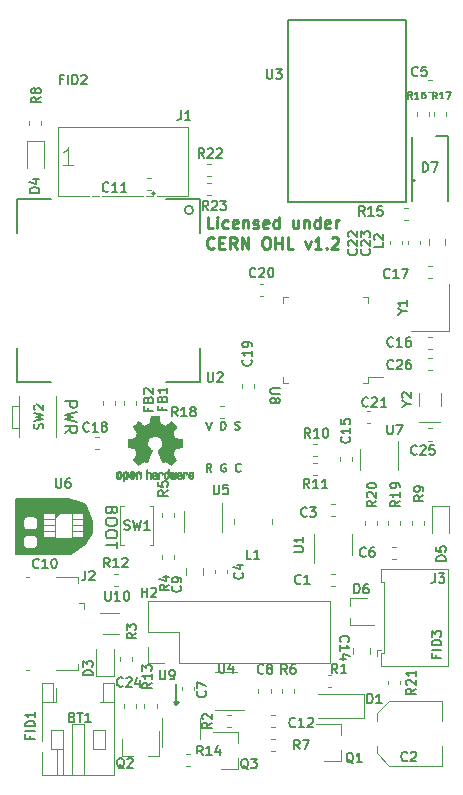
<source format=gto>
G04 #@! TF.GenerationSoftware,KiCad,Pcbnew,(5.0.1-3-g963ef8bb5)*
G04 #@! TF.CreationDate,2019-11-25T00:54:11+01:00*
G04 #@! TF.ProjectId,oibus-mini-CCC,6F696275732D6D696E692D4343432E6B,rev?*
G04 #@! TF.SameCoordinates,Original*
G04 #@! TF.FileFunction,Legend,Top*
G04 #@! TF.FilePolarity,Positive*
%FSLAX46Y46*%
G04 Gerber Fmt 4.6, Leading zero omitted, Abs format (unit mm)*
G04 Created by KiCad (PCBNEW (5.0.1-3-g963ef8bb5)) date 2019 November 25, Monday 00:54:11*
%MOMM*%
%LPD*%
G01*
G04 APERTURE LIST*
%ADD10C,0.150000*%
%ADD11C,0.200000*%
%ADD12C,0.250000*%
%ADD13C,0.120000*%
%ADD14C,0.127000*%
%ADD15C,0.010000*%
%ADD16C,0.149860*%
%ADD17C,0.001000*%
%ADD18C,0.977000*%
%ADD19C,0.402000*%
%ADD20C,1.077000*%
%ADD21C,1.000000*%
%ADD22C,5.702000*%
%ADD23R,0.802000X0.552000*%
%ADD24C,1.092600*%
%ADD25C,0.889400*%
%ADD26C,1.702000*%
%ADD27R,0.502000X1.162000*%
%ADD28R,1.302000X1.502000*%
%ADD29O,1.802000X1.802000*%
%ADD30R,1.802000X1.802000*%
%ADD31R,1.602000X1.902000*%
%ADD32R,1.902000X1.602000*%
%ADD33R,0.302000X1.102000*%
%ADD34R,0.902000X0.402000*%
%ADD35R,1.252000X0.802000*%
%ADD36R,0.802000X1.252000*%
%ADD37R,0.802000X0.802000*%
%ADD38C,1.302000*%
%ADD39O,1.302000X1.852000*%
%ADD40R,3.502000X1.402000*%
%ADD41R,1.002000X0.902000*%
%ADD42R,0.752000X1.162000*%
%ADD43R,1.162000X0.752000*%
%ADD44R,2.002000X1.602000*%
%ADD45C,1.552000*%
%ADD46R,1.452000X0.502000*%
%ADD47O,2.002000X1.302000*%
%ADD48R,2.002000X1.302000*%
%ADD49C,0.902000*%
%ADD50O,1.402000X0.902000*%
%ADD51R,1.102000X1.602000*%
%ADD52R,0.902000X1.002000*%
%ADD53C,1.626000*%
%ADD54R,0.552000X0.402000*%
%ADD55R,1.202000X1.202000*%
%ADD56R,1.902000X1.102000*%
%ADD57R,1.802000X1.002000*%
%ADD58R,1.152000X1.502000*%
%ADD59C,0.802000*%
G04 APERTURE END LIST*
D10*
G36*
X0Y23000000D02*
X4400000Y23000000D01*
X5800000Y22600000D01*
X6400000Y21200000D01*
X6400000Y20200000D01*
X5800000Y19200000D01*
X4600000Y18400000D01*
X2400000Y18400000D01*
X0Y18400000D01*
X0Y23000000D01*
G37*
X0Y23000000D02*
X4400000Y23000000D01*
X5800000Y22600000D01*
X6400000Y21200000D01*
X6400000Y20200000D01*
X5800000Y19200000D01*
X4600000Y18400000D01*
X2400000Y18400000D01*
X0Y18400000D01*
X0Y23000000D01*
D11*
X4097619Y31333333D02*
X5097619Y31333333D01*
X5097619Y30952380D01*
X5050000Y30857142D01*
X5002380Y30809523D01*
X4907142Y30761904D01*
X4764285Y30761904D01*
X4669047Y30809523D01*
X4621428Y30857142D01*
X4573809Y30952380D01*
X4573809Y31333333D01*
X5097619Y30428571D02*
X4097619Y30190476D01*
X4811904Y30000000D01*
X4097619Y29809523D01*
X5097619Y29571428D01*
X4097619Y28619047D02*
X4573809Y28952380D01*
X4097619Y29190476D02*
X5097619Y29190476D01*
X5097619Y28809523D01*
X5050000Y28714285D01*
X5002380Y28666666D01*
X4907142Y28619047D01*
X4764285Y28619047D01*
X4669047Y28666666D01*
X4621428Y28714285D01*
X4573809Y28809523D01*
X4573809Y29190476D01*
D10*
X13300000Y5825000D02*
X13550000Y5575000D01*
X13800000Y5825000D02*
X13300000Y5825000D01*
X13550000Y5600000D02*
X13800000Y5825000D01*
X13550000Y7400000D02*
X13550000Y5600000D01*
X14960555Y47500000D02*
G75*
G03X14960555Y47500000I-360555J0D01*
G01*
D11*
X8071428Y22057142D02*
X8023809Y21914285D01*
X7976190Y21866666D01*
X7880952Y21819047D01*
X7738095Y21819047D01*
X7642857Y21866666D01*
X7595238Y21914285D01*
X7547619Y22009523D01*
X7547619Y22390476D01*
X8547619Y22390476D01*
X8547619Y22057142D01*
X8500000Y21961904D01*
X8452380Y21914285D01*
X8357142Y21866666D01*
X8261904Y21866666D01*
X8166666Y21914285D01*
X8119047Y21961904D01*
X8071428Y22057142D01*
X8071428Y22390476D01*
X8547619Y21200000D02*
X8547619Y21009523D01*
X8500000Y20914285D01*
X8404761Y20819047D01*
X8214285Y20771428D01*
X7880952Y20771428D01*
X7690476Y20819047D01*
X7595238Y20914285D01*
X7547619Y21009523D01*
X7547619Y21200000D01*
X7595238Y21295238D01*
X7690476Y21390476D01*
X7880952Y21438095D01*
X8214285Y21438095D01*
X8404761Y21390476D01*
X8500000Y21295238D01*
X8547619Y21200000D01*
X8547619Y20152380D02*
X8547619Y19961904D01*
X8500000Y19866666D01*
X8404761Y19771428D01*
X8214285Y19723809D01*
X7880952Y19723809D01*
X7690476Y19771428D01*
X7595238Y19866666D01*
X7547619Y19961904D01*
X7547619Y20152380D01*
X7595238Y20247619D01*
X7690476Y20342857D01*
X7880952Y20390476D01*
X8214285Y20390476D01*
X8404761Y20342857D01*
X8500000Y20247619D01*
X8547619Y20152380D01*
X8547619Y19438095D02*
X8547619Y18866666D01*
X7547619Y19152380D02*
X8547619Y19152380D01*
D12*
X16680000Y45952619D02*
X16203809Y45952619D01*
X16203809Y46952619D01*
X17013333Y45952619D02*
X17013333Y46619285D01*
X17013333Y46952619D02*
X16965714Y46905000D01*
X17013333Y46857380D01*
X17060952Y46905000D01*
X17013333Y46952619D01*
X17013333Y46857380D01*
X17918095Y46000238D02*
X17822857Y45952619D01*
X17632380Y45952619D01*
X17537142Y46000238D01*
X17489523Y46047857D01*
X17441904Y46143095D01*
X17441904Y46428809D01*
X17489523Y46524047D01*
X17537142Y46571666D01*
X17632380Y46619285D01*
X17822857Y46619285D01*
X17918095Y46571666D01*
X18727619Y46000238D02*
X18632380Y45952619D01*
X18441904Y45952619D01*
X18346666Y46000238D01*
X18299047Y46095476D01*
X18299047Y46476428D01*
X18346666Y46571666D01*
X18441904Y46619285D01*
X18632380Y46619285D01*
X18727619Y46571666D01*
X18775238Y46476428D01*
X18775238Y46381190D01*
X18299047Y46285952D01*
X19203809Y46619285D02*
X19203809Y45952619D01*
X19203809Y46524047D02*
X19251428Y46571666D01*
X19346666Y46619285D01*
X19489523Y46619285D01*
X19584761Y46571666D01*
X19632380Y46476428D01*
X19632380Y45952619D01*
X20060952Y46000238D02*
X20156190Y45952619D01*
X20346666Y45952619D01*
X20441904Y46000238D01*
X20489523Y46095476D01*
X20489523Y46143095D01*
X20441904Y46238333D01*
X20346666Y46285952D01*
X20203809Y46285952D01*
X20108571Y46333571D01*
X20060952Y46428809D01*
X20060952Y46476428D01*
X20108571Y46571666D01*
X20203809Y46619285D01*
X20346666Y46619285D01*
X20441904Y46571666D01*
X21299047Y46000238D02*
X21203809Y45952619D01*
X21013333Y45952619D01*
X20918095Y46000238D01*
X20870476Y46095476D01*
X20870476Y46476428D01*
X20918095Y46571666D01*
X21013333Y46619285D01*
X21203809Y46619285D01*
X21299047Y46571666D01*
X21346666Y46476428D01*
X21346666Y46381190D01*
X20870476Y46285952D01*
X22203809Y45952619D02*
X22203809Y46952619D01*
X22203809Y46000238D02*
X22108571Y45952619D01*
X21918095Y45952619D01*
X21822857Y46000238D01*
X21775238Y46047857D01*
X21727619Y46143095D01*
X21727619Y46428809D01*
X21775238Y46524047D01*
X21822857Y46571666D01*
X21918095Y46619285D01*
X22108571Y46619285D01*
X22203809Y46571666D01*
X23870476Y46619285D02*
X23870476Y45952619D01*
X23441904Y46619285D02*
X23441904Y46095476D01*
X23489523Y46000238D01*
X23584761Y45952619D01*
X23727619Y45952619D01*
X23822857Y46000238D01*
X23870476Y46047857D01*
X24346666Y46619285D02*
X24346666Y45952619D01*
X24346666Y46524047D02*
X24394285Y46571666D01*
X24489523Y46619285D01*
X24632380Y46619285D01*
X24727619Y46571666D01*
X24775238Y46476428D01*
X24775238Y45952619D01*
X25680000Y45952619D02*
X25680000Y46952619D01*
X25680000Y46000238D02*
X25584761Y45952619D01*
X25394285Y45952619D01*
X25299047Y46000238D01*
X25251428Y46047857D01*
X25203809Y46143095D01*
X25203809Y46428809D01*
X25251428Y46524047D01*
X25299047Y46571666D01*
X25394285Y46619285D01*
X25584761Y46619285D01*
X25680000Y46571666D01*
X26537142Y46000238D02*
X26441904Y45952619D01*
X26251428Y45952619D01*
X26156190Y46000238D01*
X26108571Y46095476D01*
X26108571Y46476428D01*
X26156190Y46571666D01*
X26251428Y46619285D01*
X26441904Y46619285D01*
X26537142Y46571666D01*
X26584761Y46476428D01*
X26584761Y46381190D01*
X26108571Y46285952D01*
X27013333Y45952619D02*
X27013333Y46619285D01*
X27013333Y46428809D02*
X27060952Y46524047D01*
X27108571Y46571666D01*
X27203809Y46619285D01*
X27299047Y46619285D01*
X16727619Y44297857D02*
X16680000Y44250238D01*
X16537142Y44202619D01*
X16441904Y44202619D01*
X16299047Y44250238D01*
X16203809Y44345476D01*
X16156190Y44440714D01*
X16108571Y44631190D01*
X16108571Y44774047D01*
X16156190Y44964523D01*
X16203809Y45059761D01*
X16299047Y45155000D01*
X16441904Y45202619D01*
X16537142Y45202619D01*
X16680000Y45155000D01*
X16727619Y45107380D01*
X17156190Y44726428D02*
X17489523Y44726428D01*
X17632380Y44202619D02*
X17156190Y44202619D01*
X17156190Y45202619D01*
X17632380Y45202619D01*
X18632380Y44202619D02*
X18299047Y44678809D01*
X18060952Y44202619D02*
X18060952Y45202619D01*
X18441904Y45202619D01*
X18537142Y45155000D01*
X18584761Y45107380D01*
X18632380Y45012142D01*
X18632380Y44869285D01*
X18584761Y44774047D01*
X18537142Y44726428D01*
X18441904Y44678809D01*
X18060952Y44678809D01*
X19060952Y44202619D02*
X19060952Y45202619D01*
X19632380Y44202619D01*
X19632380Y45202619D01*
X21060952Y45202619D02*
X21251428Y45202619D01*
X21346666Y45155000D01*
X21441904Y45059761D01*
X21489523Y44869285D01*
X21489523Y44535952D01*
X21441904Y44345476D01*
X21346666Y44250238D01*
X21251428Y44202619D01*
X21060952Y44202619D01*
X20965714Y44250238D01*
X20870476Y44345476D01*
X20822857Y44535952D01*
X20822857Y44869285D01*
X20870476Y45059761D01*
X20965714Y45155000D01*
X21060952Y45202619D01*
X21918095Y44202619D02*
X21918095Y45202619D01*
X21918095Y44726428D02*
X22489523Y44726428D01*
X22489523Y44202619D02*
X22489523Y45202619D01*
X23441904Y44202619D02*
X22965714Y44202619D01*
X22965714Y45202619D01*
X24441904Y44869285D02*
X24680000Y44202619D01*
X24918095Y44869285D01*
X25822857Y44202619D02*
X25251428Y44202619D01*
X25537142Y44202619D02*
X25537142Y45202619D01*
X25441904Y45059761D01*
X25346666Y44964523D01*
X25251428Y44916904D01*
X26251428Y44297857D02*
X26299047Y44250238D01*
X26251428Y44202619D01*
X26203809Y44250238D01*
X26251428Y44297857D01*
X26251428Y44202619D01*
X26680000Y45107380D02*
X26727619Y45155000D01*
X26822857Y45202619D01*
X27060952Y45202619D01*
X27156190Y45155000D01*
X27203809Y45107380D01*
X27251428Y45012142D01*
X27251428Y44916904D01*
X27203809Y44774047D01*
X26632380Y44202619D01*
X27251428Y44202619D01*
D13*
G04 #@! TO.C,C18*
X6962779Y28310000D02*
X6637221Y28310000D01*
X6962779Y27290000D02*
X6637221Y27290000D01*
G04 #@! TO.C,U8*
X29751624Y33340000D02*
X31041624Y33340000D01*
X29751624Y32890000D02*
X29751624Y33340000D01*
X29301624Y32890000D02*
X29751624Y32890000D01*
X22531624Y32890000D02*
X22531624Y33340000D01*
X22981624Y32890000D02*
X22531624Y32890000D01*
X29751624Y40110000D02*
X29751624Y39660000D01*
X29301624Y40110000D02*
X29751624Y40110000D01*
X22531624Y40110000D02*
X22531624Y39660000D01*
X22981624Y40110000D02*
X22531624Y40110000D01*
G04 #@! TO.C,R3*
X8740000Y9662779D02*
X8740000Y9337221D01*
X9760000Y9662779D02*
X9760000Y9337221D01*
G04 #@! TO.C,C15*
X28410000Y26237221D02*
X28410000Y26562779D01*
X27390000Y26237221D02*
X27390000Y26562779D01*
G04 #@! TO.C,C16*
X35197989Y36760000D02*
X34872431Y36760000D01*
X35197989Y35740000D02*
X34872431Y35740000D01*
G04 #@! TO.C,C17*
X35197989Y42760000D02*
X34872431Y42760000D01*
X35197989Y41740000D02*
X34872431Y41740000D01*
G04 #@! TO.C,C19*
X19090000Y32775279D02*
X19090000Y32449721D01*
X20110000Y32775279D02*
X20110000Y32449721D01*
G04 #@! TO.C,C20*
X20587221Y40240000D02*
X20912779Y40240000D01*
X20587221Y41260000D02*
X20912779Y41260000D01*
G04 #@! TO.C,C21*
X29637221Y29490000D02*
X29962779Y29490000D01*
X29637221Y30510000D02*
X29962779Y30510000D01*
G04 #@! TO.C,C22*
X31640000Y44912779D02*
X31640000Y44587221D01*
X32660000Y44912779D02*
X32660000Y44587221D01*
G04 #@! TO.C,C23*
X33140000Y44912779D02*
X33140000Y44587221D01*
X34160000Y44912779D02*
X34160000Y44587221D01*
G04 #@! TO.C,C14*
X29910000Y9941422D02*
X29910000Y10458578D01*
X28490000Y9941422D02*
X28490000Y10458578D01*
G04 #@! TO.C,D6*
X29680000Y14660000D02*
X28270000Y14660000D01*
X28270000Y12340000D02*
X30300000Y12340000D01*
X28270000Y12340000D02*
X28270000Y13000000D01*
X28270000Y14000000D02*
X28270000Y14660000D01*
G04 #@! TO.C,C2*
X30490000Y1504437D02*
X31554437Y440000D01*
X30490000Y4895563D02*
X31554437Y5960000D01*
X30490000Y4895563D02*
X30490000Y4260000D01*
X30490000Y1504437D02*
X30490000Y2140000D01*
X31554437Y440000D02*
X36010000Y440000D01*
X31554437Y5960000D02*
X36010000Y5960000D01*
X36010000Y5960000D02*
X36010000Y4260000D01*
X36010000Y440000D02*
X36010000Y2140000D01*
G04 #@! TO.C,L2*
X34890000Y45058578D02*
X34890000Y44541422D01*
X36310000Y45058578D02*
X36310000Y44541422D01*
G04 #@! TO.C,U7*
X32310000Y25500000D02*
X32310000Y27950000D01*
X29090000Y27300000D02*
X29090000Y25500000D01*
G04 #@! TO.C,Y1*
X36635210Y37250000D02*
X36635210Y41250000D01*
X33435210Y37250000D02*
X36635210Y37250000D01*
G04 #@! TO.C,R10*
X25412779Y27710000D02*
X25087221Y27710000D01*
X25412779Y26690000D02*
X25087221Y26690000D01*
G04 #@! TO.C,R11*
X25412779Y26110000D02*
X25087221Y26110000D01*
X25412779Y25090000D02*
X25087221Y25090000D01*
G04 #@! TO.C,D4*
X2335000Y51050000D02*
X2335000Y53335000D01*
X2335000Y53335000D02*
X865000Y53335000D01*
X865000Y53335000D02*
X865000Y51050000D01*
G04 #@! TO.C,R8*
X2110000Y54687221D02*
X2110000Y55012779D01*
X1090000Y54687221D02*
X1090000Y55012779D01*
G04 #@! TO.C,R9*
X34510000Y21162779D02*
X34510000Y20837221D01*
X33490000Y21162779D02*
X33490000Y20837221D01*
G04 #@! TO.C,D5*
X36635000Y20200000D02*
X36635000Y22485000D01*
X36635000Y22485000D02*
X35165000Y22485000D01*
X35165000Y22485000D02*
X35165000Y20200000D01*
G04 #@! TO.C,D3*
X8235000Y8015000D02*
X8235000Y10300000D01*
X6765000Y8015000D02*
X8235000Y8015000D01*
X6765000Y10300000D02*
X6765000Y8015000D01*
G04 #@! TO.C,H2*
X11170000Y9170000D02*
X11170000Y10500000D01*
X12500000Y9170000D02*
X11170000Y9170000D01*
X11170000Y11770000D02*
X11170000Y14370000D01*
X13770000Y11770000D02*
X11170000Y11770000D01*
X13770000Y9170000D02*
X13770000Y11770000D01*
X11170000Y14370000D02*
X26530000Y14370000D01*
X13770000Y9170000D02*
X26530000Y9170000D01*
X26530000Y9170000D02*
X26530000Y14370000D01*
D14*
G04 #@! TO.C,U2*
X15550000Y45570000D02*
X15550000Y48450000D01*
X12670000Y48450000D02*
X15550000Y48450000D01*
X12670000Y32950000D02*
X15550000Y32950000D01*
X15550000Y35830000D02*
X15550000Y32950000D01*
X50000Y35830000D02*
X50000Y32950000D01*
X2930000Y32950000D02*
X50000Y32950000D01*
X2930000Y48450000D02*
X50000Y48450000D01*
X50000Y45570000D02*
X50000Y48450000D01*
D11*
X11700000Y48900000D02*
G75*
G03X11700000Y48900000I-100000J0D01*
G01*
G04 #@! TO.C,U6*
X2020000Y21600000D02*
G75*
G03X2020000Y21600000I-120000J0D01*
G01*
D14*
X2750000Y19550000D02*
X5250000Y19550000D01*
X2750000Y22050000D02*
X5250000Y22050000D01*
D13*
G04 #@! TO.C,C5*
X35162779Y57490000D02*
X34837221Y57490000D01*
X35162779Y58510000D02*
X34837221Y58510000D01*
G04 #@! TO.C,C10*
X1710000Y20362779D02*
X1710000Y20037221D01*
X690000Y20362779D02*
X690000Y20037221D01*
G04 #@! TO.C,C11*
X11362779Y49190000D02*
X11037221Y49190000D01*
X11362779Y50210000D02*
X11037221Y50210000D01*
G04 #@! TO.C,FB1*
X10110000Y31037221D02*
X10110000Y31362779D01*
X9090000Y31037221D02*
X9090000Y31362779D01*
G04 #@! TO.C,FB2*
X7290000Y31024721D02*
X7290000Y31350279D01*
X8310000Y31024721D02*
X8310000Y31350279D01*
D11*
G04 #@! TO.C,U3*
X33754000Y50000000D02*
G75*
G03X33754000Y50000000I-100000J0D01*
G01*
D14*
X33020000Y48180000D02*
X22980000Y48180000D01*
X22980000Y48180000D02*
X22980000Y63620000D01*
X22980000Y63620000D02*
X33020000Y63620000D01*
X33020000Y63620000D02*
X33020000Y48180000D01*
D13*
G04 #@! TO.C,BT1*
X3340000Y5860000D02*
X3060000Y5860000D01*
X3060000Y5860000D02*
X3060000Y7460000D01*
X3060000Y7460000D02*
X2140000Y7460000D01*
X2140000Y7460000D02*
X2140000Y-360000D01*
X2140000Y-360000D02*
X8260000Y-360000D01*
X8260000Y-360000D02*
X8260000Y7460000D01*
X8260000Y7460000D02*
X7340000Y7460000D01*
X7340000Y7460000D02*
X7340000Y5860000D01*
X7340000Y5860000D02*
X7060000Y5860000D01*
X4700000Y-360000D02*
X4700000Y4000000D01*
X4700000Y4000000D02*
X5700000Y4000000D01*
X5700000Y4000000D02*
X5700000Y-360000D01*
X2140000Y5860000D02*
X3060000Y5860000D01*
X8260000Y5860000D02*
X7340000Y5860000D01*
X2900000Y3500000D02*
X2900000Y1900000D01*
X2900000Y1900000D02*
X3900000Y1900000D01*
X3900000Y1900000D02*
X3900000Y3500000D01*
X3900000Y3500000D02*
X2900000Y3500000D01*
X7500000Y3500000D02*
X7500000Y1900000D01*
X7500000Y1900000D02*
X6500000Y1900000D01*
X6500000Y1900000D02*
X6500000Y3500000D01*
X6500000Y3500000D02*
X7500000Y3500000D01*
X3900000Y1900000D02*
X3900000Y-360000D01*
X3400000Y1900000D02*
X3400000Y-360000D01*
X3340000Y5860000D02*
X3340000Y7075000D01*
G04 #@! TO.C,C1*
X26962779Y16710000D02*
X26637221Y16710000D01*
X26962779Y15690000D02*
X26637221Y15690000D01*
G04 #@! TO.C,C3*
X26962779Y21590000D02*
X26637221Y21590000D01*
X26962779Y22610000D02*
X26637221Y22610000D01*
G04 #@! TO.C,C9*
X14340000Y16641422D02*
X14340000Y17158578D01*
X15760000Y16641422D02*
X15760000Y17158578D01*
G04 #@! TO.C,C12*
X21587221Y4760000D02*
X21912779Y4760000D01*
X21587221Y3740000D02*
X21912779Y3740000D01*
G04 #@! TO.C,L1*
X18450000Y20950000D02*
X18450000Y21350000D01*
X21650000Y20950000D02*
X21650000Y21350000D01*
G04 #@! TO.C,Q1*
X27510000Y820000D02*
X27510000Y1750000D01*
X27510000Y3980000D02*
X27510000Y3050000D01*
X27510000Y3980000D02*
X25350000Y3980000D01*
X27510000Y820000D02*
X26050000Y820000D01*
G04 #@! TO.C,R2*
X17837221Y4760000D02*
X18162779Y4760000D01*
X17837221Y3740000D02*
X18162779Y3740000D01*
G04 #@! TO.C,R4*
X13310000Y17987221D02*
X13310000Y18312779D01*
X12290000Y17987221D02*
X12290000Y18312779D01*
G04 #@! TO.C,R5*
X12290000Y21487221D02*
X12290000Y21812779D01*
X13310000Y21487221D02*
X13310000Y21812779D01*
G04 #@! TO.C,R6*
X22490000Y6912779D02*
X22490000Y6587221D01*
X23510000Y6912779D02*
X23510000Y6587221D01*
G04 #@! TO.C,R7*
X21912779Y1740000D02*
X21587221Y1740000D01*
X21912779Y2760000D02*
X21587221Y2760000D01*
G04 #@! TO.C,U1*
X25215001Y20075001D02*
X25215001Y17625001D01*
X28435001Y18275001D02*
X28435001Y20075001D01*
G04 #@! TO.C,U4*
X18650000Y8360000D02*
X16850000Y8360000D01*
X16850000Y5140000D02*
X19300000Y5140000D01*
G04 #@! TO.C,U5*
X14190000Y22050000D02*
X14190000Y20250000D01*
X17410000Y20250000D02*
X17410000Y22700000D01*
G04 #@! TO.C,J2*
X5200000Y16400000D02*
X5200000Y15950000D01*
X3350000Y16400000D02*
X5200000Y16400000D01*
X800000Y8600000D02*
X1050000Y8600000D01*
X800000Y16400000D02*
X1050000Y16400000D01*
X3350000Y8600000D02*
X5200000Y8600000D01*
X5200000Y8600000D02*
X5200000Y9050000D01*
X5750000Y14200000D02*
X5750000Y13750000D01*
X5750000Y14200000D02*
X5300000Y14200000D01*
G04 #@! TO.C,J3*
X30850000Y10250000D02*
X30550000Y10250000D01*
X30550000Y10250000D02*
X30550000Y9750000D01*
X31140000Y13000000D02*
X31140000Y9960000D01*
X31140000Y9960000D02*
X30840000Y9960000D01*
X30840000Y9960000D02*
X30840000Y8890000D01*
X30840000Y8890000D02*
X36560000Y8890000D01*
X36560000Y8890000D02*
X36560000Y13000000D01*
X31140000Y13000000D02*
X31140000Y16040000D01*
X31140000Y16040000D02*
X30840000Y16040000D01*
X30840000Y16040000D02*
X30840000Y17110000D01*
X30840000Y17110000D02*
X36560000Y17110000D01*
X36560000Y17110000D02*
X36560000Y13000000D01*
G04 #@! TO.C,R1*
X26337221Y8110000D02*
X26662779Y8110000D01*
X26337221Y7090000D02*
X26662779Y7090000D01*
G04 #@! TO.C,R12*
X8237221Y15690000D02*
X8562779Y15690000D01*
X8237221Y16710000D02*
X8562779Y16710000D01*
G04 #@! TO.C,C24*
X9090000Y5337221D02*
X9090000Y5662779D01*
X10110000Y5337221D02*
X10110000Y5662779D01*
G04 #@! TO.C,C25*
X34837221Y29010000D02*
X35162779Y29010000D01*
X34837221Y27990000D02*
X35162779Y27990000D01*
G04 #@! TO.C,C26*
X35162779Y35010000D02*
X34837221Y35010000D01*
X35162779Y33990000D02*
X34837221Y33990000D01*
D10*
G04 #@! TO.C,D7*
X33500000Y48300000D02*
X33500000Y53700000D01*
X36500000Y48300000D02*
X36500000Y53800000D01*
X35500000Y53800000D02*
X36500000Y53800000D01*
D13*
G04 #@! TO.C,Q2*
X8920000Y1240000D02*
X8920000Y2700000D01*
X12080000Y1240000D02*
X12080000Y3400000D01*
X12080000Y1240000D02*
X11150000Y1240000D01*
X8920000Y1240000D02*
X9850000Y1240000D01*
G04 #@! TO.C,Q3*
X18760000Y170000D02*
X18760000Y1100000D01*
X18760000Y3330000D02*
X18760000Y2400000D01*
X18760000Y3330000D02*
X16600000Y3330000D01*
X18760000Y170000D02*
X17300000Y170000D01*
G04 #@! TO.C,R13*
X10840000Y5662779D02*
X10840000Y5337221D01*
X11860000Y5662779D02*
X11860000Y5337221D01*
G04 #@! TO.C,R14*
X14337221Y1410000D02*
X14662779Y1410000D01*
X14337221Y390000D02*
X14662779Y390000D01*
G04 #@! TO.C,R15*
X32837221Y47710000D02*
X33162779Y47710000D01*
X32837221Y46690000D02*
X33162779Y46690000D01*
G04 #@! TO.C,R16*
X33890000Y55762779D02*
X33890000Y55437221D01*
X34910000Y55762779D02*
X34910000Y55437221D01*
G04 #@! TO.C,R17*
X36410000Y55762779D02*
X36410000Y55437221D01*
X35390000Y55762779D02*
X35390000Y55437221D01*
G04 #@! TO.C,R18*
X17562779Y29890000D02*
X17237221Y29890000D01*
X17562779Y30910000D02*
X17237221Y30910000D01*
G04 #@! TO.C,J1*
X11000000Y48700000D02*
X11600000Y48700000D01*
X6400000Y48700000D02*
X7000000Y48700000D01*
X3500000Y54550000D02*
X14550000Y54550000D01*
X3500000Y48700000D02*
X3500000Y54550000D01*
X7250000Y48700000D02*
X10750000Y48700000D01*
X14550000Y48700000D02*
X14550000Y54550000D01*
X3500000Y48700000D02*
X6150000Y48700000D01*
X11900000Y48700000D02*
X14550000Y48700000D01*
G04 #@! TO.C,U10*
X8650000Y11600000D02*
X7350000Y11600000D01*
X7100000Y13400000D02*
X8650000Y13400000D01*
G04 #@! TO.C,C6*
X32162779Y17990000D02*
X31837221Y17990000D01*
X32162779Y19010000D02*
X31837221Y19010000D01*
G04 #@! TO.C,R19*
X32510000Y21162779D02*
X32510000Y20837221D01*
X31490000Y21162779D02*
X31490000Y20837221D01*
G04 #@! TO.C,R20*
X30510000Y20837221D02*
X30510000Y21162779D01*
X29490000Y20837221D02*
X29490000Y21162779D01*
D15*
G04 #@! TO.C,REF\002A\002A*
G36*
X11803910Y30057652D02*
X11882454Y30057222D01*
X11939298Y30056058D01*
X11978105Y30053793D01*
X12002538Y30050060D01*
X12016262Y30044494D01*
X12022940Y30036727D01*
X12026236Y30026395D01*
X12026556Y30025057D01*
X12031562Y30000921D01*
X12040829Y29953299D01*
X12053392Y29887259D01*
X12068287Y29807872D01*
X12084551Y29720204D01*
X12085119Y29717125D01*
X12101410Y29631211D01*
X12116652Y29555304D01*
X12129861Y29493955D01*
X12140054Y29451718D01*
X12146248Y29433145D01*
X12146543Y29432816D01*
X12164788Y29423747D01*
X12202405Y29408633D01*
X12251271Y29390738D01*
X12251543Y29390642D01*
X12313093Y29367507D01*
X12385657Y29338035D01*
X12454057Y29308403D01*
X12457294Y29306938D01*
X12568702Y29256374D01*
X12815399Y29424840D01*
X12891077Y29476197D01*
X12959631Y29522111D01*
X13017088Y29559970D01*
X13059476Y29587163D01*
X13082825Y29601079D01*
X13085042Y29602111D01*
X13102010Y29597516D01*
X13133701Y29575345D01*
X13181352Y29534553D01*
X13246198Y29474095D01*
X13312397Y29409773D01*
X13376214Y29346388D01*
X13433329Y29288549D01*
X13480305Y29239825D01*
X13513703Y29203790D01*
X13530085Y29184016D01*
X13530694Y29182998D01*
X13532505Y29169428D01*
X13525683Y29147267D01*
X13508540Y29113522D01*
X13479393Y29065200D01*
X13436555Y28999308D01*
X13379448Y28914483D01*
X13328766Y28839823D01*
X13283461Y28772860D01*
X13246150Y28717484D01*
X13219452Y28677580D01*
X13205985Y28657038D01*
X13205137Y28655644D01*
X13206781Y28635962D01*
X13219245Y28597707D01*
X13240048Y28548111D01*
X13247462Y28532272D01*
X13279814Y28461710D01*
X13314328Y28381647D01*
X13342365Y28312371D01*
X13362568Y28260955D01*
X13378615Y28221881D01*
X13387888Y28201459D01*
X13389041Y28199886D01*
X13406096Y28197279D01*
X13446298Y28190137D01*
X13504302Y28179477D01*
X13574763Y28166315D01*
X13652335Y28151667D01*
X13731672Y28136551D01*
X13807431Y28121982D01*
X13874264Y28108978D01*
X13926828Y28098555D01*
X13959776Y28091730D01*
X13967857Y28089801D01*
X13976205Y28085038D01*
X13982506Y28074282D01*
X13987045Y28053902D01*
X13990104Y28020266D01*
X13991967Y27969745D01*
X13992918Y27898708D01*
X13993240Y27803524D01*
X13993257Y27764508D01*
X13993257Y27447201D01*
X13917057Y27432161D01*
X13874663Y27424005D01*
X13811400Y27412101D01*
X13734962Y27397884D01*
X13653043Y27382790D01*
X13630400Y27378645D01*
X13554806Y27363947D01*
X13488953Y27349495D01*
X13438366Y27336625D01*
X13408574Y27326678D01*
X13403612Y27323713D01*
X13391426Y27302717D01*
X13373953Y27262033D01*
X13354577Y27209678D01*
X13350734Y27198400D01*
X13325339Y27128477D01*
X13293817Y27049582D01*
X13262969Y26978734D01*
X13262817Y26978405D01*
X13211447Y26867267D01*
X13380399Y26618747D01*
X13549352Y26370228D01*
X13332429Y26152942D01*
X13266819Y26088274D01*
X13206979Y26031267D01*
X13156267Y25984967D01*
X13118046Y25952416D01*
X13095675Y25936657D01*
X13092466Y25935657D01*
X13073626Y25943531D01*
X13035180Y25965422D01*
X12981330Y25998733D01*
X12916276Y26040869D01*
X12845940Y26088057D01*
X12774555Y26136190D01*
X12710908Y26178072D01*
X12659041Y26211129D01*
X12622995Y26232782D01*
X12606867Y26240457D01*
X12587189Y26233963D01*
X12549875Y26216850D01*
X12502621Y26192674D01*
X12497612Y26189987D01*
X12433977Y26158073D01*
X12390341Y26142421D01*
X12363202Y26142255D01*
X12349057Y26156796D01*
X12348975Y26157000D01*
X12341905Y26174221D01*
X12325042Y26215101D01*
X12299695Y26276475D01*
X12267171Y26355181D01*
X12228778Y26448053D01*
X12185822Y26551928D01*
X12144222Y26652498D01*
X12098504Y26763484D01*
X12056526Y26866297D01*
X12019548Y26957785D01*
X11988827Y27034799D01*
X11965622Y27094185D01*
X11951190Y27132791D01*
X11946743Y27147200D01*
X11957896Y27163728D01*
X11987069Y27190070D01*
X12025971Y27219113D01*
X12136757Y27310961D01*
X12223351Y27416241D01*
X12284716Y27532734D01*
X12319815Y27658224D01*
X12327608Y27790493D01*
X12321943Y27851543D01*
X12291078Y27978205D01*
X12237920Y28090059D01*
X12165767Y28185999D01*
X12077917Y28264924D01*
X11977665Y28325730D01*
X11868310Y28367313D01*
X11753147Y28388572D01*
X11635475Y28388401D01*
X11518590Y28365699D01*
X11405789Y28319362D01*
X11300369Y28248287D01*
X11256368Y28208089D01*
X11171979Y28104871D01*
X11113222Y27992075D01*
X11079704Y27872990D01*
X11071035Y27750905D01*
X11086823Y27629107D01*
X11126678Y27510884D01*
X11190207Y27399525D01*
X11277021Y27298316D01*
X11374029Y27219113D01*
X11414437Y27188838D01*
X11442982Y27162781D01*
X11453257Y27147175D01*
X11447877Y27130157D01*
X11432575Y27089500D01*
X11408612Y27028358D01*
X11377244Y26949881D01*
X11339732Y26857220D01*
X11297333Y26753528D01*
X11255663Y26652474D01*
X11209690Y26541393D01*
X11167107Y26438459D01*
X11129221Y26346835D01*
X11097340Y26269684D01*
X11072771Y26210169D01*
X11056820Y26171456D01*
X11050910Y26157000D01*
X11036948Y26142315D01*
X11009940Y26142358D01*
X10966413Y26157901D01*
X10902890Y26189716D01*
X10902388Y26189987D01*
X10854560Y26214677D01*
X10815897Y26232662D01*
X10794095Y26240386D01*
X10793133Y26240457D01*
X10776721Y26232622D01*
X10740487Y26210835D01*
X10688474Y26177672D01*
X10624725Y26135709D01*
X10554060Y26088057D01*
X10482116Y26039809D01*
X10417274Y25997849D01*
X10363735Y25964773D01*
X10325697Y25943179D01*
X10307533Y25935657D01*
X10290808Y25945543D01*
X10257180Y25973174D01*
X10210010Y26015505D01*
X10152658Y26069495D01*
X10088484Y26132101D01*
X10067497Y26153017D01*
X9850499Y26370377D01*
X10015668Y26612780D01*
X10065864Y26687219D01*
X10109919Y26754028D01*
X10145362Y26809335D01*
X10169719Y26849271D01*
X10180522Y26869964D01*
X10180838Y26871437D01*
X10175143Y26890942D01*
X10159826Y26930178D01*
X10137537Y26982570D01*
X10121893Y27017645D01*
X10092641Y27084799D01*
X10065094Y27152642D01*
X10043737Y27209966D01*
X10037935Y27227428D01*
X10021452Y27274062D01*
X10005340Y27310095D01*
X9996490Y27323713D01*
X9976960Y27332048D01*
X9934334Y27343863D01*
X9874145Y27357819D01*
X9801922Y27372578D01*
X9769600Y27378645D01*
X9687522Y27393727D01*
X9608795Y27408331D01*
X9541109Y27421020D01*
X9492160Y27430358D01*
X9482943Y27432161D01*
X9406743Y27447201D01*
X9406743Y27764508D01*
X9406914Y27868846D01*
X9407616Y27947787D01*
X9409134Y28004962D01*
X9411749Y28044001D01*
X9415746Y28068535D01*
X9421409Y28082195D01*
X9429020Y28088611D01*
X9432143Y28089801D01*
X9450978Y28094020D01*
X9492588Y28102438D01*
X9551630Y28114039D01*
X9622757Y28127805D01*
X9700625Y28142720D01*
X9779887Y28157768D01*
X9855198Y28171931D01*
X9921213Y28184194D01*
X9972587Y28193539D01*
X10003975Y28198950D01*
X10010959Y28199886D01*
X10017285Y28212404D01*
X10031290Y28245754D01*
X10050355Y28293623D01*
X10057634Y28312371D01*
X10086996Y28384805D01*
X10121571Y28464830D01*
X10152537Y28532272D01*
X10175323Y28583841D01*
X10190482Y28626215D01*
X10195542Y28652166D01*
X10194736Y28655644D01*
X10184041Y28672064D01*
X10159620Y28708583D01*
X10124095Y28761313D01*
X10080087Y28826365D01*
X10030217Y28899849D01*
X10020356Y28914355D01*
X9962492Y29000296D01*
X9919956Y29065739D01*
X9891054Y29113696D01*
X9874090Y29147180D01*
X9867367Y29169205D01*
X9869190Y29182783D01*
X9869236Y29182869D01*
X9883586Y29200703D01*
X9915323Y29235183D01*
X9961010Y29282732D01*
X10017204Y29339778D01*
X10080468Y29402745D01*
X10087602Y29409773D01*
X10167330Y29486980D01*
X10228857Y29543670D01*
X10273421Y29580890D01*
X10302257Y29599685D01*
X10314958Y29602111D01*
X10333494Y29591529D01*
X10371961Y29567084D01*
X10426386Y29531388D01*
X10492798Y29487053D01*
X10567225Y29436689D01*
X10584601Y29424840D01*
X10831297Y29256374D01*
X10942706Y29306938D01*
X11010457Y29336405D01*
X11083183Y29366041D01*
X11145703Y29389670D01*
X11148457Y29390642D01*
X11197360Y29408543D01*
X11235057Y29423680D01*
X11253425Y29432790D01*
X11253456Y29432816D01*
X11259285Y29449283D01*
X11269192Y29489781D01*
X11282195Y29549758D01*
X11297309Y29624660D01*
X11313552Y29709936D01*
X11314881Y29717125D01*
X11331175Y29804986D01*
X11346133Y29884740D01*
X11358791Y29951319D01*
X11368186Y29999653D01*
X11373354Y30024675D01*
X11373444Y30025057D01*
X11376589Y30035701D01*
X11382704Y30043738D01*
X11395453Y30049533D01*
X11418500Y30053453D01*
X11455509Y30055865D01*
X11510144Y30057135D01*
X11586067Y30057629D01*
X11686944Y30057714D01*
X11700000Y30057714D01*
X11803910Y30057652D01*
X11803910Y30057652D01*
G37*
X11803910Y30057652D02*
X11882454Y30057222D01*
X11939298Y30056058D01*
X11978105Y30053793D01*
X12002538Y30050060D01*
X12016262Y30044494D01*
X12022940Y30036727D01*
X12026236Y30026395D01*
X12026556Y30025057D01*
X12031562Y30000921D01*
X12040829Y29953299D01*
X12053392Y29887259D01*
X12068287Y29807872D01*
X12084551Y29720204D01*
X12085119Y29717125D01*
X12101410Y29631211D01*
X12116652Y29555304D01*
X12129861Y29493955D01*
X12140054Y29451718D01*
X12146248Y29433145D01*
X12146543Y29432816D01*
X12164788Y29423747D01*
X12202405Y29408633D01*
X12251271Y29390738D01*
X12251543Y29390642D01*
X12313093Y29367507D01*
X12385657Y29338035D01*
X12454057Y29308403D01*
X12457294Y29306938D01*
X12568702Y29256374D01*
X12815399Y29424840D01*
X12891077Y29476197D01*
X12959631Y29522111D01*
X13017088Y29559970D01*
X13059476Y29587163D01*
X13082825Y29601079D01*
X13085042Y29602111D01*
X13102010Y29597516D01*
X13133701Y29575345D01*
X13181352Y29534553D01*
X13246198Y29474095D01*
X13312397Y29409773D01*
X13376214Y29346388D01*
X13433329Y29288549D01*
X13480305Y29239825D01*
X13513703Y29203790D01*
X13530085Y29184016D01*
X13530694Y29182998D01*
X13532505Y29169428D01*
X13525683Y29147267D01*
X13508540Y29113522D01*
X13479393Y29065200D01*
X13436555Y28999308D01*
X13379448Y28914483D01*
X13328766Y28839823D01*
X13283461Y28772860D01*
X13246150Y28717484D01*
X13219452Y28677580D01*
X13205985Y28657038D01*
X13205137Y28655644D01*
X13206781Y28635962D01*
X13219245Y28597707D01*
X13240048Y28548111D01*
X13247462Y28532272D01*
X13279814Y28461710D01*
X13314328Y28381647D01*
X13342365Y28312371D01*
X13362568Y28260955D01*
X13378615Y28221881D01*
X13387888Y28201459D01*
X13389041Y28199886D01*
X13406096Y28197279D01*
X13446298Y28190137D01*
X13504302Y28179477D01*
X13574763Y28166315D01*
X13652335Y28151667D01*
X13731672Y28136551D01*
X13807431Y28121982D01*
X13874264Y28108978D01*
X13926828Y28098555D01*
X13959776Y28091730D01*
X13967857Y28089801D01*
X13976205Y28085038D01*
X13982506Y28074282D01*
X13987045Y28053902D01*
X13990104Y28020266D01*
X13991967Y27969745D01*
X13992918Y27898708D01*
X13993240Y27803524D01*
X13993257Y27764508D01*
X13993257Y27447201D01*
X13917057Y27432161D01*
X13874663Y27424005D01*
X13811400Y27412101D01*
X13734962Y27397884D01*
X13653043Y27382790D01*
X13630400Y27378645D01*
X13554806Y27363947D01*
X13488953Y27349495D01*
X13438366Y27336625D01*
X13408574Y27326678D01*
X13403612Y27323713D01*
X13391426Y27302717D01*
X13373953Y27262033D01*
X13354577Y27209678D01*
X13350734Y27198400D01*
X13325339Y27128477D01*
X13293817Y27049582D01*
X13262969Y26978734D01*
X13262817Y26978405D01*
X13211447Y26867267D01*
X13380399Y26618747D01*
X13549352Y26370228D01*
X13332429Y26152942D01*
X13266819Y26088274D01*
X13206979Y26031267D01*
X13156267Y25984967D01*
X13118046Y25952416D01*
X13095675Y25936657D01*
X13092466Y25935657D01*
X13073626Y25943531D01*
X13035180Y25965422D01*
X12981330Y25998733D01*
X12916276Y26040869D01*
X12845940Y26088057D01*
X12774555Y26136190D01*
X12710908Y26178072D01*
X12659041Y26211129D01*
X12622995Y26232782D01*
X12606867Y26240457D01*
X12587189Y26233963D01*
X12549875Y26216850D01*
X12502621Y26192674D01*
X12497612Y26189987D01*
X12433977Y26158073D01*
X12390341Y26142421D01*
X12363202Y26142255D01*
X12349057Y26156796D01*
X12348975Y26157000D01*
X12341905Y26174221D01*
X12325042Y26215101D01*
X12299695Y26276475D01*
X12267171Y26355181D01*
X12228778Y26448053D01*
X12185822Y26551928D01*
X12144222Y26652498D01*
X12098504Y26763484D01*
X12056526Y26866297D01*
X12019548Y26957785D01*
X11988827Y27034799D01*
X11965622Y27094185D01*
X11951190Y27132791D01*
X11946743Y27147200D01*
X11957896Y27163728D01*
X11987069Y27190070D01*
X12025971Y27219113D01*
X12136757Y27310961D01*
X12223351Y27416241D01*
X12284716Y27532734D01*
X12319815Y27658224D01*
X12327608Y27790493D01*
X12321943Y27851543D01*
X12291078Y27978205D01*
X12237920Y28090059D01*
X12165767Y28185999D01*
X12077917Y28264924D01*
X11977665Y28325730D01*
X11868310Y28367313D01*
X11753147Y28388572D01*
X11635475Y28388401D01*
X11518590Y28365699D01*
X11405789Y28319362D01*
X11300369Y28248287D01*
X11256368Y28208089D01*
X11171979Y28104871D01*
X11113222Y27992075D01*
X11079704Y27872990D01*
X11071035Y27750905D01*
X11086823Y27629107D01*
X11126678Y27510884D01*
X11190207Y27399525D01*
X11277021Y27298316D01*
X11374029Y27219113D01*
X11414437Y27188838D01*
X11442982Y27162781D01*
X11453257Y27147175D01*
X11447877Y27130157D01*
X11432575Y27089500D01*
X11408612Y27028358D01*
X11377244Y26949881D01*
X11339732Y26857220D01*
X11297333Y26753528D01*
X11255663Y26652474D01*
X11209690Y26541393D01*
X11167107Y26438459D01*
X11129221Y26346835D01*
X11097340Y26269684D01*
X11072771Y26210169D01*
X11056820Y26171456D01*
X11050910Y26157000D01*
X11036948Y26142315D01*
X11009940Y26142358D01*
X10966413Y26157901D01*
X10902890Y26189716D01*
X10902388Y26189987D01*
X10854560Y26214677D01*
X10815897Y26232662D01*
X10794095Y26240386D01*
X10793133Y26240457D01*
X10776721Y26232622D01*
X10740487Y26210835D01*
X10688474Y26177672D01*
X10624725Y26135709D01*
X10554060Y26088057D01*
X10482116Y26039809D01*
X10417274Y25997849D01*
X10363735Y25964773D01*
X10325697Y25943179D01*
X10307533Y25935657D01*
X10290808Y25945543D01*
X10257180Y25973174D01*
X10210010Y26015505D01*
X10152658Y26069495D01*
X10088484Y26132101D01*
X10067497Y26153017D01*
X9850499Y26370377D01*
X10015668Y26612780D01*
X10065864Y26687219D01*
X10109919Y26754028D01*
X10145362Y26809335D01*
X10169719Y26849271D01*
X10180522Y26869964D01*
X10180838Y26871437D01*
X10175143Y26890942D01*
X10159826Y26930178D01*
X10137537Y26982570D01*
X10121893Y27017645D01*
X10092641Y27084799D01*
X10065094Y27152642D01*
X10043737Y27209966D01*
X10037935Y27227428D01*
X10021452Y27274062D01*
X10005340Y27310095D01*
X9996490Y27323713D01*
X9976960Y27332048D01*
X9934334Y27343863D01*
X9874145Y27357819D01*
X9801922Y27372578D01*
X9769600Y27378645D01*
X9687522Y27393727D01*
X9608795Y27408331D01*
X9541109Y27421020D01*
X9492160Y27430358D01*
X9482943Y27432161D01*
X9406743Y27447201D01*
X9406743Y27764508D01*
X9406914Y27868846D01*
X9407616Y27947787D01*
X9409134Y28004962D01*
X9411749Y28044001D01*
X9415746Y28068535D01*
X9421409Y28082195D01*
X9429020Y28088611D01*
X9432143Y28089801D01*
X9450978Y28094020D01*
X9492588Y28102438D01*
X9551630Y28114039D01*
X9622757Y28127805D01*
X9700625Y28142720D01*
X9779887Y28157768D01*
X9855198Y28171931D01*
X9921213Y28184194D01*
X9972587Y28193539D01*
X10003975Y28198950D01*
X10010959Y28199886D01*
X10017285Y28212404D01*
X10031290Y28245754D01*
X10050355Y28293623D01*
X10057634Y28312371D01*
X10086996Y28384805D01*
X10121571Y28464830D01*
X10152537Y28532272D01*
X10175323Y28583841D01*
X10190482Y28626215D01*
X10195542Y28652166D01*
X10194736Y28655644D01*
X10184041Y28672064D01*
X10159620Y28708583D01*
X10124095Y28761313D01*
X10080087Y28826365D01*
X10030217Y28899849D01*
X10020356Y28914355D01*
X9962492Y29000296D01*
X9919956Y29065739D01*
X9891054Y29113696D01*
X9874090Y29147180D01*
X9867367Y29169205D01*
X9869190Y29182783D01*
X9869236Y29182869D01*
X9883586Y29200703D01*
X9915323Y29235183D01*
X9961010Y29282732D01*
X10017204Y29339778D01*
X10080468Y29402745D01*
X10087602Y29409773D01*
X10167330Y29486980D01*
X10228857Y29543670D01*
X10273421Y29580890D01*
X10302257Y29599685D01*
X10314958Y29602111D01*
X10333494Y29591529D01*
X10371961Y29567084D01*
X10426386Y29531388D01*
X10492798Y29487053D01*
X10567225Y29436689D01*
X10584601Y29424840D01*
X10831297Y29256374D01*
X10942706Y29306938D01*
X11010457Y29336405D01*
X11083183Y29366041D01*
X11145703Y29389670D01*
X11148457Y29390642D01*
X11197360Y29408543D01*
X11235057Y29423680D01*
X11253425Y29432790D01*
X11253456Y29432816D01*
X11259285Y29449283D01*
X11269192Y29489781D01*
X11282195Y29549758D01*
X11297309Y29624660D01*
X11313552Y29709936D01*
X11314881Y29717125D01*
X11331175Y29804986D01*
X11346133Y29884740D01*
X11358791Y29951319D01*
X11368186Y29999653D01*
X11373354Y30024675D01*
X11373444Y30025057D01*
X11376589Y30035701D01*
X11382704Y30043738D01*
X11395453Y30049533D01*
X11418500Y30053453D01*
X11455509Y30055865D01*
X11510144Y30057135D01*
X11586067Y30057629D01*
X11686944Y30057714D01*
X11700000Y30057714D01*
X11803910Y30057652D01*
G36*
X14853595Y25333034D02*
X14911021Y25295503D01*
X14938719Y25261904D01*
X14960662Y25200936D01*
X14962405Y25152692D01*
X14958457Y25088184D01*
X14809686Y25023066D01*
X14737349Y24989798D01*
X14690084Y24963036D01*
X14665507Y24939856D01*
X14661237Y24917333D01*
X14674889Y24892545D01*
X14689943Y24876114D01*
X14733746Y24849765D01*
X14781389Y24847919D01*
X14825145Y24868454D01*
X14857289Y24909248D01*
X14863038Y24923653D01*
X14890576Y24968644D01*
X14922258Y24987818D01*
X14965714Y25004221D01*
X14965714Y24942034D01*
X14961872Y24899717D01*
X14946823Y24864031D01*
X14915280Y24823057D01*
X14910592Y24817733D01*
X14875506Y24781280D01*
X14845347Y24761717D01*
X14807615Y24752717D01*
X14776335Y24749770D01*
X14720385Y24749035D01*
X14680555Y24758340D01*
X14655708Y24772154D01*
X14616656Y24802533D01*
X14589625Y24835387D01*
X14572517Y24876706D01*
X14563238Y24932479D01*
X14559693Y25008695D01*
X14559410Y25047378D01*
X14560372Y25093753D01*
X14648007Y25093753D01*
X14649023Y25068874D01*
X14651556Y25064800D01*
X14668274Y25070335D01*
X14704249Y25084983D01*
X14752331Y25105810D01*
X14762386Y25110286D01*
X14823152Y25141186D01*
X14856632Y25168343D01*
X14863990Y25193780D01*
X14846391Y25219519D01*
X14831856Y25230891D01*
X14779410Y25253636D01*
X14730322Y25249878D01*
X14689227Y25222116D01*
X14660758Y25172848D01*
X14651631Y25133743D01*
X14648007Y25093753D01*
X14560372Y25093753D01*
X14561285Y25137751D01*
X14568196Y25204616D01*
X14581884Y25253305D01*
X14604096Y25289151D01*
X14636574Y25317487D01*
X14650733Y25326645D01*
X14715053Y25350493D01*
X14785473Y25351994D01*
X14853595Y25333034D01*
X14853595Y25333034D01*
G37*
X14853595Y25333034D02*
X14911021Y25295503D01*
X14938719Y25261904D01*
X14960662Y25200936D01*
X14962405Y25152692D01*
X14958457Y25088184D01*
X14809686Y25023066D01*
X14737349Y24989798D01*
X14690084Y24963036D01*
X14665507Y24939856D01*
X14661237Y24917333D01*
X14674889Y24892545D01*
X14689943Y24876114D01*
X14733746Y24849765D01*
X14781389Y24847919D01*
X14825145Y24868454D01*
X14857289Y24909248D01*
X14863038Y24923653D01*
X14890576Y24968644D01*
X14922258Y24987818D01*
X14965714Y25004221D01*
X14965714Y24942034D01*
X14961872Y24899717D01*
X14946823Y24864031D01*
X14915280Y24823057D01*
X14910592Y24817733D01*
X14875506Y24781280D01*
X14845347Y24761717D01*
X14807615Y24752717D01*
X14776335Y24749770D01*
X14720385Y24749035D01*
X14680555Y24758340D01*
X14655708Y24772154D01*
X14616656Y24802533D01*
X14589625Y24835387D01*
X14572517Y24876706D01*
X14563238Y24932479D01*
X14559693Y25008695D01*
X14559410Y25047378D01*
X14560372Y25093753D01*
X14648007Y25093753D01*
X14649023Y25068874D01*
X14651556Y25064800D01*
X14668274Y25070335D01*
X14704249Y25084983D01*
X14752331Y25105810D01*
X14762386Y25110286D01*
X14823152Y25141186D01*
X14856632Y25168343D01*
X14863990Y25193780D01*
X14846391Y25219519D01*
X14831856Y25230891D01*
X14779410Y25253636D01*
X14730322Y25249878D01*
X14689227Y25222116D01*
X14660758Y25172848D01*
X14651631Y25133743D01*
X14648007Y25093753D01*
X14560372Y25093753D01*
X14561285Y25137751D01*
X14568196Y25204616D01*
X14581884Y25253305D01*
X14604096Y25289151D01*
X14636574Y25317487D01*
X14650733Y25326645D01*
X14715053Y25350493D01*
X14785473Y25351994D01*
X14853595Y25333034D01*
G36*
X14352600Y25341248D02*
X14369948Y25333666D01*
X14411356Y25300872D01*
X14446765Y25253453D01*
X14468664Y25202849D01*
X14472229Y25177902D01*
X14460279Y25143073D01*
X14434067Y25124643D01*
X14405964Y25113484D01*
X14393095Y25111428D01*
X14386829Y25126351D01*
X14374456Y25158825D01*
X14369028Y25173498D01*
X14338590Y25224256D01*
X14294520Y25249573D01*
X14238010Y25248794D01*
X14233825Y25247797D01*
X14203655Y25233493D01*
X14181476Y25205607D01*
X14166327Y25160713D01*
X14157250Y25095385D01*
X14153286Y25006196D01*
X14152914Y24958739D01*
X14152730Y24883929D01*
X14151522Y24832931D01*
X14148309Y24800529D01*
X14142109Y24781505D01*
X14131940Y24770644D01*
X14116819Y24762728D01*
X14115946Y24762330D01*
X14086828Y24750019D01*
X14072403Y24745486D01*
X14070186Y24759191D01*
X14068289Y24797075D01*
X14066847Y24854285D01*
X14065998Y24925973D01*
X14065829Y24978435D01*
X14066692Y25079953D01*
X14070070Y25156968D01*
X14077142Y25213977D01*
X14089088Y25255474D01*
X14107090Y25285957D01*
X14132327Y25309920D01*
X14157247Y25326645D01*
X14217171Y25348903D01*
X14286911Y25353924D01*
X14352600Y25341248D01*
X14352600Y25341248D01*
G37*
X14352600Y25341248D02*
X14369948Y25333666D01*
X14411356Y25300872D01*
X14446765Y25253453D01*
X14468664Y25202849D01*
X14472229Y25177902D01*
X14460279Y25143073D01*
X14434067Y25124643D01*
X14405964Y25113484D01*
X14393095Y25111428D01*
X14386829Y25126351D01*
X14374456Y25158825D01*
X14369028Y25173498D01*
X14338590Y25224256D01*
X14294520Y25249573D01*
X14238010Y25248794D01*
X14233825Y25247797D01*
X14203655Y25233493D01*
X14181476Y25205607D01*
X14166327Y25160713D01*
X14157250Y25095385D01*
X14153286Y25006196D01*
X14152914Y24958739D01*
X14152730Y24883929D01*
X14151522Y24832931D01*
X14148309Y24800529D01*
X14142109Y24781505D01*
X14131940Y24770644D01*
X14116819Y24762728D01*
X14115946Y24762330D01*
X14086828Y24750019D01*
X14072403Y24745486D01*
X14070186Y24759191D01*
X14068289Y24797075D01*
X14066847Y24854285D01*
X14065998Y24925973D01*
X14065829Y24978435D01*
X14066692Y25079953D01*
X14070070Y25156968D01*
X14077142Y25213977D01*
X14089088Y25255474D01*
X14107090Y25285957D01*
X14132327Y25309920D01*
X14157247Y25326645D01*
X14217171Y25348903D01*
X14286911Y25353924D01*
X14352600Y25341248D01*
G36*
X13844876Y25343665D02*
X13886667Y25324656D01*
X13919469Y25301622D01*
X13943503Y25275867D01*
X13960097Y25242642D01*
X13970577Y25197200D01*
X13976271Y25134793D01*
X13978507Y25050673D01*
X13978743Y24995279D01*
X13978743Y24779174D01*
X13941774Y24762330D01*
X13912656Y24750019D01*
X13898231Y24745486D01*
X13895472Y24758975D01*
X13893282Y24795347D01*
X13891942Y24848458D01*
X13891657Y24890628D01*
X13890434Y24951553D01*
X13887136Y24999885D01*
X13882321Y25029482D01*
X13878496Y25035771D01*
X13852783Y25029348D01*
X13812418Y25012875D01*
X13765679Y24990542D01*
X13720845Y24966543D01*
X13686193Y24945070D01*
X13670002Y24930315D01*
X13669938Y24930155D01*
X13671330Y24902848D01*
X13683818Y24876781D01*
X13705743Y24855608D01*
X13737743Y24848526D01*
X13765092Y24849351D01*
X13803826Y24849958D01*
X13824158Y24840884D01*
X13836369Y24816908D01*
X13837909Y24812387D01*
X13843203Y24778194D01*
X13829047Y24757432D01*
X13792148Y24747538D01*
X13752289Y24745708D01*
X13680562Y24759273D01*
X13643432Y24778645D01*
X13597576Y24824155D01*
X13573256Y24880017D01*
X13571073Y24939043D01*
X13591629Y24994047D01*
X13622549Y25028514D01*
X13653420Y25047811D01*
X13701942Y25072241D01*
X13758485Y25097015D01*
X13767910Y25100801D01*
X13830019Y25128209D01*
X13865822Y25152366D01*
X13877337Y25176381D01*
X13866580Y25203365D01*
X13848114Y25224457D01*
X13804469Y25250428D01*
X13756446Y25252376D01*
X13712406Y25232363D01*
X13680709Y25192449D01*
X13676549Y25182152D01*
X13652327Y25144276D01*
X13616965Y25116158D01*
X13572343Y25093083D01*
X13572343Y25158515D01*
X13574969Y25198494D01*
X13586230Y25230003D01*
X13611199Y25263622D01*
X13635169Y25289516D01*
X13672441Y25326183D01*
X13701401Y25345879D01*
X13732505Y25353780D01*
X13767713Y25355086D01*
X13844876Y25343665D01*
X13844876Y25343665D01*
G37*
X13844876Y25343665D02*
X13886667Y25324656D01*
X13919469Y25301622D01*
X13943503Y25275867D01*
X13960097Y25242642D01*
X13970577Y25197200D01*
X13976271Y25134793D01*
X13978507Y25050673D01*
X13978743Y24995279D01*
X13978743Y24779174D01*
X13941774Y24762330D01*
X13912656Y24750019D01*
X13898231Y24745486D01*
X13895472Y24758975D01*
X13893282Y24795347D01*
X13891942Y24848458D01*
X13891657Y24890628D01*
X13890434Y24951553D01*
X13887136Y24999885D01*
X13882321Y25029482D01*
X13878496Y25035771D01*
X13852783Y25029348D01*
X13812418Y25012875D01*
X13765679Y24990542D01*
X13720845Y24966543D01*
X13686193Y24945070D01*
X13670002Y24930315D01*
X13669938Y24930155D01*
X13671330Y24902848D01*
X13683818Y24876781D01*
X13705743Y24855608D01*
X13737743Y24848526D01*
X13765092Y24849351D01*
X13803826Y24849958D01*
X13824158Y24840884D01*
X13836369Y24816908D01*
X13837909Y24812387D01*
X13843203Y24778194D01*
X13829047Y24757432D01*
X13792148Y24747538D01*
X13752289Y24745708D01*
X13680562Y24759273D01*
X13643432Y24778645D01*
X13597576Y24824155D01*
X13573256Y24880017D01*
X13571073Y24939043D01*
X13591629Y24994047D01*
X13622549Y25028514D01*
X13653420Y25047811D01*
X13701942Y25072241D01*
X13758485Y25097015D01*
X13767910Y25100801D01*
X13830019Y25128209D01*
X13865822Y25152366D01*
X13877337Y25176381D01*
X13866580Y25203365D01*
X13848114Y25224457D01*
X13804469Y25250428D01*
X13756446Y25252376D01*
X13712406Y25232363D01*
X13680709Y25192449D01*
X13676549Y25182152D01*
X13652327Y25144276D01*
X13616965Y25116158D01*
X13572343Y25093083D01*
X13572343Y25158515D01*
X13574969Y25198494D01*
X13586230Y25230003D01*
X13611199Y25263622D01*
X13635169Y25289516D01*
X13672441Y25326183D01*
X13701401Y25345879D01*
X13732505Y25353780D01*
X13767713Y25355086D01*
X13844876Y25343665D01*
G36*
X13479833Y25341337D02*
X13482048Y25303150D01*
X13483784Y25245114D01*
X13484899Y25171820D01*
X13485257Y25094945D01*
X13485257Y24834804D01*
X13439326Y24788873D01*
X13407675Y24760571D01*
X13379890Y24749107D01*
X13341915Y24749832D01*
X13326840Y24751679D01*
X13279726Y24757052D01*
X13240756Y24760131D01*
X13231257Y24760415D01*
X13199233Y24758555D01*
X13153432Y24753886D01*
X13135674Y24751679D01*
X13092057Y24748265D01*
X13062745Y24755680D01*
X13033680Y24778573D01*
X13023188Y24788873D01*
X12977257Y24834804D01*
X12977257Y25321398D01*
X13014226Y25338242D01*
X13046059Y25350718D01*
X13064683Y25355086D01*
X13069458Y25341282D01*
X13073921Y25302714D01*
X13077775Y25243644D01*
X13080722Y25168337D01*
X13082143Y25104714D01*
X13086114Y24854343D01*
X13120759Y24849444D01*
X13152268Y24852869D01*
X13167708Y24863959D01*
X13172023Y24884692D01*
X13175708Y24928855D01*
X13178469Y24990854D01*
X13180012Y25065091D01*
X13180235Y25103294D01*
X13180457Y25323217D01*
X13226166Y25339151D01*
X13258518Y25349985D01*
X13276115Y25355038D01*
X13276623Y25355086D01*
X13278388Y25341352D01*
X13280329Y25303270D01*
X13282282Y25245518D01*
X13284084Y25172773D01*
X13285343Y25104714D01*
X13289314Y24854343D01*
X13376400Y24854343D01*
X13380396Y25082760D01*
X13384392Y25311178D01*
X13426847Y25333132D01*
X13458192Y25348207D01*
X13476744Y25355049D01*
X13477279Y25355086D01*
X13479833Y25341337D01*
X13479833Y25341337D01*
G37*
X13479833Y25341337D02*
X13482048Y25303150D01*
X13483784Y25245114D01*
X13484899Y25171820D01*
X13485257Y25094945D01*
X13485257Y24834804D01*
X13439326Y24788873D01*
X13407675Y24760571D01*
X13379890Y24749107D01*
X13341915Y24749832D01*
X13326840Y24751679D01*
X13279726Y24757052D01*
X13240756Y24760131D01*
X13231257Y24760415D01*
X13199233Y24758555D01*
X13153432Y24753886D01*
X13135674Y24751679D01*
X13092057Y24748265D01*
X13062745Y24755680D01*
X13033680Y24778573D01*
X13023188Y24788873D01*
X12977257Y24834804D01*
X12977257Y25321398D01*
X13014226Y25338242D01*
X13046059Y25350718D01*
X13064683Y25355086D01*
X13069458Y25341282D01*
X13073921Y25302714D01*
X13077775Y25243644D01*
X13080722Y25168337D01*
X13082143Y25104714D01*
X13086114Y24854343D01*
X13120759Y24849444D01*
X13152268Y24852869D01*
X13167708Y24863959D01*
X13172023Y24884692D01*
X13175708Y24928855D01*
X13178469Y24990854D01*
X13180012Y25065091D01*
X13180235Y25103294D01*
X13180457Y25323217D01*
X13226166Y25339151D01*
X13258518Y25349985D01*
X13276115Y25355038D01*
X13276623Y25355086D01*
X13278388Y25341352D01*
X13280329Y25303270D01*
X13282282Y25245518D01*
X13284084Y25172773D01*
X13285343Y25104714D01*
X13289314Y24854343D01*
X13376400Y24854343D01*
X13380396Y25082760D01*
X13384392Y25311178D01*
X13426847Y25333132D01*
X13458192Y25348207D01*
X13476744Y25355049D01*
X13477279Y25355086D01*
X13479833Y25341337D01*
G36*
X12890117Y25234642D02*
X12889933Y25126163D01*
X12889219Y25042713D01*
X12887675Y24980296D01*
X12885001Y24934915D01*
X12880894Y24902571D01*
X12875055Y24879267D01*
X12867182Y24861005D01*
X12861221Y24850582D01*
X12811855Y24794055D01*
X12749264Y24758623D01*
X12680013Y24745910D01*
X12610668Y24757537D01*
X12569375Y24778432D01*
X12526025Y24814578D01*
X12496481Y24858724D01*
X12478655Y24916538D01*
X12470463Y24993687D01*
X12469302Y25050286D01*
X12469458Y25054353D01*
X12570857Y25054353D01*
X12571476Y24989450D01*
X12574314Y24946486D01*
X12580840Y24918378D01*
X12592523Y24898047D01*
X12606483Y24882712D01*
X12653365Y24853110D01*
X12703701Y24850581D01*
X12751276Y24875295D01*
X12754979Y24878644D01*
X12770783Y24896065D01*
X12780693Y24916791D01*
X12786058Y24947638D01*
X12788228Y24995423D01*
X12788571Y25048252D01*
X12787827Y25114619D01*
X12784748Y25158894D01*
X12778061Y25187991D01*
X12766496Y25208827D01*
X12757013Y25219893D01*
X12712960Y25247802D01*
X12662224Y25251157D01*
X12613796Y25229841D01*
X12604450Y25221927D01*
X12588540Y25204353D01*
X12578610Y25183413D01*
X12573278Y25152218D01*
X12571163Y25103878D01*
X12570857Y25054353D01*
X12469458Y25054353D01*
X12472810Y25141432D01*
X12484726Y25209914D01*
X12507135Y25261400D01*
X12542124Y25301557D01*
X12569375Y25322139D01*
X12618907Y25344375D01*
X12676316Y25354696D01*
X12729682Y25351933D01*
X12759543Y25340788D01*
X12771261Y25337617D01*
X12779037Y25349443D01*
X12784465Y25381134D01*
X12788571Y25429407D01*
X12793067Y25483171D01*
X12799313Y25515518D01*
X12810676Y25534015D01*
X12830528Y25546230D01*
X12843000Y25551638D01*
X12890171Y25571399D01*
X12890117Y25234642D01*
X12890117Y25234642D01*
G37*
X12890117Y25234642D02*
X12889933Y25126163D01*
X12889219Y25042713D01*
X12887675Y24980296D01*
X12885001Y24934915D01*
X12880894Y24902571D01*
X12875055Y24879267D01*
X12867182Y24861005D01*
X12861221Y24850582D01*
X12811855Y24794055D01*
X12749264Y24758623D01*
X12680013Y24745910D01*
X12610668Y24757537D01*
X12569375Y24778432D01*
X12526025Y24814578D01*
X12496481Y24858724D01*
X12478655Y24916538D01*
X12470463Y24993687D01*
X12469302Y25050286D01*
X12469458Y25054353D01*
X12570857Y25054353D01*
X12571476Y24989450D01*
X12574314Y24946486D01*
X12580840Y24918378D01*
X12592523Y24898047D01*
X12606483Y24882712D01*
X12653365Y24853110D01*
X12703701Y24850581D01*
X12751276Y24875295D01*
X12754979Y24878644D01*
X12770783Y24896065D01*
X12780693Y24916791D01*
X12786058Y24947638D01*
X12788228Y24995423D01*
X12788571Y25048252D01*
X12787827Y25114619D01*
X12784748Y25158894D01*
X12778061Y25187991D01*
X12766496Y25208827D01*
X12757013Y25219893D01*
X12712960Y25247802D01*
X12662224Y25251157D01*
X12613796Y25229841D01*
X12604450Y25221927D01*
X12588540Y25204353D01*
X12578610Y25183413D01*
X12573278Y25152218D01*
X12571163Y25103878D01*
X12570857Y25054353D01*
X12469458Y25054353D01*
X12472810Y25141432D01*
X12484726Y25209914D01*
X12507135Y25261400D01*
X12542124Y25301557D01*
X12569375Y25322139D01*
X12618907Y25344375D01*
X12676316Y25354696D01*
X12729682Y25351933D01*
X12759543Y25340788D01*
X12771261Y25337617D01*
X12779037Y25349443D01*
X12784465Y25381134D01*
X12788571Y25429407D01*
X12793067Y25483171D01*
X12799313Y25515518D01*
X12810676Y25534015D01*
X12830528Y25546230D01*
X12843000Y25551638D01*
X12890171Y25571399D01*
X12890117Y25234642D01*
G36*
X12229926Y25350245D02*
X12295858Y25325916D01*
X12349273Y25282883D01*
X12370164Y25252591D01*
X12392939Y25197006D01*
X12392466Y25156814D01*
X12368562Y25129783D01*
X12359717Y25125187D01*
X12321530Y25110856D01*
X12302028Y25114528D01*
X12295422Y25138593D01*
X12295086Y25151886D01*
X12282992Y25200790D01*
X12251471Y25235001D01*
X12207659Y25251524D01*
X12158695Y25247366D01*
X12118894Y25225773D01*
X12105450Y25213456D01*
X12095921Y25198513D01*
X12089485Y25175925D01*
X12085317Y25140672D01*
X12082597Y25087734D01*
X12080502Y25012093D01*
X12079960Y24988143D01*
X12077981Y24906210D01*
X12075731Y24848545D01*
X12072357Y24810392D01*
X12067006Y24786996D01*
X12058824Y24773602D01*
X12046959Y24765455D01*
X12039362Y24761856D01*
X12007102Y24749548D01*
X11988111Y24745486D01*
X11981836Y24759052D01*
X11978006Y24800066D01*
X11976600Y24869001D01*
X11977598Y24966331D01*
X11977908Y24981343D01*
X11980101Y25070141D01*
X11982693Y25134981D01*
X11986382Y25180933D01*
X11991864Y25213065D01*
X11999835Y25236447D01*
X12010993Y25256148D01*
X12016830Y25264590D01*
X12050296Y25301943D01*
X12087727Y25330997D01*
X12092309Y25333533D01*
X12159426Y25353557D01*
X12229926Y25350245D01*
X12229926Y25350245D01*
G37*
X12229926Y25350245D02*
X12295858Y25325916D01*
X12349273Y25282883D01*
X12370164Y25252591D01*
X12392939Y25197006D01*
X12392466Y25156814D01*
X12368562Y25129783D01*
X12359717Y25125187D01*
X12321530Y25110856D01*
X12302028Y25114528D01*
X12295422Y25138593D01*
X12295086Y25151886D01*
X12282992Y25200790D01*
X12251471Y25235001D01*
X12207659Y25251524D01*
X12158695Y25247366D01*
X12118894Y25225773D01*
X12105450Y25213456D01*
X12095921Y25198513D01*
X12089485Y25175925D01*
X12085317Y25140672D01*
X12082597Y25087734D01*
X12080502Y25012093D01*
X12079960Y24988143D01*
X12077981Y24906210D01*
X12075731Y24848545D01*
X12072357Y24810392D01*
X12067006Y24786996D01*
X12058824Y24773602D01*
X12046959Y24765455D01*
X12039362Y24761856D01*
X12007102Y24749548D01*
X11988111Y24745486D01*
X11981836Y24759052D01*
X11978006Y24800066D01*
X11976600Y24869001D01*
X11977598Y24966331D01*
X11977908Y24981343D01*
X11980101Y25070141D01*
X11982693Y25134981D01*
X11986382Y25180933D01*
X11991864Y25213065D01*
X11999835Y25236447D01*
X12010993Y25256148D01*
X12016830Y25264590D01*
X12050296Y25301943D01*
X12087727Y25330997D01*
X12092309Y25333533D01*
X12159426Y25353557D01*
X12229926Y25350245D01*
G36*
X11739744Y25349032D02*
X11796616Y25327913D01*
X11797267Y25327507D01*
X11832440Y25301620D01*
X11858407Y25271367D01*
X11876670Y25231942D01*
X11888732Y25178538D01*
X11896096Y25106349D01*
X11900264Y25010568D01*
X11900629Y24996922D01*
X11905876Y24791158D01*
X11861716Y24768322D01*
X11829763Y24752890D01*
X11810470Y24745577D01*
X11809578Y24745486D01*
X11806239Y24758978D01*
X11803587Y24795374D01*
X11801956Y24848548D01*
X11801600Y24891607D01*
X11801592Y24961359D01*
X11798403Y25005163D01*
X11787288Y25026056D01*
X11763501Y25027075D01*
X11722296Y25011259D01*
X11660086Y24982185D01*
X11614341Y24958037D01*
X11590813Y24937087D01*
X11583896Y24914253D01*
X11583886Y24913123D01*
X11595299Y24873788D01*
X11629092Y24852538D01*
X11680809Y24849461D01*
X11718061Y24849994D01*
X11737703Y24839265D01*
X11749952Y24813495D01*
X11757002Y24780663D01*
X11746842Y24762034D01*
X11743017Y24759368D01*
X11707001Y24748660D01*
X11656566Y24747144D01*
X11604626Y24754241D01*
X11567822Y24767212D01*
X11516938Y24810415D01*
X11488014Y24870554D01*
X11482286Y24917538D01*
X11486657Y24959918D01*
X11502475Y24994512D01*
X11533797Y25025237D01*
X11584678Y25056010D01*
X11659176Y25090748D01*
X11663714Y25092712D01*
X11730821Y25123713D01*
X11772232Y25149138D01*
X11789981Y25171986D01*
X11786107Y25195255D01*
X11762643Y25221944D01*
X11755627Y25228086D01*
X11708630Y25251900D01*
X11659933Y25250897D01*
X11617522Y25227549D01*
X11589384Y25184325D01*
X11586769Y25175840D01*
X11561308Y25134692D01*
X11529001Y25114872D01*
X11482286Y25095230D01*
X11482286Y25146050D01*
X11496496Y25219918D01*
X11538675Y25287673D01*
X11560624Y25310339D01*
X11610517Y25339431D01*
X11673967Y25352600D01*
X11739744Y25349032D01*
X11739744Y25349032D01*
G37*
X11739744Y25349032D02*
X11796616Y25327913D01*
X11797267Y25327507D01*
X11832440Y25301620D01*
X11858407Y25271367D01*
X11876670Y25231942D01*
X11888732Y25178538D01*
X11896096Y25106349D01*
X11900264Y25010568D01*
X11900629Y24996922D01*
X11905876Y24791158D01*
X11861716Y24768322D01*
X11829763Y24752890D01*
X11810470Y24745577D01*
X11809578Y24745486D01*
X11806239Y24758978D01*
X11803587Y24795374D01*
X11801956Y24848548D01*
X11801600Y24891607D01*
X11801592Y24961359D01*
X11798403Y25005163D01*
X11787288Y25026056D01*
X11763501Y25027075D01*
X11722296Y25011259D01*
X11660086Y24982185D01*
X11614341Y24958037D01*
X11590813Y24937087D01*
X11583896Y24914253D01*
X11583886Y24913123D01*
X11595299Y24873788D01*
X11629092Y24852538D01*
X11680809Y24849461D01*
X11718061Y24849994D01*
X11737703Y24839265D01*
X11749952Y24813495D01*
X11757002Y24780663D01*
X11746842Y24762034D01*
X11743017Y24759368D01*
X11707001Y24748660D01*
X11656566Y24747144D01*
X11604626Y24754241D01*
X11567822Y24767212D01*
X11516938Y24810415D01*
X11488014Y24870554D01*
X11482286Y24917538D01*
X11486657Y24959918D01*
X11502475Y24994512D01*
X11533797Y25025237D01*
X11584678Y25056010D01*
X11659176Y25090748D01*
X11663714Y25092712D01*
X11730821Y25123713D01*
X11772232Y25149138D01*
X11789981Y25171986D01*
X11786107Y25195255D01*
X11762643Y25221944D01*
X11755627Y25228086D01*
X11708630Y25251900D01*
X11659933Y25250897D01*
X11617522Y25227549D01*
X11589384Y25184325D01*
X11586769Y25175840D01*
X11561308Y25134692D01*
X11529001Y25114872D01*
X11482286Y25095230D01*
X11482286Y25146050D01*
X11496496Y25219918D01*
X11538675Y25287673D01*
X11560624Y25310339D01*
X11610517Y25339431D01*
X11673967Y25352600D01*
X11739744Y25349032D01*
G36*
X11075886Y25448711D02*
X11080139Y25389387D01*
X11085025Y25354428D01*
X11091795Y25339180D01*
X11101702Y25338985D01*
X11104914Y25340805D01*
X11147644Y25353985D01*
X11203227Y25353215D01*
X11259737Y25339667D01*
X11295082Y25322139D01*
X11331321Y25294139D01*
X11357813Y25262451D01*
X11375999Y25222187D01*
X11387322Y25168457D01*
X11393222Y25096374D01*
X11395143Y25001049D01*
X11395177Y24982763D01*
X11395200Y24777354D01*
X11349491Y24761420D01*
X11317027Y24750580D01*
X11299215Y24745532D01*
X11298691Y24745486D01*
X11296937Y24759172D01*
X11295444Y24796924D01*
X11294326Y24853776D01*
X11293697Y24924766D01*
X11293600Y24967927D01*
X11293398Y25053027D01*
X11292358Y25114019D01*
X11289831Y25155823D01*
X11285164Y25183358D01*
X11277707Y25201544D01*
X11266811Y25215302D01*
X11260007Y25221927D01*
X11213272Y25248625D01*
X11162272Y25250625D01*
X11116001Y25228045D01*
X11107444Y25219893D01*
X11094893Y25204564D01*
X11086188Y25186382D01*
X11080631Y25160091D01*
X11077526Y25120438D01*
X11076176Y25062168D01*
X11075886Y24981827D01*
X11075886Y24777354D01*
X11030177Y24761420D01*
X10997713Y24750580D01*
X10979901Y24745532D01*
X10979377Y24745486D01*
X10978037Y24759377D01*
X10976828Y24798561D01*
X10975801Y24859300D01*
X10975002Y24937859D01*
X10974481Y25030502D01*
X10974286Y25133491D01*
X10974286Y25530658D01*
X11021457Y25550556D01*
X11068629Y25570453D01*
X11075886Y25448711D01*
X11075886Y25448711D01*
G37*
X11075886Y25448711D02*
X11080139Y25389387D01*
X11085025Y25354428D01*
X11091795Y25339180D01*
X11101702Y25338985D01*
X11104914Y25340805D01*
X11147644Y25353985D01*
X11203227Y25353215D01*
X11259737Y25339667D01*
X11295082Y25322139D01*
X11331321Y25294139D01*
X11357813Y25262451D01*
X11375999Y25222187D01*
X11387322Y25168457D01*
X11393222Y25096374D01*
X11395143Y25001049D01*
X11395177Y24982763D01*
X11395200Y24777354D01*
X11349491Y24761420D01*
X11317027Y24750580D01*
X11299215Y24745532D01*
X11298691Y24745486D01*
X11296937Y24759172D01*
X11295444Y24796924D01*
X11294326Y24853776D01*
X11293697Y24924766D01*
X11293600Y24967927D01*
X11293398Y25053027D01*
X11292358Y25114019D01*
X11289831Y25155823D01*
X11285164Y25183358D01*
X11277707Y25201544D01*
X11266811Y25215302D01*
X11260007Y25221927D01*
X11213272Y25248625D01*
X11162272Y25250625D01*
X11116001Y25228045D01*
X11107444Y25219893D01*
X11094893Y25204564D01*
X11086188Y25186382D01*
X11080631Y25160091D01*
X11077526Y25120438D01*
X11076176Y25062168D01*
X11075886Y24981827D01*
X11075886Y24777354D01*
X11030177Y24761420D01*
X10997713Y24750580D01*
X10979901Y24745532D01*
X10979377Y24745486D01*
X10978037Y24759377D01*
X10976828Y24798561D01*
X10975801Y24859300D01*
X10975002Y24937859D01*
X10974481Y25030502D01*
X10974286Y25133491D01*
X10974286Y25530658D01*
X11021457Y25550556D01*
X11068629Y25570453D01*
X11075886Y25448711D01*
G36*
X9868303Y25368761D02*
X9925527Y25330265D01*
X9969749Y25274665D01*
X9996167Y25203914D01*
X10001510Y25151838D01*
X10000903Y25130107D01*
X9995822Y25113469D01*
X9981855Y25098563D01*
X9954589Y25082027D01*
X9909612Y25060502D01*
X9842511Y25030626D01*
X9842171Y25030476D01*
X9780407Y25002187D01*
X9729759Y24977067D01*
X9695404Y24957821D01*
X9682518Y24947152D01*
X9682514Y24947066D01*
X9693872Y24923834D01*
X9720431Y24898226D01*
X9750923Y24879779D01*
X9766370Y24876114D01*
X9808515Y24888788D01*
X9844808Y24920529D01*
X9862517Y24955428D01*
X9879552Y24981155D01*
X9912922Y25010454D01*
X9952149Y25035765D01*
X9986756Y25049529D01*
X9993993Y25050286D01*
X10002139Y25037840D01*
X10002630Y25006028D01*
X9996643Y24963134D01*
X9985357Y24917442D01*
X9969950Y24877239D01*
X9969171Y24875678D01*
X9922804Y24810938D01*
X9862711Y24766903D01*
X9794465Y24745289D01*
X9723638Y24747815D01*
X9655804Y24776196D01*
X9652788Y24778192D01*
X9599427Y24826552D01*
X9564340Y24889648D01*
X9544922Y24972613D01*
X9542316Y24995922D01*
X9537701Y25105945D01*
X9543233Y25157252D01*
X9682514Y25157252D01*
X9684324Y25125247D01*
X9694222Y25115907D01*
X9718898Y25122895D01*
X9757795Y25139413D01*
X9801275Y25160119D01*
X9802356Y25160667D01*
X9839209Y25180051D01*
X9854000Y25192987D01*
X9850353Y25206549D01*
X9834995Y25224368D01*
X9795923Y25250155D01*
X9753846Y25252050D01*
X9716103Y25233283D01*
X9690034Y25197085D01*
X9682514Y25157252D01*
X9543233Y25157252D01*
X9547194Y25193973D01*
X9571550Y25263788D01*
X9605456Y25312698D01*
X9666653Y25362122D01*
X9734063Y25386641D01*
X9802880Y25388203D01*
X9868303Y25368761D01*
X9868303Y25368761D01*
G37*
X9868303Y25368761D02*
X9925527Y25330265D01*
X9969749Y25274665D01*
X9996167Y25203914D01*
X10001510Y25151838D01*
X10000903Y25130107D01*
X9995822Y25113469D01*
X9981855Y25098563D01*
X9954589Y25082027D01*
X9909612Y25060502D01*
X9842511Y25030626D01*
X9842171Y25030476D01*
X9780407Y25002187D01*
X9729759Y24977067D01*
X9695404Y24957821D01*
X9682518Y24947152D01*
X9682514Y24947066D01*
X9693872Y24923834D01*
X9720431Y24898226D01*
X9750923Y24879779D01*
X9766370Y24876114D01*
X9808515Y24888788D01*
X9844808Y24920529D01*
X9862517Y24955428D01*
X9879552Y24981155D01*
X9912922Y25010454D01*
X9952149Y25035765D01*
X9986756Y25049529D01*
X9993993Y25050286D01*
X10002139Y25037840D01*
X10002630Y25006028D01*
X9996643Y24963134D01*
X9985357Y24917442D01*
X9969950Y24877239D01*
X9969171Y24875678D01*
X9922804Y24810938D01*
X9862711Y24766903D01*
X9794465Y24745289D01*
X9723638Y24747815D01*
X9655804Y24776196D01*
X9652788Y24778192D01*
X9599427Y24826552D01*
X9564340Y24889648D01*
X9544922Y24972613D01*
X9542316Y24995922D01*
X9537701Y25105945D01*
X9543233Y25157252D01*
X9682514Y25157252D01*
X9684324Y25125247D01*
X9694222Y25115907D01*
X9718898Y25122895D01*
X9757795Y25139413D01*
X9801275Y25160119D01*
X9802356Y25160667D01*
X9839209Y25180051D01*
X9854000Y25192987D01*
X9850353Y25206549D01*
X9834995Y25224368D01*
X9795923Y25250155D01*
X9753846Y25252050D01*
X9716103Y25233283D01*
X9690034Y25197085D01*
X9682514Y25157252D01*
X9543233Y25157252D01*
X9547194Y25193973D01*
X9571550Y25263788D01*
X9605456Y25312698D01*
X9666653Y25362122D01*
X9734063Y25386641D01*
X9802880Y25388203D01*
X9868303Y25368761D01*
G36*
X8741115Y25378038D02*
X8809145Y25342267D01*
X8859351Y25284699D01*
X8877185Y25247688D01*
X8891063Y25192118D01*
X8898167Y25121904D01*
X8898840Y25045273D01*
X8893427Y24970448D01*
X8882270Y24905658D01*
X8865714Y24859127D01*
X8860626Y24851113D01*
X8800355Y24791293D01*
X8728769Y24755465D01*
X8651092Y24744980D01*
X8572548Y24761190D01*
X8550689Y24770908D01*
X8508122Y24800857D01*
X8470763Y24840567D01*
X8467232Y24845603D01*
X8452881Y24869876D01*
X8443394Y24895822D01*
X8437790Y24929978D01*
X8435086Y24978881D01*
X8434299Y25049065D01*
X8434286Y25064800D01*
X8434322Y25069808D01*
X8579429Y25069808D01*
X8580273Y25003570D01*
X8583596Y24959614D01*
X8590583Y24931221D01*
X8602416Y24911675D01*
X8608457Y24905143D01*
X8643186Y24880320D01*
X8676903Y24881452D01*
X8710995Y24902984D01*
X8731329Y24925971D01*
X8743371Y24959522D01*
X8750134Y25012431D01*
X8750598Y25018601D01*
X8751752Y25114487D01*
X8739688Y25185701D01*
X8714570Y25231806D01*
X8676560Y25252365D01*
X8662992Y25253486D01*
X8627364Y25247848D01*
X8602994Y25228314D01*
X8588093Y25190958D01*
X8580875Y25131850D01*
X8579429Y25069808D01*
X8434322Y25069808D01*
X8434826Y25139587D01*
X8437096Y25191841D01*
X8442068Y25228051D01*
X8450713Y25254701D01*
X8464005Y25278278D01*
X8466943Y25282662D01*
X8516313Y25341751D01*
X8570109Y25376053D01*
X8635602Y25389669D01*
X8657842Y25390335D01*
X8741115Y25378038D01*
X8741115Y25378038D01*
G37*
X8741115Y25378038D02*
X8809145Y25342267D01*
X8859351Y25284699D01*
X8877185Y25247688D01*
X8891063Y25192118D01*
X8898167Y25121904D01*
X8898840Y25045273D01*
X8893427Y24970448D01*
X8882270Y24905658D01*
X8865714Y24859127D01*
X8860626Y24851113D01*
X8800355Y24791293D01*
X8728769Y24755465D01*
X8651092Y24744980D01*
X8572548Y24761190D01*
X8550689Y24770908D01*
X8508122Y24800857D01*
X8470763Y24840567D01*
X8467232Y24845603D01*
X8452881Y24869876D01*
X8443394Y24895822D01*
X8437790Y24929978D01*
X8435086Y24978881D01*
X8434299Y25049065D01*
X8434286Y25064800D01*
X8434322Y25069808D01*
X8579429Y25069808D01*
X8580273Y25003570D01*
X8583596Y24959614D01*
X8590583Y24931221D01*
X8602416Y24911675D01*
X8608457Y24905143D01*
X8643186Y24880320D01*
X8676903Y24881452D01*
X8710995Y24902984D01*
X8731329Y24925971D01*
X8743371Y24959522D01*
X8750134Y25012431D01*
X8750598Y25018601D01*
X8751752Y25114487D01*
X8739688Y25185701D01*
X8714570Y25231806D01*
X8676560Y25252365D01*
X8662992Y25253486D01*
X8627364Y25247848D01*
X8602994Y25228314D01*
X8588093Y25190958D01*
X8580875Y25131850D01*
X8579429Y25069808D01*
X8434322Y25069808D01*
X8434826Y25139587D01*
X8437096Y25191841D01*
X8442068Y25228051D01*
X8450713Y25254701D01*
X8464005Y25278278D01*
X8466943Y25282662D01*
X8516313Y25341751D01*
X8570109Y25376053D01*
X8635602Y25389669D01*
X8657842Y25390335D01*
X8741115Y25378038D01*
G36*
X10416093Y25372220D02*
X10462672Y25345277D01*
X10495057Y25318534D01*
X10518742Y25290516D01*
X10535059Y25256252D01*
X10545339Y25210773D01*
X10550914Y25149108D01*
X10553116Y25066289D01*
X10553371Y25006754D01*
X10553371Y24787609D01*
X10491686Y24759956D01*
X10430000Y24732303D01*
X10422743Y24972330D01*
X10419744Y25061972D01*
X10416598Y25127038D01*
X10412701Y25171974D01*
X10407447Y25201230D01*
X10400231Y25219252D01*
X10390450Y25230489D01*
X10387312Y25232921D01*
X10339761Y25251917D01*
X10291697Y25244400D01*
X10263086Y25224457D01*
X10251447Y25210325D01*
X10243391Y25191780D01*
X10238271Y25163666D01*
X10235441Y25120827D01*
X10234256Y25058105D01*
X10234057Y24992739D01*
X10234018Y24910732D01*
X10232614Y24852684D01*
X10227914Y24813535D01*
X10217987Y24788220D01*
X10200903Y24771677D01*
X10174732Y24758844D01*
X10139775Y24745509D01*
X10101596Y24730993D01*
X10106141Y24988611D01*
X10107971Y25081481D01*
X10110112Y25150111D01*
X10113181Y25199289D01*
X10117794Y25233802D01*
X10124568Y25258438D01*
X10134119Y25277984D01*
X10145634Y25295230D01*
X10201190Y25350320D01*
X10268980Y25382178D01*
X10342713Y25389809D01*
X10416093Y25372220D01*
X10416093Y25372220D01*
G37*
X10416093Y25372220D02*
X10462672Y25345277D01*
X10495057Y25318534D01*
X10518742Y25290516D01*
X10535059Y25256252D01*
X10545339Y25210773D01*
X10550914Y25149108D01*
X10553116Y25066289D01*
X10553371Y25006754D01*
X10553371Y24787609D01*
X10491686Y24759956D01*
X10430000Y24732303D01*
X10422743Y24972330D01*
X10419744Y25061972D01*
X10416598Y25127038D01*
X10412701Y25171974D01*
X10407447Y25201230D01*
X10400231Y25219252D01*
X10390450Y25230489D01*
X10387312Y25232921D01*
X10339761Y25251917D01*
X10291697Y25244400D01*
X10263086Y25224457D01*
X10251447Y25210325D01*
X10243391Y25191780D01*
X10238271Y25163666D01*
X10235441Y25120827D01*
X10234256Y25058105D01*
X10234057Y24992739D01*
X10234018Y24910732D01*
X10232614Y24852684D01*
X10227914Y24813535D01*
X10217987Y24788220D01*
X10200903Y24771677D01*
X10174732Y24758844D01*
X10139775Y24745509D01*
X10101596Y24730993D01*
X10106141Y24988611D01*
X10107971Y25081481D01*
X10110112Y25150111D01*
X10113181Y25199289D01*
X10117794Y25233802D01*
X10124568Y25258438D01*
X10134119Y25277984D01*
X10145634Y25295230D01*
X10201190Y25350320D01*
X10268980Y25382178D01*
X10342713Y25389809D01*
X10416093Y25372220D01*
G36*
X9299744Y25380082D02*
X9355201Y25352432D01*
X9404148Y25301520D01*
X9417629Y25282662D01*
X9432314Y25257985D01*
X9441842Y25231184D01*
X9447293Y25195413D01*
X9449747Y25143831D01*
X9450286Y25075733D01*
X9447852Y24982412D01*
X9439394Y24912343D01*
X9423174Y24860069D01*
X9397454Y24820131D01*
X9360497Y24787071D01*
X9357782Y24785114D01*
X9321360Y24765092D01*
X9277502Y24755185D01*
X9221724Y24752743D01*
X9131048Y24752743D01*
X9131010Y24664717D01*
X9130166Y24615692D01*
X9125024Y24586935D01*
X9111587Y24569689D01*
X9085858Y24555192D01*
X9079679Y24552231D01*
X9050764Y24538352D01*
X9028376Y24529586D01*
X9011729Y24528829D01*
X9000036Y24538977D01*
X8992510Y24562927D01*
X8988366Y24603574D01*
X8986815Y24663814D01*
X8987071Y24746545D01*
X8988349Y24854661D01*
X8988748Y24887000D01*
X8990185Y24998476D01*
X8991472Y25071397D01*
X9130971Y25071397D01*
X9131755Y25009501D01*
X9135240Y24969003D01*
X9143124Y24942292D01*
X9157105Y24921756D01*
X9166597Y24911740D01*
X9205404Y24882433D01*
X9239763Y24880048D01*
X9275216Y24904250D01*
X9276114Y24905143D01*
X9290539Y24923847D01*
X9299313Y24949268D01*
X9303739Y24988416D01*
X9305118Y25048303D01*
X9305143Y25061570D01*
X9301812Y25144099D01*
X9290969Y25201309D01*
X9271340Y25236234D01*
X9241650Y25251906D01*
X9224491Y25253486D01*
X9183766Y25246074D01*
X9155832Y25221670D01*
X9139017Y25177020D01*
X9131650Y25108870D01*
X9130971Y25071397D01*
X8991472Y25071397D01*
X8991708Y25084755D01*
X8993677Y25149667D01*
X8996450Y25197042D01*
X9000388Y25230710D01*
X9005849Y25254502D01*
X9013192Y25272247D01*
X9022777Y25287776D01*
X9026887Y25293619D01*
X9081405Y25348815D01*
X9150336Y25380110D01*
X9230072Y25388835D01*
X9299744Y25380082D01*
X9299744Y25380082D01*
G37*
X9299744Y25380082D02*
X9355201Y25352432D01*
X9404148Y25301520D01*
X9417629Y25282662D01*
X9432314Y25257985D01*
X9441842Y25231184D01*
X9447293Y25195413D01*
X9449747Y25143831D01*
X9450286Y25075733D01*
X9447852Y24982412D01*
X9439394Y24912343D01*
X9423174Y24860069D01*
X9397454Y24820131D01*
X9360497Y24787071D01*
X9357782Y24785114D01*
X9321360Y24765092D01*
X9277502Y24755185D01*
X9221724Y24752743D01*
X9131048Y24752743D01*
X9131010Y24664717D01*
X9130166Y24615692D01*
X9125024Y24586935D01*
X9111587Y24569689D01*
X9085858Y24555192D01*
X9079679Y24552231D01*
X9050764Y24538352D01*
X9028376Y24529586D01*
X9011729Y24528829D01*
X9000036Y24538977D01*
X8992510Y24562927D01*
X8988366Y24603574D01*
X8986815Y24663814D01*
X8987071Y24746545D01*
X8988349Y24854661D01*
X8988748Y24887000D01*
X8990185Y24998476D01*
X8991472Y25071397D01*
X9130971Y25071397D01*
X9131755Y25009501D01*
X9135240Y24969003D01*
X9143124Y24942292D01*
X9157105Y24921756D01*
X9166597Y24911740D01*
X9205404Y24882433D01*
X9239763Y24880048D01*
X9275216Y24904250D01*
X9276114Y24905143D01*
X9290539Y24923847D01*
X9299313Y24949268D01*
X9303739Y24988416D01*
X9305118Y25048303D01*
X9305143Y25061570D01*
X9301812Y25144099D01*
X9290969Y25201309D01*
X9271340Y25236234D01*
X9241650Y25251906D01*
X9224491Y25253486D01*
X9183766Y25246074D01*
X9155832Y25221670D01*
X9139017Y25177020D01*
X9131650Y25108870D01*
X9130971Y25071397D01*
X8991472Y25071397D01*
X8991708Y25084755D01*
X8993677Y25149667D01*
X8996450Y25197042D01*
X9000388Y25230710D01*
X9005849Y25254502D01*
X9013192Y25272247D01*
X9022777Y25287776D01*
X9026887Y25293619D01*
X9081405Y25348815D01*
X9150336Y25380110D01*
X9230072Y25388835D01*
X9299744Y25380082D01*
D13*
G04 #@! TO.C,D1*
X29400000Y4500000D02*
X29400000Y6500000D01*
X29400000Y6500000D02*
X25550000Y6500000D01*
X29400000Y4500000D02*
X25550000Y4500000D01*
G04 #@! TO.C,R21*
X32510000Y7662779D02*
X32510000Y7337221D01*
X31490000Y7662779D02*
X31490000Y7337221D01*
G04 #@! TO.C,C4*
X16790000Y16737221D02*
X16790000Y17062779D01*
X17810000Y16737221D02*
X17810000Y17062779D01*
G04 #@! TO.C,C7*
X13990000Y7162779D02*
X13990000Y6837221D01*
X15010000Y7162779D02*
X15010000Y6837221D01*
G04 #@! TO.C,C8*
X20490000Y6587221D02*
X20490000Y6912779D01*
X21510000Y6587221D02*
X21510000Y6912779D01*
G04 #@! TO.C,R22*
X16137221Y50390000D02*
X16462779Y50390000D01*
X16137221Y51410000D02*
X16462779Y51410000D01*
G04 #@! TO.C,R23*
X16462779Y48790000D02*
X16137221Y48790000D01*
X16462779Y49810000D02*
X16137221Y49810000D01*
G04 #@! TO.C,U9*
X15550000Y2700000D02*
X15550000Y4500000D01*
X12330000Y4500000D02*
X12330000Y2050000D01*
G04 #@! TO.C,Y2*
X34050000Y30950000D02*
X34050000Y32050000D01*
X35950000Y30950000D02*
X35950000Y32050000D01*
X34100000Y29550000D02*
X35900000Y29550000D01*
G04 #@! TO.C,SW1*
X9100000Y22450000D02*
X8800000Y22450000D01*
X8800000Y22450000D02*
X8800000Y19150000D01*
X8800000Y19150000D02*
X9100000Y19150000D01*
X11300000Y22450000D02*
X11600000Y22450000D01*
X11600000Y22450000D02*
X11600000Y19150000D01*
X11600000Y19150000D02*
X11300000Y19150000D01*
G04 #@! TO.C,SW2*
X250000Y29050000D02*
X-400000Y29050000D01*
X-400000Y29050000D02*
X-400000Y30950000D01*
X-400000Y30950000D02*
X250000Y30950000D01*
X3350000Y31750000D02*
X3350000Y28250000D01*
X250000Y28250000D02*
X250000Y31750000D01*
G04 #@! TO.C,C18*
D10*
X6135714Y28814285D02*
X6097619Y28776190D01*
X5983333Y28738095D01*
X5907142Y28738095D01*
X5792857Y28776190D01*
X5716666Y28852380D01*
X5678571Y28928571D01*
X5640476Y29080952D01*
X5640476Y29195238D01*
X5678571Y29347619D01*
X5716666Y29423809D01*
X5792857Y29500000D01*
X5907142Y29538095D01*
X5983333Y29538095D01*
X6097619Y29500000D01*
X6135714Y29461904D01*
X6897619Y28738095D02*
X6440476Y28738095D01*
X6669047Y28738095D02*
X6669047Y29538095D01*
X6592857Y29423809D01*
X6516666Y29347619D01*
X6440476Y29309523D01*
X7354761Y29195238D02*
X7278571Y29233333D01*
X7240476Y29271428D01*
X7202380Y29347619D01*
X7202380Y29385714D01*
X7240476Y29461904D01*
X7278571Y29500000D01*
X7354761Y29538095D01*
X7507142Y29538095D01*
X7583333Y29500000D01*
X7621428Y29461904D01*
X7659523Y29385714D01*
X7659523Y29347619D01*
X7621428Y29271428D01*
X7583333Y29233333D01*
X7507142Y29195238D01*
X7354761Y29195238D01*
X7278571Y29157142D01*
X7240476Y29119047D01*
X7202380Y29042857D01*
X7202380Y28890476D01*
X7240476Y28814285D01*
X7278571Y28776190D01*
X7354761Y28738095D01*
X7507142Y28738095D01*
X7583333Y28776190D01*
X7621428Y28814285D01*
X7659523Y28890476D01*
X7659523Y29042857D01*
X7621428Y29119047D01*
X7583333Y29157142D01*
X7507142Y29195238D01*
G04 #@! TO.C,U8*
X22304509Y32401147D02*
X21656890Y32401147D01*
X21580699Y32363052D01*
X21542604Y32324957D01*
X21504509Y32248766D01*
X21504509Y32096385D01*
X21542604Y32020195D01*
X21580699Y31982100D01*
X21656890Y31944004D01*
X22304509Y31944004D01*
X21961652Y31448766D02*
X21999747Y31524957D01*
X22037842Y31563052D01*
X22114033Y31601147D01*
X22152128Y31601147D01*
X22228318Y31563052D01*
X22266414Y31524957D01*
X22304509Y31448766D01*
X22304509Y31296385D01*
X22266414Y31220195D01*
X22228318Y31182100D01*
X22152128Y31144004D01*
X22114033Y31144004D01*
X22037842Y31182100D01*
X21999747Y31220195D01*
X21961652Y31296385D01*
X21961652Y31448766D01*
X21923556Y31524957D01*
X21885461Y31563052D01*
X21809271Y31601147D01*
X21656890Y31601147D01*
X21580699Y31563052D01*
X21542604Y31524957D01*
X21504509Y31448766D01*
X21504509Y31296385D01*
X21542604Y31220195D01*
X21580699Y31182100D01*
X21656890Y31144004D01*
X21809271Y31144004D01*
X21885461Y31182100D01*
X21923556Y31220195D01*
X21961652Y31296385D01*
G04 #@! TO.C,R3*
X10121904Y11686666D02*
X9740952Y11420000D01*
X10121904Y11229523D02*
X9321904Y11229523D01*
X9321904Y11534285D01*
X9360000Y11610476D01*
X9398095Y11648571D01*
X9474285Y11686666D01*
X9588571Y11686666D01*
X9664761Y11648571D01*
X9702857Y11610476D01*
X9740952Y11534285D01*
X9740952Y11229523D01*
X9321904Y11953333D02*
X9321904Y12448571D01*
X9626666Y12181904D01*
X9626666Y12296190D01*
X9664761Y12372380D01*
X9702857Y12410476D01*
X9779047Y12448571D01*
X9969523Y12448571D01*
X10045714Y12410476D01*
X10083809Y12372380D01*
X10121904Y12296190D01*
X10121904Y12067619D01*
X10083809Y11991428D01*
X10045714Y11953333D01*
G04 #@! TO.C,C15*
X28185714Y28285714D02*
X28223809Y28247619D01*
X28261904Y28133333D01*
X28261904Y28057142D01*
X28223809Y27942857D01*
X28147619Y27866666D01*
X28071428Y27828571D01*
X27919047Y27790476D01*
X27804761Y27790476D01*
X27652380Y27828571D01*
X27576190Y27866666D01*
X27500000Y27942857D01*
X27461904Y28057142D01*
X27461904Y28133333D01*
X27500000Y28247619D01*
X27538095Y28285714D01*
X28261904Y29047619D02*
X28261904Y28590476D01*
X28261904Y28819047D02*
X27461904Y28819047D01*
X27576190Y28742857D01*
X27652380Y28666666D01*
X27690476Y28590476D01*
X27461904Y29771428D02*
X27461904Y29390476D01*
X27842857Y29352380D01*
X27804761Y29390476D01*
X27766666Y29466666D01*
X27766666Y29657142D01*
X27804761Y29733333D01*
X27842857Y29771428D01*
X27919047Y29809523D01*
X28109523Y29809523D01*
X28185714Y29771428D01*
X28223809Y29733333D01*
X28261904Y29657142D01*
X28261904Y29466666D01*
X28223809Y29390476D01*
X28185714Y29352380D01*
G04 #@! TO.C,C16*
X31885714Y36014285D02*
X31847619Y35976190D01*
X31733333Y35938095D01*
X31657142Y35938095D01*
X31542857Y35976190D01*
X31466666Y36052380D01*
X31428571Y36128571D01*
X31390476Y36280952D01*
X31390476Y36395238D01*
X31428571Y36547619D01*
X31466666Y36623809D01*
X31542857Y36700000D01*
X31657142Y36738095D01*
X31733333Y36738095D01*
X31847619Y36700000D01*
X31885714Y36661904D01*
X32647619Y35938095D02*
X32190476Y35938095D01*
X32419047Y35938095D02*
X32419047Y36738095D01*
X32342857Y36623809D01*
X32266666Y36547619D01*
X32190476Y36509523D01*
X33333333Y36738095D02*
X33180952Y36738095D01*
X33104761Y36700000D01*
X33066666Y36661904D01*
X32990476Y36547619D01*
X32952380Y36395238D01*
X32952380Y36090476D01*
X32990476Y36014285D01*
X33028571Y35976190D01*
X33104761Y35938095D01*
X33257142Y35938095D01*
X33333333Y35976190D01*
X33371428Y36014285D01*
X33409523Y36090476D01*
X33409523Y36280952D01*
X33371428Y36357142D01*
X33333333Y36395238D01*
X33257142Y36433333D01*
X33104761Y36433333D01*
X33028571Y36395238D01*
X32990476Y36357142D01*
X32952380Y36280952D01*
G04 #@! TO.C,C17*
X31585714Y41814285D02*
X31547619Y41776190D01*
X31433333Y41738095D01*
X31357142Y41738095D01*
X31242857Y41776190D01*
X31166666Y41852380D01*
X31128571Y41928571D01*
X31090476Y42080952D01*
X31090476Y42195238D01*
X31128571Y42347619D01*
X31166666Y42423809D01*
X31242857Y42500000D01*
X31357142Y42538095D01*
X31433333Y42538095D01*
X31547619Y42500000D01*
X31585714Y42461904D01*
X32347619Y41738095D02*
X31890476Y41738095D01*
X32119047Y41738095D02*
X32119047Y42538095D01*
X32042857Y42423809D01*
X31966666Y42347619D01*
X31890476Y42309523D01*
X32614285Y42538095D02*
X33147619Y42538095D01*
X32804761Y41738095D01*
G04 #@! TO.C,C19*
X19835714Y34835714D02*
X19873809Y34797619D01*
X19911904Y34683333D01*
X19911904Y34607142D01*
X19873809Y34492857D01*
X19797619Y34416666D01*
X19721428Y34378571D01*
X19569047Y34340476D01*
X19454761Y34340476D01*
X19302380Y34378571D01*
X19226190Y34416666D01*
X19150000Y34492857D01*
X19111904Y34607142D01*
X19111904Y34683333D01*
X19150000Y34797619D01*
X19188095Y34835714D01*
X19911904Y35597619D02*
X19911904Y35140476D01*
X19911904Y35369047D02*
X19111904Y35369047D01*
X19226190Y35292857D01*
X19302380Y35216666D01*
X19340476Y35140476D01*
X19911904Y35978571D02*
X19911904Y36130952D01*
X19873809Y36207142D01*
X19835714Y36245238D01*
X19721428Y36321428D01*
X19569047Y36359523D01*
X19264285Y36359523D01*
X19188095Y36321428D01*
X19150000Y36283333D01*
X19111904Y36207142D01*
X19111904Y36054761D01*
X19150000Y35978571D01*
X19188095Y35940476D01*
X19264285Y35902380D01*
X19454761Y35902380D01*
X19530952Y35940476D01*
X19569047Y35978571D01*
X19607142Y36054761D01*
X19607142Y36207142D01*
X19569047Y36283333D01*
X19530952Y36321428D01*
X19454761Y36359523D01*
G04 #@! TO.C,C20*
X20235714Y41894285D02*
X20197619Y41856190D01*
X20083333Y41818095D01*
X20007142Y41818095D01*
X19892857Y41856190D01*
X19816666Y41932380D01*
X19778571Y42008571D01*
X19740476Y42160952D01*
X19740476Y42275238D01*
X19778571Y42427619D01*
X19816666Y42503809D01*
X19892857Y42580000D01*
X20007142Y42618095D01*
X20083333Y42618095D01*
X20197619Y42580000D01*
X20235714Y42541904D01*
X20540476Y42541904D02*
X20578571Y42580000D01*
X20654761Y42618095D01*
X20845238Y42618095D01*
X20921428Y42580000D01*
X20959523Y42541904D01*
X20997619Y42465714D01*
X20997619Y42389523D01*
X20959523Y42275238D01*
X20502380Y41818095D01*
X20997619Y41818095D01*
X21492857Y42618095D02*
X21569047Y42618095D01*
X21645238Y42580000D01*
X21683333Y42541904D01*
X21721428Y42465714D01*
X21759523Y42313333D01*
X21759523Y42122857D01*
X21721428Y41970476D01*
X21683333Y41894285D01*
X21645238Y41856190D01*
X21569047Y41818095D01*
X21492857Y41818095D01*
X21416666Y41856190D01*
X21378571Y41894285D01*
X21340476Y41970476D01*
X21302380Y42122857D01*
X21302380Y42313333D01*
X21340476Y42465714D01*
X21378571Y42541904D01*
X21416666Y42580000D01*
X21492857Y42618095D01*
G04 #@! TO.C,C21*
X29785714Y30914285D02*
X29747619Y30876190D01*
X29633333Y30838095D01*
X29557142Y30838095D01*
X29442857Y30876190D01*
X29366666Y30952380D01*
X29328571Y31028571D01*
X29290476Y31180952D01*
X29290476Y31295238D01*
X29328571Y31447619D01*
X29366666Y31523809D01*
X29442857Y31600000D01*
X29557142Y31638095D01*
X29633333Y31638095D01*
X29747619Y31600000D01*
X29785714Y31561904D01*
X30090476Y31561904D02*
X30128571Y31600000D01*
X30204761Y31638095D01*
X30395238Y31638095D01*
X30471428Y31600000D01*
X30509523Y31561904D01*
X30547619Y31485714D01*
X30547619Y31409523D01*
X30509523Y31295238D01*
X30052380Y30838095D01*
X30547619Y30838095D01*
X31309523Y30838095D02*
X30852380Y30838095D01*
X31080952Y30838095D02*
X31080952Y31638095D01*
X31004761Y31523809D01*
X30928571Y31447619D01*
X30852380Y31409523D01*
G04 #@! TO.C,C22*
X28785714Y44185714D02*
X28823809Y44147619D01*
X28861904Y44033333D01*
X28861904Y43957142D01*
X28823809Y43842857D01*
X28747619Y43766666D01*
X28671428Y43728571D01*
X28519047Y43690476D01*
X28404761Y43690476D01*
X28252380Y43728571D01*
X28176190Y43766666D01*
X28100000Y43842857D01*
X28061904Y43957142D01*
X28061904Y44033333D01*
X28100000Y44147619D01*
X28138095Y44185714D01*
X28138095Y44490476D02*
X28100000Y44528571D01*
X28061904Y44604761D01*
X28061904Y44795238D01*
X28100000Y44871428D01*
X28138095Y44909523D01*
X28214285Y44947619D01*
X28290476Y44947619D01*
X28404761Y44909523D01*
X28861904Y44452380D01*
X28861904Y44947619D01*
X28138095Y45252380D02*
X28100000Y45290476D01*
X28061904Y45366666D01*
X28061904Y45557142D01*
X28100000Y45633333D01*
X28138095Y45671428D01*
X28214285Y45709523D01*
X28290476Y45709523D01*
X28404761Y45671428D01*
X28861904Y45214285D01*
X28861904Y45709523D01*
G04 #@! TO.C,C23*
X29885714Y44185714D02*
X29923809Y44147619D01*
X29961904Y44033333D01*
X29961904Y43957142D01*
X29923809Y43842857D01*
X29847619Y43766666D01*
X29771428Y43728571D01*
X29619047Y43690476D01*
X29504761Y43690476D01*
X29352380Y43728571D01*
X29276190Y43766666D01*
X29200000Y43842857D01*
X29161904Y43957142D01*
X29161904Y44033333D01*
X29200000Y44147619D01*
X29238095Y44185714D01*
X29238095Y44490476D02*
X29200000Y44528571D01*
X29161904Y44604761D01*
X29161904Y44795238D01*
X29200000Y44871428D01*
X29238095Y44909523D01*
X29314285Y44947619D01*
X29390476Y44947619D01*
X29504761Y44909523D01*
X29961904Y44452380D01*
X29961904Y44947619D01*
X29161904Y45214285D02*
X29161904Y45709523D01*
X29466666Y45442857D01*
X29466666Y45557142D01*
X29504761Y45633333D01*
X29542857Y45671428D01*
X29619047Y45709523D01*
X29809523Y45709523D01*
X29885714Y45671428D01*
X29923809Y45633333D01*
X29961904Y45557142D01*
X29961904Y45328571D01*
X29923809Y45252380D01*
X29885714Y45214285D01*
G04 #@! TO.C,C14*
X27464285Y10964285D02*
X27426190Y11002380D01*
X27388095Y11116666D01*
X27388095Y11192857D01*
X27426190Y11307142D01*
X27502380Y11383333D01*
X27578571Y11421428D01*
X27730952Y11459523D01*
X27845238Y11459523D01*
X27997619Y11421428D01*
X28073809Y11383333D01*
X28150000Y11307142D01*
X28188095Y11192857D01*
X28188095Y11116666D01*
X28150000Y11002380D01*
X28111904Y10964285D01*
X27388095Y10202380D02*
X27388095Y10659523D01*
X27388095Y10430952D02*
X28188095Y10430952D01*
X28073809Y10507142D01*
X27997619Y10583333D01*
X27959523Y10659523D01*
X27921428Y9516666D02*
X27388095Y9516666D01*
X28226190Y9707142D02*
X27654761Y9897619D01*
X27654761Y9402380D01*
G04 #@! TO.C,FID1*
X1142857Y2992857D02*
X1142857Y2726190D01*
X1561904Y2726190D02*
X761904Y2726190D01*
X761904Y3107142D01*
X1561904Y3411904D02*
X761904Y3411904D01*
X1561904Y3792857D02*
X761904Y3792857D01*
X761904Y3983333D01*
X800000Y4097619D01*
X876190Y4173809D01*
X952380Y4211904D01*
X1104761Y4250000D01*
X1219047Y4250000D01*
X1371428Y4211904D01*
X1447619Y4173809D01*
X1523809Y4097619D01*
X1561904Y3983333D01*
X1561904Y3792857D01*
X1561904Y5011904D02*
X1561904Y4554761D01*
X1561904Y4783333D02*
X761904Y4783333D01*
X876190Y4707142D01*
X952380Y4630952D01*
X990476Y4554761D01*
G04 #@! TO.C,FID2*
X3942857Y58557142D02*
X3676190Y58557142D01*
X3676190Y58138095D02*
X3676190Y58938095D01*
X4057142Y58938095D01*
X4361904Y58138095D02*
X4361904Y58938095D01*
X4742857Y58138095D02*
X4742857Y58938095D01*
X4933333Y58938095D01*
X5047619Y58900000D01*
X5123809Y58823809D01*
X5161904Y58747619D01*
X5200000Y58595238D01*
X5200000Y58480952D01*
X5161904Y58328571D01*
X5123809Y58252380D01*
X5047619Y58176190D01*
X4933333Y58138095D01*
X4742857Y58138095D01*
X5504761Y58861904D02*
X5542857Y58900000D01*
X5619047Y58938095D01*
X5809523Y58938095D01*
X5885714Y58900000D01*
X5923809Y58861904D01*
X5961904Y58785714D01*
X5961904Y58709523D01*
X5923809Y58595238D01*
X5466666Y58138095D01*
X5961904Y58138095D01*
G04 #@! TO.C,H1*
X17890476Y55538095D02*
X17890476Y56338095D01*
X17890476Y55957142D02*
X18347619Y55957142D01*
X18347619Y55538095D02*
X18347619Y56338095D01*
X19147619Y55538095D02*
X18690476Y55538095D01*
X18919047Y55538095D02*
X18919047Y56338095D01*
X18842857Y56223809D01*
X18766666Y56147619D01*
X18690476Y56109523D01*
G04 #@! TO.C,D6*
X28609523Y15038095D02*
X28609523Y15838095D01*
X28800000Y15838095D01*
X28914285Y15800000D01*
X28990476Y15723809D01*
X29028571Y15647619D01*
X29066666Y15495238D01*
X29066666Y15380952D01*
X29028571Y15228571D01*
X28990476Y15152380D01*
X28914285Y15076190D01*
X28800000Y15038095D01*
X28609523Y15038095D01*
X29752380Y15838095D02*
X29600000Y15838095D01*
X29523809Y15800000D01*
X29485714Y15761904D01*
X29409523Y15647619D01*
X29371428Y15495238D01*
X29371428Y15190476D01*
X29409523Y15114285D01*
X29447619Y15076190D01*
X29523809Y15038095D01*
X29676190Y15038095D01*
X29752380Y15076190D01*
X29790476Y15114285D01*
X29828571Y15190476D01*
X29828571Y15380952D01*
X29790476Y15457142D01*
X29752380Y15495238D01*
X29676190Y15533333D01*
X29523809Y15533333D01*
X29447619Y15495238D01*
X29409523Y15457142D01*
X29371428Y15380952D01*
G04 #@! TO.C,FID3*
X35542857Y9842857D02*
X35542857Y9576190D01*
X35961904Y9576190D02*
X35161904Y9576190D01*
X35161904Y9957142D01*
X35961904Y10261904D02*
X35161904Y10261904D01*
X35961904Y10642857D02*
X35161904Y10642857D01*
X35161904Y10833333D01*
X35200000Y10947619D01*
X35276190Y11023809D01*
X35352380Y11061904D01*
X35504761Y11100000D01*
X35619047Y11100000D01*
X35771428Y11061904D01*
X35847619Y11023809D01*
X35923809Y10947619D01*
X35961904Y10833333D01*
X35961904Y10642857D01*
X35161904Y11366666D02*
X35161904Y11861904D01*
X35466666Y11595238D01*
X35466666Y11709523D01*
X35504761Y11785714D01*
X35542857Y11823809D01*
X35619047Y11861904D01*
X35809523Y11861904D01*
X35885714Y11823809D01*
X35923809Y11785714D01*
X35961904Y11709523D01*
X35961904Y11480952D01*
X35923809Y11404761D01*
X35885714Y11366666D01*
G04 #@! TO.C,P1*
X16080000Y29596333D02*
X16313333Y28896333D01*
X16546666Y29596333D01*
X17313333Y28896333D02*
X17313333Y29596333D01*
X17480000Y29596333D01*
X17580000Y29563000D01*
X17646666Y29496333D01*
X17680000Y29429666D01*
X17713333Y29296333D01*
X17713333Y29196333D01*
X17680000Y29063000D01*
X17646666Y28996333D01*
X17580000Y28929666D01*
X17480000Y28896333D01*
X17313333Y28896333D01*
X18513333Y28929666D02*
X18613333Y28896333D01*
X18780000Y28896333D01*
X18846666Y28929666D01*
X18880000Y28963000D01*
X18913333Y29029666D01*
X18913333Y29096333D01*
X18880000Y29163000D01*
X18846666Y29196333D01*
X18780000Y29229666D01*
X18646666Y29263000D01*
X18580000Y29296333D01*
X18546666Y29329666D01*
X18513333Y29396333D01*
X18513333Y29463000D01*
X18546666Y29529666D01*
X18580000Y29563000D01*
X18646666Y29596333D01*
X18813333Y29596333D01*
X18913333Y29563000D01*
X16513333Y25340333D02*
X16280000Y25673666D01*
X16113333Y25340333D02*
X16113333Y26040333D01*
X16380000Y26040333D01*
X16446666Y26007000D01*
X16480000Y25973666D01*
X16513333Y25907000D01*
X16513333Y25807000D01*
X16480000Y25740333D01*
X16446666Y25707000D01*
X16380000Y25673666D01*
X16113333Y25673666D01*
X17713333Y26007000D02*
X17646666Y26040333D01*
X17546666Y26040333D01*
X17446666Y26007000D01*
X17380000Y25940333D01*
X17346666Y25873666D01*
X17313333Y25740333D01*
X17313333Y25640333D01*
X17346666Y25507000D01*
X17380000Y25440333D01*
X17446666Y25373666D01*
X17546666Y25340333D01*
X17613333Y25340333D01*
X17713333Y25373666D01*
X17746666Y25407000D01*
X17746666Y25640333D01*
X17613333Y25640333D01*
X18980000Y25407000D02*
X18946666Y25373666D01*
X18846666Y25340333D01*
X18780000Y25340333D01*
X18680000Y25373666D01*
X18613333Y25440333D01*
X18580000Y25507000D01*
X18546666Y25640333D01*
X18546666Y25740333D01*
X18580000Y25873666D01*
X18613333Y25940333D01*
X18680000Y26007000D01*
X18780000Y26040333D01*
X18846666Y26040333D01*
X18946666Y26007000D01*
X18980000Y25973666D01*
G04 #@! TO.C,C2*
X33066666Y914285D02*
X33028571Y876190D01*
X32914285Y838095D01*
X32838095Y838095D01*
X32723809Y876190D01*
X32647619Y952380D01*
X32609523Y1028571D01*
X32571428Y1180952D01*
X32571428Y1295238D01*
X32609523Y1447619D01*
X32647619Y1523809D01*
X32723809Y1600000D01*
X32838095Y1638095D01*
X32914285Y1638095D01*
X33028571Y1600000D01*
X33066666Y1561904D01*
X33371428Y1561904D02*
X33409523Y1600000D01*
X33485714Y1638095D01*
X33676190Y1638095D01*
X33752380Y1600000D01*
X33790476Y1561904D01*
X33828571Y1485714D01*
X33828571Y1409523D01*
X33790476Y1295238D01*
X33333333Y838095D01*
X33828571Y838095D01*
G04 #@! TO.C,L2*
X31061904Y44766666D02*
X31061904Y44385714D01*
X30261904Y44385714D01*
X30338095Y44995238D02*
X30300000Y45033333D01*
X30261904Y45109523D01*
X30261904Y45300000D01*
X30300000Y45376190D01*
X30338095Y45414285D01*
X30414285Y45452380D01*
X30490476Y45452380D01*
X30604761Y45414285D01*
X31061904Y44957142D01*
X31061904Y45452380D01*
G04 #@! TO.C,U7*
X31390476Y29338095D02*
X31390476Y28690476D01*
X31428571Y28614285D01*
X31466666Y28576190D01*
X31542857Y28538095D01*
X31695238Y28538095D01*
X31771428Y28576190D01*
X31809523Y28614285D01*
X31847619Y28690476D01*
X31847619Y29338095D01*
X32152380Y29338095D02*
X32685714Y29338095D01*
X32342857Y28538095D01*
G04 #@! TO.C,Y1*
X32680952Y38919047D02*
X33061904Y38919047D01*
X32261904Y38652380D02*
X32680952Y38919047D01*
X32261904Y39185714D01*
X33061904Y39871428D02*
X33061904Y39414285D01*
X33061904Y39642857D02*
X32261904Y39642857D01*
X32376190Y39566666D01*
X32452380Y39490476D01*
X32490476Y39414285D01*
G04 #@! TO.C,R10*
X24885714Y28238095D02*
X24619047Y28619047D01*
X24428571Y28238095D02*
X24428571Y29038095D01*
X24733333Y29038095D01*
X24809523Y29000000D01*
X24847619Y28961904D01*
X24885714Y28885714D01*
X24885714Y28771428D01*
X24847619Y28695238D01*
X24809523Y28657142D01*
X24733333Y28619047D01*
X24428571Y28619047D01*
X25647619Y28238095D02*
X25190476Y28238095D01*
X25419047Y28238095D02*
X25419047Y29038095D01*
X25342857Y28923809D01*
X25266666Y28847619D01*
X25190476Y28809523D01*
X26142857Y29038095D02*
X26219047Y29038095D01*
X26295238Y29000000D01*
X26333333Y28961904D01*
X26371428Y28885714D01*
X26409523Y28733333D01*
X26409523Y28542857D01*
X26371428Y28390476D01*
X26333333Y28314285D01*
X26295238Y28276190D01*
X26219047Y28238095D01*
X26142857Y28238095D01*
X26066666Y28276190D01*
X26028571Y28314285D01*
X25990476Y28390476D01*
X25952380Y28542857D01*
X25952380Y28733333D01*
X25990476Y28885714D01*
X26028571Y28961904D01*
X26066666Y29000000D01*
X26142857Y29038095D01*
G04 #@! TO.C,R11*
X24785714Y23938095D02*
X24519047Y24319047D01*
X24328571Y23938095D02*
X24328571Y24738095D01*
X24633333Y24738095D01*
X24709523Y24700000D01*
X24747619Y24661904D01*
X24785714Y24585714D01*
X24785714Y24471428D01*
X24747619Y24395238D01*
X24709523Y24357142D01*
X24633333Y24319047D01*
X24328571Y24319047D01*
X25547619Y23938095D02*
X25090476Y23938095D01*
X25319047Y23938095D02*
X25319047Y24738095D01*
X25242857Y24623809D01*
X25166666Y24547619D01*
X25090476Y24509523D01*
X26309523Y23938095D02*
X25852380Y23938095D01*
X26080952Y23938095D02*
X26080952Y24738095D01*
X26004761Y24623809D01*
X25928571Y24547619D01*
X25852380Y24509523D01*
G04 #@! TO.C,D4*
X1911904Y48959523D02*
X1111904Y48959523D01*
X1111904Y49150000D01*
X1150000Y49264285D01*
X1226190Y49340476D01*
X1302380Y49378571D01*
X1454761Y49416666D01*
X1569047Y49416666D01*
X1721428Y49378571D01*
X1797619Y49340476D01*
X1873809Y49264285D01*
X1911904Y49150000D01*
X1911904Y48959523D01*
X1378571Y50102380D02*
X1911904Y50102380D01*
X1073809Y49911904D02*
X1645238Y49721428D01*
X1645238Y50216666D01*
G04 #@! TO.C,R8*
X2061904Y57066666D02*
X1680952Y56800000D01*
X2061904Y56609523D02*
X1261904Y56609523D01*
X1261904Y56914285D01*
X1300000Y56990476D01*
X1338095Y57028571D01*
X1414285Y57066666D01*
X1528571Y57066666D01*
X1604761Y57028571D01*
X1642857Y56990476D01*
X1680952Y56914285D01*
X1680952Y56609523D01*
X1604761Y57523809D02*
X1566666Y57447619D01*
X1528571Y57409523D01*
X1452380Y57371428D01*
X1414285Y57371428D01*
X1338095Y57409523D01*
X1300000Y57447619D01*
X1261904Y57523809D01*
X1261904Y57676190D01*
X1300000Y57752380D01*
X1338095Y57790476D01*
X1414285Y57828571D01*
X1452380Y57828571D01*
X1528571Y57790476D01*
X1566666Y57752380D01*
X1604761Y57676190D01*
X1604761Y57523809D01*
X1642857Y57447619D01*
X1680952Y57409523D01*
X1757142Y57371428D01*
X1909523Y57371428D01*
X1985714Y57409523D01*
X2023809Y57447619D01*
X2061904Y57523809D01*
X2061904Y57676190D01*
X2023809Y57752380D01*
X1985714Y57790476D01*
X1909523Y57828571D01*
X1757142Y57828571D01*
X1680952Y57790476D01*
X1642857Y57752380D01*
X1604761Y57676190D01*
G04 #@! TO.C,R9*
X34461904Y23366666D02*
X34080952Y23100000D01*
X34461904Y22909523D02*
X33661904Y22909523D01*
X33661904Y23214285D01*
X33700000Y23290476D01*
X33738095Y23328571D01*
X33814285Y23366666D01*
X33928571Y23366666D01*
X34004761Y23328571D01*
X34042857Y23290476D01*
X34080952Y23214285D01*
X34080952Y22909523D01*
X34461904Y23747619D02*
X34461904Y23900000D01*
X34423809Y23976190D01*
X34385714Y24014285D01*
X34271428Y24090476D01*
X34119047Y24128571D01*
X33814285Y24128571D01*
X33738095Y24090476D01*
X33700000Y24052380D01*
X33661904Y23976190D01*
X33661904Y23823809D01*
X33700000Y23747619D01*
X33738095Y23709523D01*
X33814285Y23671428D01*
X34004761Y23671428D01*
X34080952Y23709523D01*
X34119047Y23747619D01*
X34157142Y23823809D01*
X34157142Y23976190D01*
X34119047Y24052380D01*
X34080952Y24090476D01*
X34004761Y24128571D01*
G04 #@! TO.C,D5*
X36361904Y17809523D02*
X35561904Y17809523D01*
X35561904Y18000000D01*
X35600000Y18114285D01*
X35676190Y18190476D01*
X35752380Y18228571D01*
X35904761Y18266666D01*
X36019047Y18266666D01*
X36171428Y18228571D01*
X36247619Y18190476D01*
X36323809Y18114285D01*
X36361904Y18000000D01*
X36361904Y17809523D01*
X35561904Y18990476D02*
X35561904Y18609523D01*
X35942857Y18571428D01*
X35904761Y18609523D01*
X35866666Y18685714D01*
X35866666Y18876190D01*
X35904761Y18952380D01*
X35942857Y18990476D01*
X36019047Y19028571D01*
X36209523Y19028571D01*
X36285714Y18990476D01*
X36323809Y18952380D01*
X36361904Y18876190D01*
X36361904Y18685714D01*
X36323809Y18609523D01*
X36285714Y18571428D01*
G04 #@! TO.C,D3*
X6461904Y8109523D02*
X5661904Y8109523D01*
X5661904Y8300000D01*
X5700000Y8414285D01*
X5776190Y8490476D01*
X5852380Y8528571D01*
X6004761Y8566666D01*
X6119047Y8566666D01*
X6271428Y8528571D01*
X6347619Y8490476D01*
X6423809Y8414285D01*
X6461904Y8300000D01*
X6461904Y8109523D01*
X5661904Y8833333D02*
X5661904Y9328571D01*
X5966666Y9061904D01*
X5966666Y9176190D01*
X6004761Y9252380D01*
X6042857Y9290476D01*
X6119047Y9328571D01*
X6309523Y9328571D01*
X6385714Y9290476D01*
X6423809Y9252380D01*
X6461904Y9176190D01*
X6461904Y8947619D01*
X6423809Y8871428D01*
X6385714Y8833333D01*
G04 #@! TO.C,H2*
X10590476Y14738095D02*
X10590476Y15538095D01*
X10590476Y15157142D02*
X11047619Y15157142D01*
X11047619Y14738095D02*
X11047619Y15538095D01*
X11390476Y15461904D02*
X11428571Y15500000D01*
X11504761Y15538095D01*
X11695238Y15538095D01*
X11771428Y15500000D01*
X11809523Y15461904D01*
X11847619Y15385714D01*
X11847619Y15309523D01*
X11809523Y15195238D01*
X11352380Y14738095D01*
X11847619Y14738095D01*
G04 #@! TO.C,U2*
X16190476Y33778095D02*
X16190476Y33130476D01*
X16228571Y33054285D01*
X16266666Y33016190D01*
X16342857Y32978095D01*
X16495238Y32978095D01*
X16571428Y33016190D01*
X16609523Y33054285D01*
X16647619Y33130476D01*
X16647619Y33778095D01*
X16990476Y33701904D02*
X17028571Y33740000D01*
X17104761Y33778095D01*
X17295238Y33778095D01*
X17371428Y33740000D01*
X17409523Y33701904D01*
X17447619Y33625714D01*
X17447619Y33549523D01*
X17409523Y33435238D01*
X16952380Y32978095D01*
X17447619Y32978095D01*
G04 #@! TO.C,U6*
X3340476Y24788095D02*
X3340476Y24140476D01*
X3378571Y24064285D01*
X3416666Y24026190D01*
X3492857Y23988095D01*
X3645238Y23988095D01*
X3721428Y24026190D01*
X3759523Y24064285D01*
X3797619Y24140476D01*
X3797619Y24788095D01*
X4521428Y24788095D02*
X4369047Y24788095D01*
X4292857Y24750000D01*
X4254761Y24711904D01*
X4178571Y24597619D01*
X4140476Y24445238D01*
X4140476Y24140476D01*
X4178571Y24064285D01*
X4216666Y24026190D01*
X4292857Y23988095D01*
X4445238Y23988095D01*
X4521428Y24026190D01*
X4559523Y24064285D01*
X4597619Y24140476D01*
X4597619Y24330952D01*
X4559523Y24407142D01*
X4521428Y24445238D01*
X4445238Y24483333D01*
X4292857Y24483333D01*
X4216666Y24445238D01*
X4178571Y24407142D01*
X4140476Y24330952D01*
G04 #@! TO.C,C5*
X33966666Y58914285D02*
X33928571Y58876190D01*
X33814285Y58838095D01*
X33738095Y58838095D01*
X33623809Y58876190D01*
X33547619Y58952380D01*
X33509523Y59028571D01*
X33471428Y59180952D01*
X33471428Y59295238D01*
X33509523Y59447619D01*
X33547619Y59523809D01*
X33623809Y59600000D01*
X33738095Y59638095D01*
X33814285Y59638095D01*
X33928571Y59600000D01*
X33966666Y59561904D01*
X34690476Y59638095D02*
X34309523Y59638095D01*
X34271428Y59257142D01*
X34309523Y59295238D01*
X34385714Y59333333D01*
X34576190Y59333333D01*
X34652380Y59295238D01*
X34690476Y59257142D01*
X34728571Y59180952D01*
X34728571Y58990476D01*
X34690476Y58914285D01*
X34652380Y58876190D01*
X34576190Y58838095D01*
X34385714Y58838095D01*
X34309523Y58876190D01*
X34271428Y58914285D01*
G04 #@! TO.C,C10*
X1885714Y17264285D02*
X1847619Y17226190D01*
X1733333Y17188095D01*
X1657142Y17188095D01*
X1542857Y17226190D01*
X1466666Y17302380D01*
X1428571Y17378571D01*
X1390476Y17530952D01*
X1390476Y17645238D01*
X1428571Y17797619D01*
X1466666Y17873809D01*
X1542857Y17950000D01*
X1657142Y17988095D01*
X1733333Y17988095D01*
X1847619Y17950000D01*
X1885714Y17911904D01*
X2647619Y17188095D02*
X2190476Y17188095D01*
X2419047Y17188095D02*
X2419047Y17988095D01*
X2342857Y17873809D01*
X2266666Y17797619D01*
X2190476Y17759523D01*
X3142857Y17988095D02*
X3219047Y17988095D01*
X3295238Y17950000D01*
X3333333Y17911904D01*
X3371428Y17835714D01*
X3409523Y17683333D01*
X3409523Y17492857D01*
X3371428Y17340476D01*
X3333333Y17264285D01*
X3295238Y17226190D01*
X3219047Y17188095D01*
X3142857Y17188095D01*
X3066666Y17226190D01*
X3028571Y17264285D01*
X2990476Y17340476D01*
X2952380Y17492857D01*
X2952380Y17683333D01*
X2990476Y17835714D01*
X3028571Y17911904D01*
X3066666Y17950000D01*
X3142857Y17988095D01*
G04 #@! TO.C,C11*
X7785714Y49114285D02*
X7747619Y49076190D01*
X7633333Y49038095D01*
X7557142Y49038095D01*
X7442857Y49076190D01*
X7366666Y49152380D01*
X7328571Y49228571D01*
X7290476Y49380952D01*
X7290476Y49495238D01*
X7328571Y49647619D01*
X7366666Y49723809D01*
X7442857Y49800000D01*
X7557142Y49838095D01*
X7633333Y49838095D01*
X7747619Y49800000D01*
X7785714Y49761904D01*
X8547619Y49038095D02*
X8090476Y49038095D01*
X8319047Y49038095D02*
X8319047Y49838095D01*
X8242857Y49723809D01*
X8166666Y49647619D01*
X8090476Y49609523D01*
X9309523Y49038095D02*
X8852380Y49038095D01*
X9080952Y49038095D02*
X9080952Y49838095D01*
X9004761Y49723809D01*
X8928571Y49647619D01*
X8852380Y49609523D01*
G04 #@! TO.C,FB1*
X12342857Y30833333D02*
X12342857Y30566666D01*
X12761904Y30566666D02*
X11961904Y30566666D01*
X11961904Y30947619D01*
X12342857Y31519047D02*
X12380952Y31633333D01*
X12419047Y31671428D01*
X12495238Y31709523D01*
X12609523Y31709523D01*
X12685714Y31671428D01*
X12723809Y31633333D01*
X12761904Y31557142D01*
X12761904Y31252380D01*
X11961904Y31252380D01*
X11961904Y31519047D01*
X12000000Y31595238D01*
X12038095Y31633333D01*
X12114285Y31671428D01*
X12190476Y31671428D01*
X12266666Y31633333D01*
X12304761Y31595238D01*
X12342857Y31519047D01*
X12342857Y31252380D01*
X12761904Y32471428D02*
X12761904Y32014285D01*
X12761904Y32242857D02*
X11961904Y32242857D01*
X12076190Y32166666D01*
X12152380Y32090476D01*
X12190476Y32014285D01*
G04 #@! TO.C,FB2*
X11142857Y30783333D02*
X11142857Y30516666D01*
X11561904Y30516666D02*
X10761904Y30516666D01*
X10761904Y30897619D01*
X11142857Y31469047D02*
X11180952Y31583333D01*
X11219047Y31621428D01*
X11295238Y31659523D01*
X11409523Y31659523D01*
X11485714Y31621428D01*
X11523809Y31583333D01*
X11561904Y31507142D01*
X11561904Y31202380D01*
X10761904Y31202380D01*
X10761904Y31469047D01*
X10800000Y31545238D01*
X10838095Y31583333D01*
X10914285Y31621428D01*
X10990476Y31621428D01*
X11066666Y31583333D01*
X11104761Y31545238D01*
X11142857Y31469047D01*
X11142857Y31202380D01*
X10838095Y31964285D02*
X10800000Y32002380D01*
X10761904Y32078571D01*
X10761904Y32269047D01*
X10800000Y32345238D01*
X10838095Y32383333D01*
X10914285Y32421428D01*
X10990476Y32421428D01*
X11104761Y32383333D01*
X11561904Y31926190D01*
X11561904Y32421428D01*
G04 #@! TO.C,U3*
X21190476Y59438095D02*
X21190476Y58790476D01*
X21228571Y58714285D01*
X21266666Y58676190D01*
X21342857Y58638095D01*
X21495238Y58638095D01*
X21571428Y58676190D01*
X21609523Y58714285D01*
X21647619Y58790476D01*
X21647619Y59438095D01*
X21952380Y59438095D02*
X22447619Y59438095D01*
X22180952Y59133333D01*
X22295238Y59133333D01*
X22371428Y59095238D01*
X22409523Y59057142D01*
X22447619Y58980952D01*
X22447619Y58790476D01*
X22409523Y58714285D01*
X22371428Y58676190D01*
X22295238Y58638095D01*
X22066666Y58638095D01*
X21990476Y58676190D01*
X21952380Y58714285D01*
G04 #@! TO.C,BT1*
X4721428Y4557142D02*
X4835714Y4519047D01*
X4873809Y4480952D01*
X4911904Y4404761D01*
X4911904Y4290476D01*
X4873809Y4214285D01*
X4835714Y4176190D01*
X4759523Y4138095D01*
X4454761Y4138095D01*
X4454761Y4938095D01*
X4721428Y4938095D01*
X4797619Y4900000D01*
X4835714Y4861904D01*
X4873809Y4785714D01*
X4873809Y4709523D01*
X4835714Y4633333D01*
X4797619Y4595238D01*
X4721428Y4557142D01*
X4454761Y4557142D01*
X5140476Y4938095D02*
X5597619Y4938095D01*
X5369047Y4138095D02*
X5369047Y4938095D01*
X6283333Y4138095D02*
X5826190Y4138095D01*
X6054761Y4138095D02*
X6054761Y4938095D01*
X5978571Y4823809D01*
X5902380Y4747619D01*
X5826190Y4709523D01*
G04 #@! TO.C,C1*
X24066666Y15914285D02*
X24028571Y15876190D01*
X23914285Y15838095D01*
X23838095Y15838095D01*
X23723809Y15876190D01*
X23647619Y15952380D01*
X23609523Y16028571D01*
X23571428Y16180952D01*
X23571428Y16295238D01*
X23609523Y16447619D01*
X23647619Y16523809D01*
X23723809Y16600000D01*
X23838095Y16638095D01*
X23914285Y16638095D01*
X24028571Y16600000D01*
X24066666Y16561904D01*
X24828571Y15838095D02*
X24371428Y15838095D01*
X24600000Y15838095D02*
X24600000Y16638095D01*
X24523809Y16523809D01*
X24447619Y16447619D01*
X24371428Y16409523D01*
G04 #@! TO.C,C3*
X24566666Y21614285D02*
X24528571Y21576190D01*
X24414285Y21538095D01*
X24338095Y21538095D01*
X24223809Y21576190D01*
X24147619Y21652380D01*
X24109523Y21728571D01*
X24071428Y21880952D01*
X24071428Y21995238D01*
X24109523Y22147619D01*
X24147619Y22223809D01*
X24223809Y22300000D01*
X24338095Y22338095D01*
X24414285Y22338095D01*
X24528571Y22300000D01*
X24566666Y22261904D01*
X24833333Y22338095D02*
X25328571Y22338095D01*
X25061904Y22033333D01*
X25176190Y22033333D01*
X25252380Y21995238D01*
X25290476Y21957142D01*
X25328571Y21880952D01*
X25328571Y21690476D01*
X25290476Y21614285D01*
X25252380Y21576190D01*
X25176190Y21538095D01*
X24947619Y21538095D01*
X24871428Y21576190D01*
X24833333Y21614285D01*
G04 #@! TO.C,C9*
X13885714Y15666666D02*
X13923809Y15628571D01*
X13961904Y15514285D01*
X13961904Y15438095D01*
X13923809Y15323809D01*
X13847619Y15247619D01*
X13771428Y15209523D01*
X13619047Y15171428D01*
X13504761Y15171428D01*
X13352380Y15209523D01*
X13276190Y15247619D01*
X13200000Y15323809D01*
X13161904Y15438095D01*
X13161904Y15514285D01*
X13200000Y15628571D01*
X13238095Y15666666D01*
X13961904Y16047619D02*
X13961904Y16200000D01*
X13923809Y16276190D01*
X13885714Y16314285D01*
X13771428Y16390476D01*
X13619047Y16428571D01*
X13314285Y16428571D01*
X13238095Y16390476D01*
X13200000Y16352380D01*
X13161904Y16276190D01*
X13161904Y16123809D01*
X13200000Y16047619D01*
X13238095Y16009523D01*
X13314285Y15971428D01*
X13504761Y15971428D01*
X13580952Y16009523D01*
X13619047Y16047619D01*
X13657142Y16123809D01*
X13657142Y16276190D01*
X13619047Y16352380D01*
X13580952Y16390476D01*
X13504761Y16428571D01*
G04 #@! TO.C,C12*
X23585714Y3814285D02*
X23547619Y3776190D01*
X23433333Y3738095D01*
X23357142Y3738095D01*
X23242857Y3776190D01*
X23166666Y3852380D01*
X23128571Y3928571D01*
X23090476Y4080952D01*
X23090476Y4195238D01*
X23128571Y4347619D01*
X23166666Y4423809D01*
X23242857Y4500000D01*
X23357142Y4538095D01*
X23433333Y4538095D01*
X23547619Y4500000D01*
X23585714Y4461904D01*
X24347619Y3738095D02*
X23890476Y3738095D01*
X24119047Y3738095D02*
X24119047Y4538095D01*
X24042857Y4423809D01*
X23966666Y4347619D01*
X23890476Y4309523D01*
X24652380Y4461904D02*
X24690476Y4500000D01*
X24766666Y4538095D01*
X24957142Y4538095D01*
X25033333Y4500000D01*
X25071428Y4461904D01*
X25109523Y4385714D01*
X25109523Y4309523D01*
X25071428Y4195238D01*
X24614285Y3738095D01*
X25109523Y3738095D01*
G04 #@! TO.C,L1*
X19866666Y17938095D02*
X19485714Y17938095D01*
X19485714Y18738095D01*
X20552380Y17938095D02*
X20095238Y17938095D01*
X20323809Y17938095D02*
X20323809Y18738095D01*
X20247619Y18623809D01*
X20171428Y18547619D01*
X20095238Y18509523D01*
G04 #@! TO.C,Q1*
X28523809Y661904D02*
X28447619Y700000D01*
X28371428Y776190D01*
X28257142Y890476D01*
X28180952Y928571D01*
X28104761Y928571D01*
X28142857Y738095D02*
X28066666Y776190D01*
X27990476Y852380D01*
X27952380Y1004761D01*
X27952380Y1271428D01*
X27990476Y1423809D01*
X28066666Y1500000D01*
X28142857Y1538095D01*
X28295238Y1538095D01*
X28371428Y1500000D01*
X28447619Y1423809D01*
X28485714Y1271428D01*
X28485714Y1004761D01*
X28447619Y852380D01*
X28371428Y776190D01*
X28295238Y738095D01*
X28142857Y738095D01*
X29247619Y738095D02*
X28790476Y738095D01*
X29019047Y738095D02*
X29019047Y1538095D01*
X28942857Y1423809D01*
X28866666Y1347619D01*
X28790476Y1309523D01*
G04 #@! TO.C,R2*
X16541904Y4106666D02*
X16160952Y3840000D01*
X16541904Y3649523D02*
X15741904Y3649523D01*
X15741904Y3954285D01*
X15780000Y4030476D01*
X15818095Y4068571D01*
X15894285Y4106666D01*
X16008571Y4106666D01*
X16084761Y4068571D01*
X16122857Y4030476D01*
X16160952Y3954285D01*
X16160952Y3649523D01*
X15818095Y4411428D02*
X15780000Y4449523D01*
X15741904Y4525714D01*
X15741904Y4716190D01*
X15780000Y4792380D01*
X15818095Y4830476D01*
X15894285Y4868571D01*
X15970476Y4868571D01*
X16084761Y4830476D01*
X16541904Y4373333D01*
X16541904Y4868571D01*
G04 #@! TO.C,R4*
X12911904Y15766666D02*
X12530952Y15500000D01*
X12911904Y15309523D02*
X12111904Y15309523D01*
X12111904Y15614285D01*
X12150000Y15690476D01*
X12188095Y15728571D01*
X12264285Y15766666D01*
X12378571Y15766666D01*
X12454761Y15728571D01*
X12492857Y15690476D01*
X12530952Y15614285D01*
X12530952Y15309523D01*
X12378571Y16452380D02*
X12911904Y16452380D01*
X12073809Y16261904D02*
X12645238Y16071428D01*
X12645238Y16566666D01*
G04 #@! TO.C,R5*
X12811904Y23766666D02*
X12430952Y23500000D01*
X12811904Y23309523D02*
X12011904Y23309523D01*
X12011904Y23614285D01*
X12050000Y23690476D01*
X12088095Y23728571D01*
X12164285Y23766666D01*
X12278571Y23766666D01*
X12354761Y23728571D01*
X12392857Y23690476D01*
X12430952Y23614285D01*
X12430952Y23309523D01*
X12011904Y24490476D02*
X12011904Y24109523D01*
X12392857Y24071428D01*
X12354761Y24109523D01*
X12316666Y24185714D01*
X12316666Y24376190D01*
X12354761Y24452380D01*
X12392857Y24490476D01*
X12469047Y24528571D01*
X12659523Y24528571D01*
X12735714Y24490476D01*
X12773809Y24452380D01*
X12811904Y24376190D01*
X12811904Y24185714D01*
X12773809Y24109523D01*
X12735714Y24071428D01*
G04 #@! TO.C,R6*
X22886666Y8238095D02*
X22620000Y8619047D01*
X22429523Y8238095D02*
X22429523Y9038095D01*
X22734285Y9038095D01*
X22810476Y9000000D01*
X22848571Y8961904D01*
X22886666Y8885714D01*
X22886666Y8771428D01*
X22848571Y8695238D01*
X22810476Y8657142D01*
X22734285Y8619047D01*
X22429523Y8619047D01*
X23572380Y9038095D02*
X23420000Y9038095D01*
X23343809Y9000000D01*
X23305714Y8961904D01*
X23229523Y8847619D01*
X23191428Y8695238D01*
X23191428Y8390476D01*
X23229523Y8314285D01*
X23267619Y8276190D01*
X23343809Y8238095D01*
X23496190Y8238095D01*
X23572380Y8276190D01*
X23610476Y8314285D01*
X23648571Y8390476D01*
X23648571Y8580952D01*
X23610476Y8657142D01*
X23572380Y8695238D01*
X23496190Y8733333D01*
X23343809Y8733333D01*
X23267619Y8695238D01*
X23229523Y8657142D01*
X23191428Y8580952D01*
G04 #@! TO.C,R7*
X23966666Y1838095D02*
X23700000Y2219047D01*
X23509523Y1838095D02*
X23509523Y2638095D01*
X23814285Y2638095D01*
X23890476Y2600000D01*
X23928571Y2561904D01*
X23966666Y2485714D01*
X23966666Y2371428D01*
X23928571Y2295238D01*
X23890476Y2257142D01*
X23814285Y2219047D01*
X23509523Y2219047D01*
X24233333Y2638095D02*
X24766666Y2638095D01*
X24423809Y1838095D01*
G04 #@! TO.C,U1*
X23486905Y18565477D02*
X24134524Y18565477D01*
X24210715Y18603572D01*
X24248810Y18641667D01*
X24286905Y18717858D01*
X24286905Y18870239D01*
X24248810Y18946429D01*
X24210715Y18984524D01*
X24134524Y19022620D01*
X23486905Y19022620D01*
X24286905Y19822620D02*
X24286905Y19365477D01*
X24286905Y19594048D02*
X23486905Y19594048D01*
X23601191Y19517858D01*
X23677381Y19441667D01*
X23715477Y19365477D01*
G04 #@! TO.C,U4*
X17140476Y9138095D02*
X17140476Y8490476D01*
X17178571Y8414285D01*
X17216666Y8376190D01*
X17292857Y8338095D01*
X17445238Y8338095D01*
X17521428Y8376190D01*
X17559523Y8414285D01*
X17597619Y8490476D01*
X17597619Y9138095D01*
X18321428Y8871428D02*
X18321428Y8338095D01*
X18130952Y9176190D02*
X17940476Y8604761D01*
X18435714Y8604761D01*
G04 #@! TO.C,U5*
X16690476Y24238095D02*
X16690476Y23590476D01*
X16728571Y23514285D01*
X16766666Y23476190D01*
X16842857Y23438095D01*
X16995238Y23438095D01*
X17071428Y23476190D01*
X17109523Y23514285D01*
X17147619Y23590476D01*
X17147619Y24238095D01*
X17909523Y24238095D02*
X17528571Y24238095D01*
X17490476Y23857142D01*
X17528571Y23895238D01*
X17604761Y23933333D01*
X17795238Y23933333D01*
X17871428Y23895238D01*
X17909523Y23857142D01*
X17947619Y23780952D01*
X17947619Y23590476D01*
X17909523Y23514285D01*
X17871428Y23476190D01*
X17795238Y23438095D01*
X17604761Y23438095D01*
X17528571Y23476190D01*
X17490476Y23514285D01*
G04 #@! TO.C,J2*
X5833333Y16938095D02*
X5833333Y16366666D01*
X5795238Y16252380D01*
X5719047Y16176190D01*
X5604761Y16138095D01*
X5528571Y16138095D01*
X6176190Y16861904D02*
X6214285Y16900000D01*
X6290476Y16938095D01*
X6480952Y16938095D01*
X6557142Y16900000D01*
X6595238Y16861904D01*
X6633333Y16785714D01*
X6633333Y16709523D01*
X6595238Y16595238D01*
X6138095Y16138095D01*
X6633333Y16138095D01*
G04 #@! TO.C,J3*
X35433333Y16738095D02*
X35433333Y16166666D01*
X35395238Y16052380D01*
X35319047Y15976190D01*
X35204761Y15938095D01*
X35128571Y15938095D01*
X35738095Y16738095D02*
X36233333Y16738095D01*
X35966666Y16433333D01*
X36080952Y16433333D01*
X36157142Y16395238D01*
X36195238Y16357142D01*
X36233333Y16280952D01*
X36233333Y16090476D01*
X36195238Y16014285D01*
X36157142Y15976190D01*
X36080952Y15938095D01*
X35852380Y15938095D01*
X35776190Y15976190D01*
X35738095Y16014285D01*
G04 #@! TO.C,R1*
X27166666Y8288095D02*
X26900000Y8669047D01*
X26709523Y8288095D02*
X26709523Y9088095D01*
X27014285Y9088095D01*
X27090476Y9050000D01*
X27128571Y9011904D01*
X27166666Y8935714D01*
X27166666Y8821428D01*
X27128571Y8745238D01*
X27090476Y8707142D01*
X27014285Y8669047D01*
X26709523Y8669047D01*
X27928571Y8288095D02*
X27471428Y8288095D01*
X27700000Y8288095D02*
X27700000Y9088095D01*
X27623809Y8973809D01*
X27547619Y8897619D01*
X27471428Y8859523D01*
G04 #@! TO.C,R12*
X7885714Y17268095D02*
X7619047Y17649047D01*
X7428571Y17268095D02*
X7428571Y18068095D01*
X7733333Y18068095D01*
X7809523Y18030000D01*
X7847619Y17991904D01*
X7885714Y17915714D01*
X7885714Y17801428D01*
X7847619Y17725238D01*
X7809523Y17687142D01*
X7733333Y17649047D01*
X7428571Y17649047D01*
X8647619Y17268095D02*
X8190476Y17268095D01*
X8419047Y17268095D02*
X8419047Y18068095D01*
X8342857Y17953809D01*
X8266666Y17877619D01*
X8190476Y17839523D01*
X8952380Y17991904D02*
X8990476Y18030000D01*
X9066666Y18068095D01*
X9257142Y18068095D01*
X9333333Y18030000D01*
X9371428Y17991904D01*
X9409523Y17915714D01*
X9409523Y17839523D01*
X9371428Y17725238D01*
X8914285Y17268095D01*
X9409523Y17268095D01*
G04 #@! TO.C,C24*
X8985714Y7214285D02*
X8947619Y7176190D01*
X8833333Y7138095D01*
X8757142Y7138095D01*
X8642857Y7176190D01*
X8566666Y7252380D01*
X8528571Y7328571D01*
X8490476Y7480952D01*
X8490476Y7595238D01*
X8528571Y7747619D01*
X8566666Y7823809D01*
X8642857Y7900000D01*
X8757142Y7938095D01*
X8833333Y7938095D01*
X8947619Y7900000D01*
X8985714Y7861904D01*
X9290476Y7861904D02*
X9328571Y7900000D01*
X9404761Y7938095D01*
X9595238Y7938095D01*
X9671428Y7900000D01*
X9709523Y7861904D01*
X9747619Y7785714D01*
X9747619Y7709523D01*
X9709523Y7595238D01*
X9252380Y7138095D01*
X9747619Y7138095D01*
X10433333Y7671428D02*
X10433333Y7138095D01*
X10242857Y7976190D02*
X10052380Y7404761D01*
X10547619Y7404761D01*
G04 #@! TO.C,C25*
X33875714Y26854285D02*
X33837619Y26816190D01*
X33723333Y26778095D01*
X33647142Y26778095D01*
X33532857Y26816190D01*
X33456666Y26892380D01*
X33418571Y26968571D01*
X33380476Y27120952D01*
X33380476Y27235238D01*
X33418571Y27387619D01*
X33456666Y27463809D01*
X33532857Y27540000D01*
X33647142Y27578095D01*
X33723333Y27578095D01*
X33837619Y27540000D01*
X33875714Y27501904D01*
X34180476Y27501904D02*
X34218571Y27540000D01*
X34294761Y27578095D01*
X34485238Y27578095D01*
X34561428Y27540000D01*
X34599523Y27501904D01*
X34637619Y27425714D01*
X34637619Y27349523D01*
X34599523Y27235238D01*
X34142380Y26778095D01*
X34637619Y26778095D01*
X35361428Y27578095D02*
X34980476Y27578095D01*
X34942380Y27197142D01*
X34980476Y27235238D01*
X35056666Y27273333D01*
X35247142Y27273333D01*
X35323333Y27235238D01*
X35361428Y27197142D01*
X35399523Y27120952D01*
X35399523Y26930476D01*
X35361428Y26854285D01*
X35323333Y26816190D01*
X35247142Y26778095D01*
X35056666Y26778095D01*
X34980476Y26816190D01*
X34942380Y26854285D01*
G04 #@! TO.C,C26*
X31885714Y34114285D02*
X31847619Y34076190D01*
X31733333Y34038095D01*
X31657142Y34038095D01*
X31542857Y34076190D01*
X31466666Y34152380D01*
X31428571Y34228571D01*
X31390476Y34380952D01*
X31390476Y34495238D01*
X31428571Y34647619D01*
X31466666Y34723809D01*
X31542857Y34800000D01*
X31657142Y34838095D01*
X31733333Y34838095D01*
X31847619Y34800000D01*
X31885714Y34761904D01*
X32190476Y34761904D02*
X32228571Y34800000D01*
X32304761Y34838095D01*
X32495238Y34838095D01*
X32571428Y34800000D01*
X32609523Y34761904D01*
X32647619Y34685714D01*
X32647619Y34609523D01*
X32609523Y34495238D01*
X32152380Y34038095D01*
X32647619Y34038095D01*
X33333333Y34838095D02*
X33180952Y34838095D01*
X33104761Y34800000D01*
X33066666Y34761904D01*
X32990476Y34647619D01*
X32952380Y34495238D01*
X32952380Y34190476D01*
X32990476Y34114285D01*
X33028571Y34076190D01*
X33104761Y34038095D01*
X33257142Y34038095D01*
X33333333Y34076190D01*
X33371428Y34114285D01*
X33409523Y34190476D01*
X33409523Y34380952D01*
X33371428Y34457142D01*
X33333333Y34495238D01*
X33257142Y34533333D01*
X33104761Y34533333D01*
X33028571Y34495238D01*
X32990476Y34457142D01*
X32952380Y34380952D01*
G04 #@! TO.C,D7*
X34409523Y50738095D02*
X34409523Y51538095D01*
X34600000Y51538095D01*
X34714285Y51500000D01*
X34790476Y51423809D01*
X34828571Y51347619D01*
X34866666Y51195238D01*
X34866666Y51080952D01*
X34828571Y50928571D01*
X34790476Y50852380D01*
X34714285Y50776190D01*
X34600000Y50738095D01*
X34409523Y50738095D01*
X35133333Y51538095D02*
X35666666Y51538095D01*
X35323809Y50738095D01*
G04 #@! TO.C,Q2*
X9103809Y221904D02*
X9027619Y260000D01*
X8951428Y336190D01*
X8837142Y450476D01*
X8760952Y488571D01*
X8684761Y488571D01*
X8722857Y298095D02*
X8646666Y336190D01*
X8570476Y412380D01*
X8532380Y564761D01*
X8532380Y831428D01*
X8570476Y983809D01*
X8646666Y1060000D01*
X8722857Y1098095D01*
X8875238Y1098095D01*
X8951428Y1060000D01*
X9027619Y983809D01*
X9065714Y831428D01*
X9065714Y564761D01*
X9027619Y412380D01*
X8951428Y336190D01*
X8875238Y298095D01*
X8722857Y298095D01*
X9370476Y1021904D02*
X9408571Y1060000D01*
X9484761Y1098095D01*
X9675238Y1098095D01*
X9751428Y1060000D01*
X9789523Y1021904D01*
X9827619Y945714D01*
X9827619Y869523D01*
X9789523Y755238D01*
X9332380Y298095D01*
X9827619Y298095D01*
G04 #@! TO.C,Q3*
X19623809Y161904D02*
X19547619Y200000D01*
X19471428Y276190D01*
X19357142Y390476D01*
X19280952Y428571D01*
X19204761Y428571D01*
X19242857Y238095D02*
X19166666Y276190D01*
X19090476Y352380D01*
X19052380Y504761D01*
X19052380Y771428D01*
X19090476Y923809D01*
X19166666Y1000000D01*
X19242857Y1038095D01*
X19395238Y1038095D01*
X19471428Y1000000D01*
X19547619Y923809D01*
X19585714Y771428D01*
X19585714Y504761D01*
X19547619Y352380D01*
X19471428Y276190D01*
X19395238Y238095D01*
X19242857Y238095D01*
X19852380Y1038095D02*
X20347619Y1038095D01*
X20080952Y733333D01*
X20195238Y733333D01*
X20271428Y695238D01*
X20309523Y657142D01*
X20347619Y580952D01*
X20347619Y390476D01*
X20309523Y314285D01*
X20271428Y276190D01*
X20195238Y238095D01*
X19966666Y238095D01*
X19890476Y276190D01*
X19852380Y314285D01*
G04 #@! TO.C,R13*
X11461904Y7485714D02*
X11080952Y7219047D01*
X11461904Y7028571D02*
X10661904Y7028571D01*
X10661904Y7333333D01*
X10700000Y7409523D01*
X10738095Y7447619D01*
X10814285Y7485714D01*
X10928571Y7485714D01*
X11004761Y7447619D01*
X11042857Y7409523D01*
X11080952Y7333333D01*
X11080952Y7028571D01*
X11461904Y8247619D02*
X11461904Y7790476D01*
X11461904Y8019047D02*
X10661904Y8019047D01*
X10776190Y7942857D01*
X10852380Y7866666D01*
X10890476Y7790476D01*
X10661904Y8514285D02*
X10661904Y9009523D01*
X10966666Y8742857D01*
X10966666Y8857142D01*
X11004761Y8933333D01*
X11042857Y8971428D01*
X11119047Y9009523D01*
X11309523Y9009523D01*
X11385714Y8971428D01*
X11423809Y8933333D01*
X11461904Y8857142D01*
X11461904Y8628571D01*
X11423809Y8552380D01*
X11385714Y8514285D01*
G04 #@! TO.C,R14*
X15775714Y1358095D02*
X15509047Y1739047D01*
X15318571Y1358095D02*
X15318571Y2158095D01*
X15623333Y2158095D01*
X15699523Y2120000D01*
X15737619Y2081904D01*
X15775714Y2005714D01*
X15775714Y1891428D01*
X15737619Y1815238D01*
X15699523Y1777142D01*
X15623333Y1739047D01*
X15318571Y1739047D01*
X16537619Y1358095D02*
X16080476Y1358095D01*
X16309047Y1358095D02*
X16309047Y2158095D01*
X16232857Y2043809D01*
X16156666Y1967619D01*
X16080476Y1929523D01*
X17223333Y1891428D02*
X17223333Y1358095D01*
X17032857Y2196190D02*
X16842380Y1624761D01*
X17337619Y1624761D01*
G04 #@! TO.C,R15*
X29485714Y47038095D02*
X29219047Y47419047D01*
X29028571Y47038095D02*
X29028571Y47838095D01*
X29333333Y47838095D01*
X29409523Y47800000D01*
X29447619Y47761904D01*
X29485714Y47685714D01*
X29485714Y47571428D01*
X29447619Y47495238D01*
X29409523Y47457142D01*
X29333333Y47419047D01*
X29028571Y47419047D01*
X30247619Y47038095D02*
X29790476Y47038095D01*
X30019047Y47038095D02*
X30019047Y47838095D01*
X29942857Y47723809D01*
X29866666Y47647619D01*
X29790476Y47609523D01*
X30971428Y47838095D02*
X30590476Y47838095D01*
X30552380Y47457142D01*
X30590476Y47495238D01*
X30666666Y47533333D01*
X30857142Y47533333D01*
X30933333Y47495238D01*
X30971428Y47457142D01*
X31009523Y47380952D01*
X31009523Y47190476D01*
X30971428Y47114285D01*
X30933333Y47076190D01*
X30857142Y47038095D01*
X30666666Y47038095D01*
X30590476Y47076190D01*
X30552380Y47114285D01*
G04 #@! TO.C,R16*
X33514285Y56928571D02*
X33314285Y57214285D01*
X33171428Y56928571D02*
X33171428Y57528571D01*
X33400000Y57528571D01*
X33457142Y57500000D01*
X33485714Y57471428D01*
X33514285Y57414285D01*
X33514285Y57328571D01*
X33485714Y57271428D01*
X33457142Y57242857D01*
X33400000Y57214285D01*
X33171428Y57214285D01*
X34085714Y56928571D02*
X33742857Y56928571D01*
X33914285Y56928571D02*
X33914285Y57528571D01*
X33857142Y57442857D01*
X33800000Y57385714D01*
X33742857Y57357142D01*
X34600000Y57528571D02*
X34485714Y57528571D01*
X34428571Y57500000D01*
X34400000Y57471428D01*
X34342857Y57385714D01*
X34314285Y57271428D01*
X34314285Y57042857D01*
X34342857Y56985714D01*
X34371428Y56957142D01*
X34428571Y56928571D01*
X34542857Y56928571D01*
X34600000Y56957142D01*
X34628571Y56985714D01*
X34657142Y57042857D01*
X34657142Y57185714D01*
X34628571Y57242857D01*
X34600000Y57271428D01*
X34542857Y57300000D01*
X34428571Y57300000D01*
X34371428Y57271428D01*
X34342857Y57242857D01*
X34314285Y57185714D01*
G04 #@! TO.C,R17*
X35614285Y56878571D02*
X35414285Y57164285D01*
X35271428Y56878571D02*
X35271428Y57478571D01*
X35500000Y57478571D01*
X35557142Y57450000D01*
X35585714Y57421428D01*
X35614285Y57364285D01*
X35614285Y57278571D01*
X35585714Y57221428D01*
X35557142Y57192857D01*
X35500000Y57164285D01*
X35271428Y57164285D01*
X36185714Y56878571D02*
X35842857Y56878571D01*
X36014285Y56878571D02*
X36014285Y57478571D01*
X35957142Y57392857D01*
X35900000Y57335714D01*
X35842857Y57307142D01*
X36385714Y57478571D02*
X36785714Y57478571D01*
X36528571Y56878571D01*
G04 #@! TO.C,R18*
X13635714Y30038095D02*
X13369047Y30419047D01*
X13178571Y30038095D02*
X13178571Y30838095D01*
X13483333Y30838095D01*
X13559523Y30800000D01*
X13597619Y30761904D01*
X13635714Y30685714D01*
X13635714Y30571428D01*
X13597619Y30495238D01*
X13559523Y30457142D01*
X13483333Y30419047D01*
X13178571Y30419047D01*
X14397619Y30038095D02*
X13940476Y30038095D01*
X14169047Y30038095D02*
X14169047Y30838095D01*
X14092857Y30723809D01*
X14016666Y30647619D01*
X13940476Y30609523D01*
X14854761Y30495238D02*
X14778571Y30533333D01*
X14740476Y30571428D01*
X14702380Y30647619D01*
X14702380Y30685714D01*
X14740476Y30761904D01*
X14778571Y30800000D01*
X14854761Y30838095D01*
X15007142Y30838095D01*
X15083333Y30800000D01*
X15121428Y30761904D01*
X15159523Y30685714D01*
X15159523Y30647619D01*
X15121428Y30571428D01*
X15083333Y30533333D01*
X15007142Y30495238D01*
X14854761Y30495238D01*
X14778571Y30457142D01*
X14740476Y30419047D01*
X14702380Y30342857D01*
X14702380Y30190476D01*
X14740476Y30114285D01*
X14778571Y30076190D01*
X14854761Y30038095D01*
X15007142Y30038095D01*
X15083333Y30076190D01*
X15121428Y30114285D01*
X15159523Y30190476D01*
X15159523Y30342857D01*
X15121428Y30419047D01*
X15083333Y30457142D01*
X15007142Y30495238D01*
G04 #@! TO.C,J1*
X13933333Y55938095D02*
X13933333Y55366666D01*
X13895238Y55252380D01*
X13819047Y55176190D01*
X13704761Y55138095D01*
X13628571Y55138095D01*
X14733333Y55138095D02*
X14276190Y55138095D01*
X14504761Y55138095D02*
X14504761Y55938095D01*
X14428571Y55823809D01*
X14352380Y55747619D01*
X14276190Y55709523D01*
D13*
X4828571Y51321428D02*
X3971428Y51321428D01*
X4400000Y51321428D02*
X4400000Y52821428D01*
X4257142Y52607142D01*
X4114285Y52464285D01*
X3971428Y52392857D01*
G04 #@! TO.C,U10*
D10*
X7509523Y15238095D02*
X7509523Y14590476D01*
X7547619Y14514285D01*
X7585714Y14476190D01*
X7661904Y14438095D01*
X7814285Y14438095D01*
X7890476Y14476190D01*
X7928571Y14514285D01*
X7966666Y14590476D01*
X7966666Y15238095D01*
X8766666Y14438095D02*
X8309523Y14438095D01*
X8538095Y14438095D02*
X8538095Y15238095D01*
X8461904Y15123809D01*
X8385714Y15047619D01*
X8309523Y15009523D01*
X9261904Y15238095D02*
X9338095Y15238095D01*
X9414285Y15200000D01*
X9452380Y15161904D01*
X9490476Y15085714D01*
X9528571Y14933333D01*
X9528571Y14742857D01*
X9490476Y14590476D01*
X9452380Y14514285D01*
X9414285Y14476190D01*
X9338095Y14438095D01*
X9261904Y14438095D01*
X9185714Y14476190D01*
X9147619Y14514285D01*
X9109523Y14590476D01*
X9071428Y14742857D01*
X9071428Y14933333D01*
X9109523Y15085714D01*
X9147619Y15161904D01*
X9185714Y15200000D01*
X9261904Y15238095D01*
G04 #@! TO.C,C6*
X29566666Y18214285D02*
X29528571Y18176190D01*
X29414285Y18138095D01*
X29338095Y18138095D01*
X29223809Y18176190D01*
X29147619Y18252380D01*
X29109523Y18328571D01*
X29071428Y18480952D01*
X29071428Y18595238D01*
X29109523Y18747619D01*
X29147619Y18823809D01*
X29223809Y18900000D01*
X29338095Y18938095D01*
X29414285Y18938095D01*
X29528571Y18900000D01*
X29566666Y18861904D01*
X30252380Y18938095D02*
X30100000Y18938095D01*
X30023809Y18900000D01*
X29985714Y18861904D01*
X29909523Y18747619D01*
X29871428Y18595238D01*
X29871428Y18290476D01*
X29909523Y18214285D01*
X29947619Y18176190D01*
X30023809Y18138095D01*
X30176190Y18138095D01*
X30252380Y18176190D01*
X30290476Y18214285D01*
X30328571Y18290476D01*
X30328571Y18480952D01*
X30290476Y18557142D01*
X30252380Y18595238D01*
X30176190Y18633333D01*
X30023809Y18633333D01*
X29947619Y18595238D01*
X29909523Y18557142D01*
X29871428Y18480952D01*
G04 #@! TO.C,R19*
X32461904Y22885714D02*
X32080952Y22619047D01*
X32461904Y22428571D02*
X31661904Y22428571D01*
X31661904Y22733333D01*
X31700000Y22809523D01*
X31738095Y22847619D01*
X31814285Y22885714D01*
X31928571Y22885714D01*
X32004761Y22847619D01*
X32042857Y22809523D01*
X32080952Y22733333D01*
X32080952Y22428571D01*
X32461904Y23647619D02*
X32461904Y23190476D01*
X32461904Y23419047D02*
X31661904Y23419047D01*
X31776190Y23342857D01*
X31852380Y23266666D01*
X31890476Y23190476D01*
X32461904Y24028571D02*
X32461904Y24180952D01*
X32423809Y24257142D01*
X32385714Y24295238D01*
X32271428Y24371428D01*
X32119047Y24409523D01*
X31814285Y24409523D01*
X31738095Y24371428D01*
X31700000Y24333333D01*
X31661904Y24257142D01*
X31661904Y24104761D01*
X31700000Y24028571D01*
X31738095Y23990476D01*
X31814285Y23952380D01*
X32004761Y23952380D01*
X32080952Y23990476D01*
X32119047Y24028571D01*
X32157142Y24104761D01*
X32157142Y24257142D01*
X32119047Y24333333D01*
X32080952Y24371428D01*
X32004761Y24409523D01*
G04 #@! TO.C,R20*
X30461904Y22885714D02*
X30080952Y22619047D01*
X30461904Y22428571D02*
X29661904Y22428571D01*
X29661904Y22733333D01*
X29700000Y22809523D01*
X29738095Y22847619D01*
X29814285Y22885714D01*
X29928571Y22885714D01*
X30004761Y22847619D01*
X30042857Y22809523D01*
X30080952Y22733333D01*
X30080952Y22428571D01*
X29738095Y23190476D02*
X29700000Y23228571D01*
X29661904Y23304761D01*
X29661904Y23495238D01*
X29700000Y23571428D01*
X29738095Y23609523D01*
X29814285Y23647619D01*
X29890476Y23647619D01*
X30004761Y23609523D01*
X30461904Y23152380D01*
X30461904Y23647619D01*
X29661904Y24142857D02*
X29661904Y24219047D01*
X29700000Y24295238D01*
X29738095Y24333333D01*
X29814285Y24371428D01*
X29966666Y24409523D01*
X30157142Y24409523D01*
X30309523Y24371428D01*
X30385714Y24333333D01*
X30423809Y24295238D01*
X30461904Y24219047D01*
X30461904Y24142857D01*
X30423809Y24066666D01*
X30385714Y24028571D01*
X30309523Y23990476D01*
X30157142Y23952380D01*
X29966666Y23952380D01*
X29814285Y23990476D01*
X29738095Y24028571D01*
X29700000Y24066666D01*
X29661904Y24142857D01*
G04 #@! TO.C,D1*
X29709523Y5738095D02*
X29709523Y6538095D01*
X29900000Y6538095D01*
X30014285Y6500000D01*
X30090476Y6423809D01*
X30128571Y6347619D01*
X30166666Y6195238D01*
X30166666Y6080952D01*
X30128571Y5928571D01*
X30090476Y5852380D01*
X30014285Y5776190D01*
X29900000Y5738095D01*
X29709523Y5738095D01*
X30928571Y5738095D02*
X30471428Y5738095D01*
X30700000Y5738095D02*
X30700000Y6538095D01*
X30623809Y6423809D01*
X30547619Y6347619D01*
X30471428Y6309523D01*
G04 #@! TO.C,R21*
X33791904Y6985714D02*
X33410952Y6719047D01*
X33791904Y6528571D02*
X32991904Y6528571D01*
X32991904Y6833333D01*
X33030000Y6909523D01*
X33068095Y6947619D01*
X33144285Y6985714D01*
X33258571Y6985714D01*
X33334761Y6947619D01*
X33372857Y6909523D01*
X33410952Y6833333D01*
X33410952Y6528571D01*
X33068095Y7290476D02*
X33030000Y7328571D01*
X32991904Y7404761D01*
X32991904Y7595238D01*
X33030000Y7671428D01*
X33068095Y7709523D01*
X33144285Y7747619D01*
X33220476Y7747619D01*
X33334761Y7709523D01*
X33791904Y7252380D01*
X33791904Y7747619D01*
X33791904Y8509523D02*
X33791904Y8052380D01*
X33791904Y8280952D02*
X32991904Y8280952D01*
X33106190Y8204761D01*
X33182380Y8128571D01*
X33220476Y8052380D01*
G04 #@! TO.C,C4*
X19115714Y16776666D02*
X19153809Y16738571D01*
X19191904Y16624285D01*
X19191904Y16548095D01*
X19153809Y16433809D01*
X19077619Y16357619D01*
X19001428Y16319523D01*
X18849047Y16281428D01*
X18734761Y16281428D01*
X18582380Y16319523D01*
X18506190Y16357619D01*
X18430000Y16433809D01*
X18391904Y16548095D01*
X18391904Y16624285D01*
X18430000Y16738571D01*
X18468095Y16776666D01*
X18658571Y17462380D02*
X19191904Y17462380D01*
X18353809Y17271904D02*
X18925238Y17081428D01*
X18925238Y17576666D01*
G04 #@! TO.C,C7*
X15985714Y6766666D02*
X16023809Y6728571D01*
X16061904Y6614285D01*
X16061904Y6538095D01*
X16023809Y6423809D01*
X15947619Y6347619D01*
X15871428Y6309523D01*
X15719047Y6271428D01*
X15604761Y6271428D01*
X15452380Y6309523D01*
X15376190Y6347619D01*
X15300000Y6423809D01*
X15261904Y6538095D01*
X15261904Y6614285D01*
X15300000Y6728571D01*
X15338095Y6766666D01*
X15261904Y7033333D02*
X15261904Y7566666D01*
X16061904Y7223809D01*
G04 #@! TO.C,C8*
X20906666Y8314285D02*
X20868571Y8276190D01*
X20754285Y8238095D01*
X20678095Y8238095D01*
X20563809Y8276190D01*
X20487619Y8352380D01*
X20449523Y8428571D01*
X20411428Y8580952D01*
X20411428Y8695238D01*
X20449523Y8847619D01*
X20487619Y8923809D01*
X20563809Y9000000D01*
X20678095Y9038095D01*
X20754285Y9038095D01*
X20868571Y9000000D01*
X20906666Y8961904D01*
X21363809Y8695238D02*
X21287619Y8733333D01*
X21249523Y8771428D01*
X21211428Y8847619D01*
X21211428Y8885714D01*
X21249523Y8961904D01*
X21287619Y9000000D01*
X21363809Y9038095D01*
X21516190Y9038095D01*
X21592380Y9000000D01*
X21630476Y8961904D01*
X21668571Y8885714D01*
X21668571Y8847619D01*
X21630476Y8771428D01*
X21592380Y8733333D01*
X21516190Y8695238D01*
X21363809Y8695238D01*
X21287619Y8657142D01*
X21249523Y8619047D01*
X21211428Y8542857D01*
X21211428Y8390476D01*
X21249523Y8314285D01*
X21287619Y8276190D01*
X21363809Y8238095D01*
X21516190Y8238095D01*
X21592380Y8276190D01*
X21630476Y8314285D01*
X21668571Y8390476D01*
X21668571Y8542857D01*
X21630476Y8619047D01*
X21592380Y8657142D01*
X21516190Y8695238D01*
G04 #@! TO.C,R22*
X15885714Y51948095D02*
X15619047Y52329047D01*
X15428571Y51948095D02*
X15428571Y52748095D01*
X15733333Y52748095D01*
X15809523Y52710000D01*
X15847619Y52671904D01*
X15885714Y52595714D01*
X15885714Y52481428D01*
X15847619Y52405238D01*
X15809523Y52367142D01*
X15733333Y52329047D01*
X15428571Y52329047D01*
X16190476Y52671904D02*
X16228571Y52710000D01*
X16304761Y52748095D01*
X16495238Y52748095D01*
X16571428Y52710000D01*
X16609523Y52671904D01*
X16647619Y52595714D01*
X16647619Y52519523D01*
X16609523Y52405238D01*
X16152380Y51948095D01*
X16647619Y51948095D01*
X16952380Y52671904D02*
X16990476Y52710000D01*
X17066666Y52748095D01*
X17257142Y52748095D01*
X17333333Y52710000D01*
X17371428Y52671904D01*
X17409523Y52595714D01*
X17409523Y52519523D01*
X17371428Y52405238D01*
X16914285Y51948095D01*
X17409523Y51948095D01*
G04 #@! TO.C,R23*
X16215714Y47498095D02*
X15949047Y47879047D01*
X15758571Y47498095D02*
X15758571Y48298095D01*
X16063333Y48298095D01*
X16139523Y48260000D01*
X16177619Y48221904D01*
X16215714Y48145714D01*
X16215714Y48031428D01*
X16177619Y47955238D01*
X16139523Y47917142D01*
X16063333Y47879047D01*
X15758571Y47879047D01*
X16520476Y48221904D02*
X16558571Y48260000D01*
X16634761Y48298095D01*
X16825238Y48298095D01*
X16901428Y48260000D01*
X16939523Y48221904D01*
X16977619Y48145714D01*
X16977619Y48069523D01*
X16939523Y47955238D01*
X16482380Y47498095D01*
X16977619Y47498095D01*
X17244285Y48298095D02*
X17739523Y48298095D01*
X17472857Y47993333D01*
X17587142Y47993333D01*
X17663333Y47955238D01*
X17701428Y47917142D01*
X17739523Y47840952D01*
X17739523Y47650476D01*
X17701428Y47574285D01*
X17663333Y47536190D01*
X17587142Y47498095D01*
X17358571Y47498095D01*
X17282380Y47536190D01*
X17244285Y47574285D01*
G04 #@! TO.C,U9*
X12155476Y8563095D02*
X12155476Y7915476D01*
X12193571Y7839285D01*
X12231666Y7801190D01*
X12307857Y7763095D01*
X12460238Y7763095D01*
X12536428Y7801190D01*
X12574523Y7839285D01*
X12612619Y7915476D01*
X12612619Y8563095D01*
X13031666Y7763095D02*
X13184047Y7763095D01*
X13260238Y7801190D01*
X13298333Y7839285D01*
X13374523Y7953571D01*
X13412619Y8105952D01*
X13412619Y8410714D01*
X13374523Y8486904D01*
X13336428Y8525000D01*
X13260238Y8563095D01*
X13107857Y8563095D01*
X13031666Y8525000D01*
X12993571Y8486904D01*
X12955476Y8410714D01*
X12955476Y8220238D01*
X12993571Y8144047D01*
X13031666Y8105952D01*
X13107857Y8067857D01*
X13260238Y8067857D01*
X13336428Y8105952D01*
X13374523Y8144047D01*
X13412619Y8220238D01*
G04 #@! TO.C,Y2*
X33030952Y31119047D02*
X33411904Y31119047D01*
X32611904Y30852380D02*
X33030952Y31119047D01*
X32611904Y31385714D01*
X32688095Y31614285D02*
X32650000Y31652380D01*
X32611904Y31728571D01*
X32611904Y31919047D01*
X32650000Y31995238D01*
X32688095Y32033333D01*
X32764285Y32071428D01*
X32840476Y32071428D01*
X32954761Y32033333D01*
X33411904Y31576190D01*
X33411904Y32071428D01*
G04 #@! TO.C,SW1*
X9133333Y20476190D02*
X9247619Y20438095D01*
X9438095Y20438095D01*
X9514285Y20476190D01*
X9552380Y20514285D01*
X9590476Y20590476D01*
X9590476Y20666666D01*
X9552380Y20742857D01*
X9514285Y20780952D01*
X9438095Y20819047D01*
X9285714Y20857142D01*
X9209523Y20895238D01*
X9171428Y20933333D01*
X9133333Y21009523D01*
X9133333Y21085714D01*
X9171428Y21161904D01*
X9209523Y21200000D01*
X9285714Y21238095D01*
X9476190Y21238095D01*
X9590476Y21200000D01*
X9857142Y21238095D02*
X10047619Y20438095D01*
X10200000Y21009523D01*
X10352380Y20438095D01*
X10542857Y21238095D01*
X11266666Y20438095D02*
X10809523Y20438095D01*
X11038095Y20438095D02*
X11038095Y21238095D01*
X10961904Y21123809D01*
X10885714Y21047619D01*
X10809523Y21009523D01*
G04 #@! TO.C,SW2*
X2223809Y28933333D02*
X2261904Y29047619D01*
X2261904Y29238095D01*
X2223809Y29314285D01*
X2185714Y29352380D01*
X2109523Y29390476D01*
X2033333Y29390476D01*
X1957142Y29352380D01*
X1919047Y29314285D01*
X1880952Y29238095D01*
X1842857Y29085714D01*
X1804761Y29009523D01*
X1766666Y28971428D01*
X1690476Y28933333D01*
X1614285Y28933333D01*
X1538095Y28971428D01*
X1500000Y29009523D01*
X1461904Y29085714D01*
X1461904Y29276190D01*
X1500000Y29390476D01*
X1461904Y29657142D02*
X2261904Y29847619D01*
X1690476Y30000000D01*
X2261904Y30152380D01*
X1461904Y30342857D01*
X1538095Y30609523D02*
X1500000Y30647619D01*
X1461904Y30723809D01*
X1461904Y30914285D01*
X1500000Y30990476D01*
X1538095Y31028571D01*
X1614285Y31066666D01*
X1690476Y31066666D01*
X1804761Y31028571D01*
X2261904Y30571428D01*
X2261904Y31066666D01*
G04 #@! TD*
%LPC*%
D16*
G04 #@! TO.C,U6*
G36*
X4750826Y20250000D02*
X5650000Y20250000D01*
X5650000Y19848954D01*
X4750826Y19848954D01*
X4750826Y20250000D01*
G37*
G36*
X4750746Y20750000D02*
X5650000Y20750000D01*
X5650000Y20349552D01*
X4750746Y20349552D01*
X4750746Y20750000D01*
G37*
G36*
X4750849Y21250000D02*
X5650000Y21250000D01*
X5650000Y20850057D01*
X4750849Y20850057D01*
X4750849Y21250000D01*
G37*
G36*
X4750198Y21750000D02*
X5650000Y21750000D01*
X5650000Y21350145D01*
X4750198Y21350145D01*
X4750198Y21750000D01*
G37*
G36*
X2349490Y20250000D02*
X3250000Y20250000D01*
X3250000Y19849705D01*
X2349490Y19849705D01*
X2349490Y20250000D01*
G37*
G36*
X2348100Y20750000D02*
X3250000Y20750000D01*
X3250000Y20349481D01*
X2348100Y20349481D01*
X2348100Y20750000D01*
G37*
G36*
X2349330Y21250000D02*
X3250000Y21250000D01*
X3250000Y20850020D01*
X2349330Y20850020D01*
X2349330Y21250000D01*
G37*
G36*
X2348660Y21750000D02*
X3250000Y21750000D01*
X3250000Y21350448D01*
X2348660Y21350448D01*
X2348660Y21750000D01*
G37*
D17*
G36*
X3350000Y21450000D02*
X3700000Y21800000D01*
X4650000Y21800000D01*
X4650000Y19800000D01*
X3350000Y19800000D01*
X3350000Y21450000D01*
G37*
X3350000Y21450000D02*
X3700000Y21800000D01*
X4650000Y21800000D01*
X4650000Y19800000D01*
X3350000Y19800000D01*
X3350000Y21450000D01*
G04 #@! TD*
D16*
G04 #@! TO.C,C18*
G36*
X6280691Y28324824D02*
X6304401Y28321307D01*
X6327652Y28315483D01*
X6350220Y28307408D01*
X6371889Y28297159D01*
X6392448Y28284836D01*
X6411701Y28270558D01*
X6429461Y28254461D01*
X6445558Y28236701D01*
X6459836Y28217448D01*
X6472159Y28196889D01*
X6482408Y28175220D01*
X6490483Y28152652D01*
X6496307Y28129401D01*
X6499824Y28105691D01*
X6501000Y28081750D01*
X6501000Y27518250D01*
X6499824Y27494309D01*
X6496307Y27470599D01*
X6490483Y27447348D01*
X6482408Y27424780D01*
X6472159Y27403111D01*
X6459836Y27382552D01*
X6445558Y27363299D01*
X6429461Y27345539D01*
X6411701Y27329442D01*
X6392448Y27315164D01*
X6371889Y27302841D01*
X6350220Y27292592D01*
X6327652Y27284517D01*
X6304401Y27278693D01*
X6280691Y27275176D01*
X6256750Y27274000D01*
X5768250Y27274000D01*
X5744309Y27275176D01*
X5720599Y27278693D01*
X5697348Y27284517D01*
X5674780Y27292592D01*
X5653111Y27302841D01*
X5632552Y27315164D01*
X5613299Y27329442D01*
X5595539Y27345539D01*
X5579442Y27363299D01*
X5565164Y27382552D01*
X5552841Y27403111D01*
X5542592Y27424780D01*
X5534517Y27447348D01*
X5528693Y27470599D01*
X5525176Y27494309D01*
X5524000Y27518250D01*
X5524000Y28081750D01*
X5525176Y28105691D01*
X5528693Y28129401D01*
X5534517Y28152652D01*
X5542592Y28175220D01*
X5552841Y28196889D01*
X5565164Y28217448D01*
X5579442Y28236701D01*
X5595539Y28254461D01*
X5613299Y28270558D01*
X5632552Y28284836D01*
X5653111Y28297159D01*
X5674780Y28307408D01*
X5697348Y28315483D01*
X5720599Y28321307D01*
X5744309Y28324824D01*
X5768250Y28326000D01*
X6256750Y28326000D01*
X6280691Y28324824D01*
X6280691Y28324824D01*
G37*
D18*
X6012500Y27800000D03*
D16*
G36*
X7855691Y28324824D02*
X7879401Y28321307D01*
X7902652Y28315483D01*
X7925220Y28307408D01*
X7946889Y28297159D01*
X7967448Y28284836D01*
X7986701Y28270558D01*
X8004461Y28254461D01*
X8020558Y28236701D01*
X8034836Y28217448D01*
X8047159Y28196889D01*
X8057408Y28175220D01*
X8065483Y28152652D01*
X8071307Y28129401D01*
X8074824Y28105691D01*
X8076000Y28081750D01*
X8076000Y27518250D01*
X8074824Y27494309D01*
X8071307Y27470599D01*
X8065483Y27447348D01*
X8057408Y27424780D01*
X8047159Y27403111D01*
X8034836Y27382552D01*
X8020558Y27363299D01*
X8004461Y27345539D01*
X7986701Y27329442D01*
X7967448Y27315164D01*
X7946889Y27302841D01*
X7925220Y27292592D01*
X7902652Y27284517D01*
X7879401Y27278693D01*
X7855691Y27275176D01*
X7831750Y27274000D01*
X7343250Y27274000D01*
X7319309Y27275176D01*
X7295599Y27278693D01*
X7272348Y27284517D01*
X7249780Y27292592D01*
X7228111Y27302841D01*
X7207552Y27315164D01*
X7188299Y27329442D01*
X7170539Y27345539D01*
X7154442Y27363299D01*
X7140164Y27382552D01*
X7127841Y27403111D01*
X7117592Y27424780D01*
X7109517Y27447348D01*
X7103693Y27470599D01*
X7100176Y27494309D01*
X7099000Y27518250D01*
X7099000Y28081750D01*
X7100176Y28105691D01*
X7103693Y28129401D01*
X7109517Y28152652D01*
X7117592Y28175220D01*
X7127841Y28196889D01*
X7140164Y28217448D01*
X7154442Y28236701D01*
X7170539Y28254461D01*
X7188299Y28270558D01*
X7207552Y28284836D01*
X7228111Y28297159D01*
X7249780Y28307408D01*
X7272348Y28315483D01*
X7295599Y28321307D01*
X7319309Y28324824D01*
X7343250Y28326000D01*
X7831750Y28326000D01*
X7855691Y28324824D01*
X7855691Y28324824D01*
G37*
D18*
X7587500Y27800000D03*
G04 #@! TD*
D16*
G04 #@! TO.C,U8*
G36*
X29001975Y33125516D02*
X29011731Y33124069D01*
X29021298Y33121673D01*
X29030584Y33118350D01*
X29039499Y33114133D01*
X29047959Y33109063D01*
X29055881Y33103188D01*
X29063188Y33096564D01*
X29069812Y33089257D01*
X29075687Y33081335D01*
X29080757Y33072875D01*
X29084974Y33063960D01*
X29088297Y33054674D01*
X29090693Y33045107D01*
X29092140Y33035351D01*
X29092624Y33025500D01*
X29092624Y31649500D01*
X29092140Y31639649D01*
X29090693Y31629893D01*
X29088297Y31620326D01*
X29084974Y31611040D01*
X29080757Y31602125D01*
X29075687Y31593665D01*
X29069812Y31585743D01*
X29063188Y31578436D01*
X29055881Y31571812D01*
X29047959Y31565937D01*
X29039499Y31560867D01*
X29030584Y31556650D01*
X29021298Y31553327D01*
X29011731Y31550931D01*
X29001975Y31549484D01*
X28992124Y31549000D01*
X28791124Y31549000D01*
X28781273Y31549484D01*
X28771517Y31550931D01*
X28761950Y31553327D01*
X28752664Y31556650D01*
X28743749Y31560867D01*
X28735289Y31565937D01*
X28727367Y31571812D01*
X28720060Y31578436D01*
X28713436Y31585743D01*
X28707561Y31593665D01*
X28702491Y31602125D01*
X28698274Y31611040D01*
X28694951Y31620326D01*
X28692555Y31629893D01*
X28691108Y31639649D01*
X28690624Y31649500D01*
X28690624Y33025500D01*
X28691108Y33035351D01*
X28692555Y33045107D01*
X28694951Y33054674D01*
X28698274Y33063960D01*
X28702491Y33072875D01*
X28707561Y33081335D01*
X28713436Y33089257D01*
X28720060Y33096564D01*
X28727367Y33103188D01*
X28735289Y33109063D01*
X28743749Y33114133D01*
X28752664Y33118350D01*
X28761950Y33121673D01*
X28771517Y33124069D01*
X28781273Y33125516D01*
X28791124Y33126000D01*
X28992124Y33126000D01*
X29001975Y33125516D01*
X29001975Y33125516D01*
G37*
D19*
X28891624Y32337500D03*
D16*
G36*
X28501975Y33125516D02*
X28511731Y33124069D01*
X28521298Y33121673D01*
X28530584Y33118350D01*
X28539499Y33114133D01*
X28547959Y33109063D01*
X28555881Y33103188D01*
X28563188Y33096564D01*
X28569812Y33089257D01*
X28575687Y33081335D01*
X28580757Y33072875D01*
X28584974Y33063960D01*
X28588297Y33054674D01*
X28590693Y33045107D01*
X28592140Y33035351D01*
X28592624Y33025500D01*
X28592624Y31649500D01*
X28592140Y31639649D01*
X28590693Y31629893D01*
X28588297Y31620326D01*
X28584974Y31611040D01*
X28580757Y31602125D01*
X28575687Y31593665D01*
X28569812Y31585743D01*
X28563188Y31578436D01*
X28555881Y31571812D01*
X28547959Y31565937D01*
X28539499Y31560867D01*
X28530584Y31556650D01*
X28521298Y31553327D01*
X28511731Y31550931D01*
X28501975Y31549484D01*
X28492124Y31549000D01*
X28291124Y31549000D01*
X28281273Y31549484D01*
X28271517Y31550931D01*
X28261950Y31553327D01*
X28252664Y31556650D01*
X28243749Y31560867D01*
X28235289Y31565937D01*
X28227367Y31571812D01*
X28220060Y31578436D01*
X28213436Y31585743D01*
X28207561Y31593665D01*
X28202491Y31602125D01*
X28198274Y31611040D01*
X28194951Y31620326D01*
X28192555Y31629893D01*
X28191108Y31639649D01*
X28190624Y31649500D01*
X28190624Y33025500D01*
X28191108Y33035351D01*
X28192555Y33045107D01*
X28194951Y33054674D01*
X28198274Y33063960D01*
X28202491Y33072875D01*
X28207561Y33081335D01*
X28213436Y33089257D01*
X28220060Y33096564D01*
X28227367Y33103188D01*
X28235289Y33109063D01*
X28243749Y33114133D01*
X28252664Y33118350D01*
X28261950Y33121673D01*
X28271517Y33124069D01*
X28281273Y33125516D01*
X28291124Y33126000D01*
X28492124Y33126000D01*
X28501975Y33125516D01*
X28501975Y33125516D01*
G37*
D19*
X28391624Y32337500D03*
D16*
G36*
X28001975Y33125516D02*
X28011731Y33124069D01*
X28021298Y33121673D01*
X28030584Y33118350D01*
X28039499Y33114133D01*
X28047959Y33109063D01*
X28055881Y33103188D01*
X28063188Y33096564D01*
X28069812Y33089257D01*
X28075687Y33081335D01*
X28080757Y33072875D01*
X28084974Y33063960D01*
X28088297Y33054674D01*
X28090693Y33045107D01*
X28092140Y33035351D01*
X28092624Y33025500D01*
X28092624Y31649500D01*
X28092140Y31639649D01*
X28090693Y31629893D01*
X28088297Y31620326D01*
X28084974Y31611040D01*
X28080757Y31602125D01*
X28075687Y31593665D01*
X28069812Y31585743D01*
X28063188Y31578436D01*
X28055881Y31571812D01*
X28047959Y31565937D01*
X28039499Y31560867D01*
X28030584Y31556650D01*
X28021298Y31553327D01*
X28011731Y31550931D01*
X28001975Y31549484D01*
X27992124Y31549000D01*
X27791124Y31549000D01*
X27781273Y31549484D01*
X27771517Y31550931D01*
X27761950Y31553327D01*
X27752664Y31556650D01*
X27743749Y31560867D01*
X27735289Y31565937D01*
X27727367Y31571812D01*
X27720060Y31578436D01*
X27713436Y31585743D01*
X27707561Y31593665D01*
X27702491Y31602125D01*
X27698274Y31611040D01*
X27694951Y31620326D01*
X27692555Y31629893D01*
X27691108Y31639649D01*
X27690624Y31649500D01*
X27690624Y33025500D01*
X27691108Y33035351D01*
X27692555Y33045107D01*
X27694951Y33054674D01*
X27698274Y33063960D01*
X27702491Y33072875D01*
X27707561Y33081335D01*
X27713436Y33089257D01*
X27720060Y33096564D01*
X27727367Y33103188D01*
X27735289Y33109063D01*
X27743749Y33114133D01*
X27752664Y33118350D01*
X27761950Y33121673D01*
X27771517Y33124069D01*
X27781273Y33125516D01*
X27791124Y33126000D01*
X27992124Y33126000D01*
X28001975Y33125516D01*
X28001975Y33125516D01*
G37*
D19*
X27891624Y32337500D03*
D16*
G36*
X27501975Y33125516D02*
X27511731Y33124069D01*
X27521298Y33121673D01*
X27530584Y33118350D01*
X27539499Y33114133D01*
X27547959Y33109063D01*
X27555881Y33103188D01*
X27563188Y33096564D01*
X27569812Y33089257D01*
X27575687Y33081335D01*
X27580757Y33072875D01*
X27584974Y33063960D01*
X27588297Y33054674D01*
X27590693Y33045107D01*
X27592140Y33035351D01*
X27592624Y33025500D01*
X27592624Y31649500D01*
X27592140Y31639649D01*
X27590693Y31629893D01*
X27588297Y31620326D01*
X27584974Y31611040D01*
X27580757Y31602125D01*
X27575687Y31593665D01*
X27569812Y31585743D01*
X27563188Y31578436D01*
X27555881Y31571812D01*
X27547959Y31565937D01*
X27539499Y31560867D01*
X27530584Y31556650D01*
X27521298Y31553327D01*
X27511731Y31550931D01*
X27501975Y31549484D01*
X27492124Y31549000D01*
X27291124Y31549000D01*
X27281273Y31549484D01*
X27271517Y31550931D01*
X27261950Y31553327D01*
X27252664Y31556650D01*
X27243749Y31560867D01*
X27235289Y31565937D01*
X27227367Y31571812D01*
X27220060Y31578436D01*
X27213436Y31585743D01*
X27207561Y31593665D01*
X27202491Y31602125D01*
X27198274Y31611040D01*
X27194951Y31620326D01*
X27192555Y31629893D01*
X27191108Y31639649D01*
X27190624Y31649500D01*
X27190624Y33025500D01*
X27191108Y33035351D01*
X27192555Y33045107D01*
X27194951Y33054674D01*
X27198274Y33063960D01*
X27202491Y33072875D01*
X27207561Y33081335D01*
X27213436Y33089257D01*
X27220060Y33096564D01*
X27227367Y33103188D01*
X27235289Y33109063D01*
X27243749Y33114133D01*
X27252664Y33118350D01*
X27261950Y33121673D01*
X27271517Y33124069D01*
X27281273Y33125516D01*
X27291124Y33126000D01*
X27492124Y33126000D01*
X27501975Y33125516D01*
X27501975Y33125516D01*
G37*
D19*
X27391624Y32337500D03*
D16*
G36*
X27001975Y33125516D02*
X27011731Y33124069D01*
X27021298Y33121673D01*
X27030584Y33118350D01*
X27039499Y33114133D01*
X27047959Y33109063D01*
X27055881Y33103188D01*
X27063188Y33096564D01*
X27069812Y33089257D01*
X27075687Y33081335D01*
X27080757Y33072875D01*
X27084974Y33063960D01*
X27088297Y33054674D01*
X27090693Y33045107D01*
X27092140Y33035351D01*
X27092624Y33025500D01*
X27092624Y31649500D01*
X27092140Y31639649D01*
X27090693Y31629893D01*
X27088297Y31620326D01*
X27084974Y31611040D01*
X27080757Y31602125D01*
X27075687Y31593665D01*
X27069812Y31585743D01*
X27063188Y31578436D01*
X27055881Y31571812D01*
X27047959Y31565937D01*
X27039499Y31560867D01*
X27030584Y31556650D01*
X27021298Y31553327D01*
X27011731Y31550931D01*
X27001975Y31549484D01*
X26992124Y31549000D01*
X26791124Y31549000D01*
X26781273Y31549484D01*
X26771517Y31550931D01*
X26761950Y31553327D01*
X26752664Y31556650D01*
X26743749Y31560867D01*
X26735289Y31565937D01*
X26727367Y31571812D01*
X26720060Y31578436D01*
X26713436Y31585743D01*
X26707561Y31593665D01*
X26702491Y31602125D01*
X26698274Y31611040D01*
X26694951Y31620326D01*
X26692555Y31629893D01*
X26691108Y31639649D01*
X26690624Y31649500D01*
X26690624Y33025500D01*
X26691108Y33035351D01*
X26692555Y33045107D01*
X26694951Y33054674D01*
X26698274Y33063960D01*
X26702491Y33072875D01*
X26707561Y33081335D01*
X26713436Y33089257D01*
X26720060Y33096564D01*
X26727367Y33103188D01*
X26735289Y33109063D01*
X26743749Y33114133D01*
X26752664Y33118350D01*
X26761950Y33121673D01*
X26771517Y33124069D01*
X26781273Y33125516D01*
X26791124Y33126000D01*
X26992124Y33126000D01*
X27001975Y33125516D01*
X27001975Y33125516D01*
G37*
D19*
X26891624Y32337500D03*
D16*
G36*
X26501975Y33125516D02*
X26511731Y33124069D01*
X26521298Y33121673D01*
X26530584Y33118350D01*
X26539499Y33114133D01*
X26547959Y33109063D01*
X26555881Y33103188D01*
X26563188Y33096564D01*
X26569812Y33089257D01*
X26575687Y33081335D01*
X26580757Y33072875D01*
X26584974Y33063960D01*
X26588297Y33054674D01*
X26590693Y33045107D01*
X26592140Y33035351D01*
X26592624Y33025500D01*
X26592624Y31649500D01*
X26592140Y31639649D01*
X26590693Y31629893D01*
X26588297Y31620326D01*
X26584974Y31611040D01*
X26580757Y31602125D01*
X26575687Y31593665D01*
X26569812Y31585743D01*
X26563188Y31578436D01*
X26555881Y31571812D01*
X26547959Y31565937D01*
X26539499Y31560867D01*
X26530584Y31556650D01*
X26521298Y31553327D01*
X26511731Y31550931D01*
X26501975Y31549484D01*
X26492124Y31549000D01*
X26291124Y31549000D01*
X26281273Y31549484D01*
X26271517Y31550931D01*
X26261950Y31553327D01*
X26252664Y31556650D01*
X26243749Y31560867D01*
X26235289Y31565937D01*
X26227367Y31571812D01*
X26220060Y31578436D01*
X26213436Y31585743D01*
X26207561Y31593665D01*
X26202491Y31602125D01*
X26198274Y31611040D01*
X26194951Y31620326D01*
X26192555Y31629893D01*
X26191108Y31639649D01*
X26190624Y31649500D01*
X26190624Y33025500D01*
X26191108Y33035351D01*
X26192555Y33045107D01*
X26194951Y33054674D01*
X26198274Y33063960D01*
X26202491Y33072875D01*
X26207561Y33081335D01*
X26213436Y33089257D01*
X26220060Y33096564D01*
X26227367Y33103188D01*
X26235289Y33109063D01*
X26243749Y33114133D01*
X26252664Y33118350D01*
X26261950Y33121673D01*
X26271517Y33124069D01*
X26281273Y33125516D01*
X26291124Y33126000D01*
X26492124Y33126000D01*
X26501975Y33125516D01*
X26501975Y33125516D01*
G37*
D19*
X26391624Y32337500D03*
D16*
G36*
X26001975Y33125516D02*
X26011731Y33124069D01*
X26021298Y33121673D01*
X26030584Y33118350D01*
X26039499Y33114133D01*
X26047959Y33109063D01*
X26055881Y33103188D01*
X26063188Y33096564D01*
X26069812Y33089257D01*
X26075687Y33081335D01*
X26080757Y33072875D01*
X26084974Y33063960D01*
X26088297Y33054674D01*
X26090693Y33045107D01*
X26092140Y33035351D01*
X26092624Y33025500D01*
X26092624Y31649500D01*
X26092140Y31639649D01*
X26090693Y31629893D01*
X26088297Y31620326D01*
X26084974Y31611040D01*
X26080757Y31602125D01*
X26075687Y31593665D01*
X26069812Y31585743D01*
X26063188Y31578436D01*
X26055881Y31571812D01*
X26047959Y31565937D01*
X26039499Y31560867D01*
X26030584Y31556650D01*
X26021298Y31553327D01*
X26011731Y31550931D01*
X26001975Y31549484D01*
X25992124Y31549000D01*
X25791124Y31549000D01*
X25781273Y31549484D01*
X25771517Y31550931D01*
X25761950Y31553327D01*
X25752664Y31556650D01*
X25743749Y31560867D01*
X25735289Y31565937D01*
X25727367Y31571812D01*
X25720060Y31578436D01*
X25713436Y31585743D01*
X25707561Y31593665D01*
X25702491Y31602125D01*
X25698274Y31611040D01*
X25694951Y31620326D01*
X25692555Y31629893D01*
X25691108Y31639649D01*
X25690624Y31649500D01*
X25690624Y33025500D01*
X25691108Y33035351D01*
X25692555Y33045107D01*
X25694951Y33054674D01*
X25698274Y33063960D01*
X25702491Y33072875D01*
X25707561Y33081335D01*
X25713436Y33089257D01*
X25720060Y33096564D01*
X25727367Y33103188D01*
X25735289Y33109063D01*
X25743749Y33114133D01*
X25752664Y33118350D01*
X25761950Y33121673D01*
X25771517Y33124069D01*
X25781273Y33125516D01*
X25791124Y33126000D01*
X25992124Y33126000D01*
X26001975Y33125516D01*
X26001975Y33125516D01*
G37*
D19*
X25891624Y32337500D03*
D16*
G36*
X25501975Y33125516D02*
X25511731Y33124069D01*
X25521298Y33121673D01*
X25530584Y33118350D01*
X25539499Y33114133D01*
X25547959Y33109063D01*
X25555881Y33103188D01*
X25563188Y33096564D01*
X25569812Y33089257D01*
X25575687Y33081335D01*
X25580757Y33072875D01*
X25584974Y33063960D01*
X25588297Y33054674D01*
X25590693Y33045107D01*
X25592140Y33035351D01*
X25592624Y33025500D01*
X25592624Y31649500D01*
X25592140Y31639649D01*
X25590693Y31629893D01*
X25588297Y31620326D01*
X25584974Y31611040D01*
X25580757Y31602125D01*
X25575687Y31593665D01*
X25569812Y31585743D01*
X25563188Y31578436D01*
X25555881Y31571812D01*
X25547959Y31565937D01*
X25539499Y31560867D01*
X25530584Y31556650D01*
X25521298Y31553327D01*
X25511731Y31550931D01*
X25501975Y31549484D01*
X25492124Y31549000D01*
X25291124Y31549000D01*
X25281273Y31549484D01*
X25271517Y31550931D01*
X25261950Y31553327D01*
X25252664Y31556650D01*
X25243749Y31560867D01*
X25235289Y31565937D01*
X25227367Y31571812D01*
X25220060Y31578436D01*
X25213436Y31585743D01*
X25207561Y31593665D01*
X25202491Y31602125D01*
X25198274Y31611040D01*
X25194951Y31620326D01*
X25192555Y31629893D01*
X25191108Y31639649D01*
X25190624Y31649500D01*
X25190624Y33025500D01*
X25191108Y33035351D01*
X25192555Y33045107D01*
X25194951Y33054674D01*
X25198274Y33063960D01*
X25202491Y33072875D01*
X25207561Y33081335D01*
X25213436Y33089257D01*
X25220060Y33096564D01*
X25227367Y33103188D01*
X25235289Y33109063D01*
X25243749Y33114133D01*
X25252664Y33118350D01*
X25261950Y33121673D01*
X25271517Y33124069D01*
X25281273Y33125516D01*
X25291124Y33126000D01*
X25492124Y33126000D01*
X25501975Y33125516D01*
X25501975Y33125516D01*
G37*
D19*
X25391624Y32337500D03*
D16*
G36*
X25001975Y33125516D02*
X25011731Y33124069D01*
X25021298Y33121673D01*
X25030584Y33118350D01*
X25039499Y33114133D01*
X25047959Y33109063D01*
X25055881Y33103188D01*
X25063188Y33096564D01*
X25069812Y33089257D01*
X25075687Y33081335D01*
X25080757Y33072875D01*
X25084974Y33063960D01*
X25088297Y33054674D01*
X25090693Y33045107D01*
X25092140Y33035351D01*
X25092624Y33025500D01*
X25092624Y31649500D01*
X25092140Y31639649D01*
X25090693Y31629893D01*
X25088297Y31620326D01*
X25084974Y31611040D01*
X25080757Y31602125D01*
X25075687Y31593665D01*
X25069812Y31585743D01*
X25063188Y31578436D01*
X25055881Y31571812D01*
X25047959Y31565937D01*
X25039499Y31560867D01*
X25030584Y31556650D01*
X25021298Y31553327D01*
X25011731Y31550931D01*
X25001975Y31549484D01*
X24992124Y31549000D01*
X24791124Y31549000D01*
X24781273Y31549484D01*
X24771517Y31550931D01*
X24761950Y31553327D01*
X24752664Y31556650D01*
X24743749Y31560867D01*
X24735289Y31565937D01*
X24727367Y31571812D01*
X24720060Y31578436D01*
X24713436Y31585743D01*
X24707561Y31593665D01*
X24702491Y31602125D01*
X24698274Y31611040D01*
X24694951Y31620326D01*
X24692555Y31629893D01*
X24691108Y31639649D01*
X24690624Y31649500D01*
X24690624Y33025500D01*
X24691108Y33035351D01*
X24692555Y33045107D01*
X24694951Y33054674D01*
X24698274Y33063960D01*
X24702491Y33072875D01*
X24707561Y33081335D01*
X24713436Y33089257D01*
X24720060Y33096564D01*
X24727367Y33103188D01*
X24735289Y33109063D01*
X24743749Y33114133D01*
X24752664Y33118350D01*
X24761950Y33121673D01*
X24771517Y33124069D01*
X24781273Y33125516D01*
X24791124Y33126000D01*
X24992124Y33126000D01*
X25001975Y33125516D01*
X25001975Y33125516D01*
G37*
D19*
X24891624Y32337500D03*
D16*
G36*
X24501975Y33125516D02*
X24511731Y33124069D01*
X24521298Y33121673D01*
X24530584Y33118350D01*
X24539499Y33114133D01*
X24547959Y33109063D01*
X24555881Y33103188D01*
X24563188Y33096564D01*
X24569812Y33089257D01*
X24575687Y33081335D01*
X24580757Y33072875D01*
X24584974Y33063960D01*
X24588297Y33054674D01*
X24590693Y33045107D01*
X24592140Y33035351D01*
X24592624Y33025500D01*
X24592624Y31649500D01*
X24592140Y31639649D01*
X24590693Y31629893D01*
X24588297Y31620326D01*
X24584974Y31611040D01*
X24580757Y31602125D01*
X24575687Y31593665D01*
X24569812Y31585743D01*
X24563188Y31578436D01*
X24555881Y31571812D01*
X24547959Y31565937D01*
X24539499Y31560867D01*
X24530584Y31556650D01*
X24521298Y31553327D01*
X24511731Y31550931D01*
X24501975Y31549484D01*
X24492124Y31549000D01*
X24291124Y31549000D01*
X24281273Y31549484D01*
X24271517Y31550931D01*
X24261950Y31553327D01*
X24252664Y31556650D01*
X24243749Y31560867D01*
X24235289Y31565937D01*
X24227367Y31571812D01*
X24220060Y31578436D01*
X24213436Y31585743D01*
X24207561Y31593665D01*
X24202491Y31602125D01*
X24198274Y31611040D01*
X24194951Y31620326D01*
X24192555Y31629893D01*
X24191108Y31639649D01*
X24190624Y31649500D01*
X24190624Y33025500D01*
X24191108Y33035351D01*
X24192555Y33045107D01*
X24194951Y33054674D01*
X24198274Y33063960D01*
X24202491Y33072875D01*
X24207561Y33081335D01*
X24213436Y33089257D01*
X24220060Y33096564D01*
X24227367Y33103188D01*
X24235289Y33109063D01*
X24243749Y33114133D01*
X24252664Y33118350D01*
X24261950Y33121673D01*
X24271517Y33124069D01*
X24281273Y33125516D01*
X24291124Y33126000D01*
X24492124Y33126000D01*
X24501975Y33125516D01*
X24501975Y33125516D01*
G37*
D19*
X24391624Y32337500D03*
D16*
G36*
X24001975Y33125516D02*
X24011731Y33124069D01*
X24021298Y33121673D01*
X24030584Y33118350D01*
X24039499Y33114133D01*
X24047959Y33109063D01*
X24055881Y33103188D01*
X24063188Y33096564D01*
X24069812Y33089257D01*
X24075687Y33081335D01*
X24080757Y33072875D01*
X24084974Y33063960D01*
X24088297Y33054674D01*
X24090693Y33045107D01*
X24092140Y33035351D01*
X24092624Y33025500D01*
X24092624Y31649500D01*
X24092140Y31639649D01*
X24090693Y31629893D01*
X24088297Y31620326D01*
X24084974Y31611040D01*
X24080757Y31602125D01*
X24075687Y31593665D01*
X24069812Y31585743D01*
X24063188Y31578436D01*
X24055881Y31571812D01*
X24047959Y31565937D01*
X24039499Y31560867D01*
X24030584Y31556650D01*
X24021298Y31553327D01*
X24011731Y31550931D01*
X24001975Y31549484D01*
X23992124Y31549000D01*
X23791124Y31549000D01*
X23781273Y31549484D01*
X23771517Y31550931D01*
X23761950Y31553327D01*
X23752664Y31556650D01*
X23743749Y31560867D01*
X23735289Y31565937D01*
X23727367Y31571812D01*
X23720060Y31578436D01*
X23713436Y31585743D01*
X23707561Y31593665D01*
X23702491Y31602125D01*
X23698274Y31611040D01*
X23694951Y31620326D01*
X23692555Y31629893D01*
X23691108Y31639649D01*
X23690624Y31649500D01*
X23690624Y33025500D01*
X23691108Y33035351D01*
X23692555Y33045107D01*
X23694951Y33054674D01*
X23698274Y33063960D01*
X23702491Y33072875D01*
X23707561Y33081335D01*
X23713436Y33089257D01*
X23720060Y33096564D01*
X23727367Y33103188D01*
X23735289Y33109063D01*
X23743749Y33114133D01*
X23752664Y33118350D01*
X23761950Y33121673D01*
X23771517Y33124069D01*
X23781273Y33125516D01*
X23791124Y33126000D01*
X23992124Y33126000D01*
X24001975Y33125516D01*
X24001975Y33125516D01*
G37*
D19*
X23891624Y32337500D03*
D16*
G36*
X23501975Y33125516D02*
X23511731Y33124069D01*
X23521298Y33121673D01*
X23530584Y33118350D01*
X23539499Y33114133D01*
X23547959Y33109063D01*
X23555881Y33103188D01*
X23563188Y33096564D01*
X23569812Y33089257D01*
X23575687Y33081335D01*
X23580757Y33072875D01*
X23584974Y33063960D01*
X23588297Y33054674D01*
X23590693Y33045107D01*
X23592140Y33035351D01*
X23592624Y33025500D01*
X23592624Y31649500D01*
X23592140Y31639649D01*
X23590693Y31629893D01*
X23588297Y31620326D01*
X23584974Y31611040D01*
X23580757Y31602125D01*
X23575687Y31593665D01*
X23569812Y31585743D01*
X23563188Y31578436D01*
X23555881Y31571812D01*
X23547959Y31565937D01*
X23539499Y31560867D01*
X23530584Y31556650D01*
X23521298Y31553327D01*
X23511731Y31550931D01*
X23501975Y31549484D01*
X23492124Y31549000D01*
X23291124Y31549000D01*
X23281273Y31549484D01*
X23271517Y31550931D01*
X23261950Y31553327D01*
X23252664Y31556650D01*
X23243749Y31560867D01*
X23235289Y31565937D01*
X23227367Y31571812D01*
X23220060Y31578436D01*
X23213436Y31585743D01*
X23207561Y31593665D01*
X23202491Y31602125D01*
X23198274Y31611040D01*
X23194951Y31620326D01*
X23192555Y31629893D01*
X23191108Y31639649D01*
X23190624Y31649500D01*
X23190624Y33025500D01*
X23191108Y33035351D01*
X23192555Y33045107D01*
X23194951Y33054674D01*
X23198274Y33063960D01*
X23202491Y33072875D01*
X23207561Y33081335D01*
X23213436Y33089257D01*
X23220060Y33096564D01*
X23227367Y33103188D01*
X23235289Y33109063D01*
X23243749Y33114133D01*
X23252664Y33118350D01*
X23261950Y33121673D01*
X23271517Y33124069D01*
X23281273Y33125516D01*
X23291124Y33126000D01*
X23492124Y33126000D01*
X23501975Y33125516D01*
X23501975Y33125516D01*
G37*
D19*
X23391624Y32337500D03*
D16*
G36*
X22676975Y33950516D02*
X22686731Y33949069D01*
X22696298Y33946673D01*
X22705584Y33943350D01*
X22714499Y33939133D01*
X22722959Y33934063D01*
X22730881Y33928188D01*
X22738188Y33921564D01*
X22744812Y33914257D01*
X22750687Y33906335D01*
X22755757Y33897875D01*
X22759974Y33888960D01*
X22763297Y33879674D01*
X22765693Y33870107D01*
X22767140Y33860351D01*
X22767624Y33850500D01*
X22767624Y33649500D01*
X22767140Y33639649D01*
X22765693Y33629893D01*
X22763297Y33620326D01*
X22759974Y33611040D01*
X22755757Y33602125D01*
X22750687Y33593665D01*
X22744812Y33585743D01*
X22738188Y33578436D01*
X22730881Y33571812D01*
X22722959Y33565937D01*
X22714499Y33560867D01*
X22705584Y33556650D01*
X22696298Y33553327D01*
X22686731Y33550931D01*
X22676975Y33549484D01*
X22667124Y33549000D01*
X21291124Y33549000D01*
X21281273Y33549484D01*
X21271517Y33550931D01*
X21261950Y33553327D01*
X21252664Y33556650D01*
X21243749Y33560867D01*
X21235289Y33565937D01*
X21227367Y33571812D01*
X21220060Y33578436D01*
X21213436Y33585743D01*
X21207561Y33593665D01*
X21202491Y33602125D01*
X21198274Y33611040D01*
X21194951Y33620326D01*
X21192555Y33629893D01*
X21191108Y33639649D01*
X21190624Y33649500D01*
X21190624Y33850500D01*
X21191108Y33860351D01*
X21192555Y33870107D01*
X21194951Y33879674D01*
X21198274Y33888960D01*
X21202491Y33897875D01*
X21207561Y33906335D01*
X21213436Y33914257D01*
X21220060Y33921564D01*
X21227367Y33928188D01*
X21235289Y33934063D01*
X21243749Y33939133D01*
X21252664Y33943350D01*
X21261950Y33946673D01*
X21271517Y33949069D01*
X21281273Y33950516D01*
X21291124Y33951000D01*
X22667124Y33951000D01*
X22676975Y33950516D01*
X22676975Y33950516D01*
G37*
D19*
X21979124Y33750000D03*
D16*
G36*
X22676975Y34450516D02*
X22686731Y34449069D01*
X22696298Y34446673D01*
X22705584Y34443350D01*
X22714499Y34439133D01*
X22722959Y34434063D01*
X22730881Y34428188D01*
X22738188Y34421564D01*
X22744812Y34414257D01*
X22750687Y34406335D01*
X22755757Y34397875D01*
X22759974Y34388960D01*
X22763297Y34379674D01*
X22765693Y34370107D01*
X22767140Y34360351D01*
X22767624Y34350500D01*
X22767624Y34149500D01*
X22767140Y34139649D01*
X22765693Y34129893D01*
X22763297Y34120326D01*
X22759974Y34111040D01*
X22755757Y34102125D01*
X22750687Y34093665D01*
X22744812Y34085743D01*
X22738188Y34078436D01*
X22730881Y34071812D01*
X22722959Y34065937D01*
X22714499Y34060867D01*
X22705584Y34056650D01*
X22696298Y34053327D01*
X22686731Y34050931D01*
X22676975Y34049484D01*
X22667124Y34049000D01*
X21291124Y34049000D01*
X21281273Y34049484D01*
X21271517Y34050931D01*
X21261950Y34053327D01*
X21252664Y34056650D01*
X21243749Y34060867D01*
X21235289Y34065937D01*
X21227367Y34071812D01*
X21220060Y34078436D01*
X21213436Y34085743D01*
X21207561Y34093665D01*
X21202491Y34102125D01*
X21198274Y34111040D01*
X21194951Y34120326D01*
X21192555Y34129893D01*
X21191108Y34139649D01*
X21190624Y34149500D01*
X21190624Y34350500D01*
X21191108Y34360351D01*
X21192555Y34370107D01*
X21194951Y34379674D01*
X21198274Y34388960D01*
X21202491Y34397875D01*
X21207561Y34406335D01*
X21213436Y34414257D01*
X21220060Y34421564D01*
X21227367Y34428188D01*
X21235289Y34434063D01*
X21243749Y34439133D01*
X21252664Y34443350D01*
X21261950Y34446673D01*
X21271517Y34449069D01*
X21281273Y34450516D01*
X21291124Y34451000D01*
X22667124Y34451000D01*
X22676975Y34450516D01*
X22676975Y34450516D01*
G37*
D19*
X21979124Y34250000D03*
D16*
G36*
X22676975Y34950516D02*
X22686731Y34949069D01*
X22696298Y34946673D01*
X22705584Y34943350D01*
X22714499Y34939133D01*
X22722959Y34934063D01*
X22730881Y34928188D01*
X22738188Y34921564D01*
X22744812Y34914257D01*
X22750687Y34906335D01*
X22755757Y34897875D01*
X22759974Y34888960D01*
X22763297Y34879674D01*
X22765693Y34870107D01*
X22767140Y34860351D01*
X22767624Y34850500D01*
X22767624Y34649500D01*
X22767140Y34639649D01*
X22765693Y34629893D01*
X22763297Y34620326D01*
X22759974Y34611040D01*
X22755757Y34602125D01*
X22750687Y34593665D01*
X22744812Y34585743D01*
X22738188Y34578436D01*
X22730881Y34571812D01*
X22722959Y34565937D01*
X22714499Y34560867D01*
X22705584Y34556650D01*
X22696298Y34553327D01*
X22686731Y34550931D01*
X22676975Y34549484D01*
X22667124Y34549000D01*
X21291124Y34549000D01*
X21281273Y34549484D01*
X21271517Y34550931D01*
X21261950Y34553327D01*
X21252664Y34556650D01*
X21243749Y34560867D01*
X21235289Y34565937D01*
X21227367Y34571812D01*
X21220060Y34578436D01*
X21213436Y34585743D01*
X21207561Y34593665D01*
X21202491Y34602125D01*
X21198274Y34611040D01*
X21194951Y34620326D01*
X21192555Y34629893D01*
X21191108Y34639649D01*
X21190624Y34649500D01*
X21190624Y34850500D01*
X21191108Y34860351D01*
X21192555Y34870107D01*
X21194951Y34879674D01*
X21198274Y34888960D01*
X21202491Y34897875D01*
X21207561Y34906335D01*
X21213436Y34914257D01*
X21220060Y34921564D01*
X21227367Y34928188D01*
X21235289Y34934063D01*
X21243749Y34939133D01*
X21252664Y34943350D01*
X21261950Y34946673D01*
X21271517Y34949069D01*
X21281273Y34950516D01*
X21291124Y34951000D01*
X22667124Y34951000D01*
X22676975Y34950516D01*
X22676975Y34950516D01*
G37*
D19*
X21979124Y34750000D03*
D16*
G36*
X22676975Y35450516D02*
X22686731Y35449069D01*
X22696298Y35446673D01*
X22705584Y35443350D01*
X22714499Y35439133D01*
X22722959Y35434063D01*
X22730881Y35428188D01*
X22738188Y35421564D01*
X22744812Y35414257D01*
X22750687Y35406335D01*
X22755757Y35397875D01*
X22759974Y35388960D01*
X22763297Y35379674D01*
X22765693Y35370107D01*
X22767140Y35360351D01*
X22767624Y35350500D01*
X22767624Y35149500D01*
X22767140Y35139649D01*
X22765693Y35129893D01*
X22763297Y35120326D01*
X22759974Y35111040D01*
X22755757Y35102125D01*
X22750687Y35093665D01*
X22744812Y35085743D01*
X22738188Y35078436D01*
X22730881Y35071812D01*
X22722959Y35065937D01*
X22714499Y35060867D01*
X22705584Y35056650D01*
X22696298Y35053327D01*
X22686731Y35050931D01*
X22676975Y35049484D01*
X22667124Y35049000D01*
X21291124Y35049000D01*
X21281273Y35049484D01*
X21271517Y35050931D01*
X21261950Y35053327D01*
X21252664Y35056650D01*
X21243749Y35060867D01*
X21235289Y35065937D01*
X21227367Y35071812D01*
X21220060Y35078436D01*
X21213436Y35085743D01*
X21207561Y35093665D01*
X21202491Y35102125D01*
X21198274Y35111040D01*
X21194951Y35120326D01*
X21192555Y35129893D01*
X21191108Y35139649D01*
X21190624Y35149500D01*
X21190624Y35350500D01*
X21191108Y35360351D01*
X21192555Y35370107D01*
X21194951Y35379674D01*
X21198274Y35388960D01*
X21202491Y35397875D01*
X21207561Y35406335D01*
X21213436Y35414257D01*
X21220060Y35421564D01*
X21227367Y35428188D01*
X21235289Y35434063D01*
X21243749Y35439133D01*
X21252664Y35443350D01*
X21261950Y35446673D01*
X21271517Y35449069D01*
X21281273Y35450516D01*
X21291124Y35451000D01*
X22667124Y35451000D01*
X22676975Y35450516D01*
X22676975Y35450516D01*
G37*
D19*
X21979124Y35250000D03*
D16*
G36*
X22676975Y35950516D02*
X22686731Y35949069D01*
X22696298Y35946673D01*
X22705584Y35943350D01*
X22714499Y35939133D01*
X22722959Y35934063D01*
X22730881Y35928188D01*
X22738188Y35921564D01*
X22744812Y35914257D01*
X22750687Y35906335D01*
X22755757Y35897875D01*
X22759974Y35888960D01*
X22763297Y35879674D01*
X22765693Y35870107D01*
X22767140Y35860351D01*
X22767624Y35850500D01*
X22767624Y35649500D01*
X22767140Y35639649D01*
X22765693Y35629893D01*
X22763297Y35620326D01*
X22759974Y35611040D01*
X22755757Y35602125D01*
X22750687Y35593665D01*
X22744812Y35585743D01*
X22738188Y35578436D01*
X22730881Y35571812D01*
X22722959Y35565937D01*
X22714499Y35560867D01*
X22705584Y35556650D01*
X22696298Y35553327D01*
X22686731Y35550931D01*
X22676975Y35549484D01*
X22667124Y35549000D01*
X21291124Y35549000D01*
X21281273Y35549484D01*
X21271517Y35550931D01*
X21261950Y35553327D01*
X21252664Y35556650D01*
X21243749Y35560867D01*
X21235289Y35565937D01*
X21227367Y35571812D01*
X21220060Y35578436D01*
X21213436Y35585743D01*
X21207561Y35593665D01*
X21202491Y35602125D01*
X21198274Y35611040D01*
X21194951Y35620326D01*
X21192555Y35629893D01*
X21191108Y35639649D01*
X21190624Y35649500D01*
X21190624Y35850500D01*
X21191108Y35860351D01*
X21192555Y35870107D01*
X21194951Y35879674D01*
X21198274Y35888960D01*
X21202491Y35897875D01*
X21207561Y35906335D01*
X21213436Y35914257D01*
X21220060Y35921564D01*
X21227367Y35928188D01*
X21235289Y35934063D01*
X21243749Y35939133D01*
X21252664Y35943350D01*
X21261950Y35946673D01*
X21271517Y35949069D01*
X21281273Y35950516D01*
X21291124Y35951000D01*
X22667124Y35951000D01*
X22676975Y35950516D01*
X22676975Y35950516D01*
G37*
D19*
X21979124Y35750000D03*
D16*
G36*
X22676975Y36450516D02*
X22686731Y36449069D01*
X22696298Y36446673D01*
X22705584Y36443350D01*
X22714499Y36439133D01*
X22722959Y36434063D01*
X22730881Y36428188D01*
X22738188Y36421564D01*
X22744812Y36414257D01*
X22750687Y36406335D01*
X22755757Y36397875D01*
X22759974Y36388960D01*
X22763297Y36379674D01*
X22765693Y36370107D01*
X22767140Y36360351D01*
X22767624Y36350500D01*
X22767624Y36149500D01*
X22767140Y36139649D01*
X22765693Y36129893D01*
X22763297Y36120326D01*
X22759974Y36111040D01*
X22755757Y36102125D01*
X22750687Y36093665D01*
X22744812Y36085743D01*
X22738188Y36078436D01*
X22730881Y36071812D01*
X22722959Y36065937D01*
X22714499Y36060867D01*
X22705584Y36056650D01*
X22696298Y36053327D01*
X22686731Y36050931D01*
X22676975Y36049484D01*
X22667124Y36049000D01*
X21291124Y36049000D01*
X21281273Y36049484D01*
X21271517Y36050931D01*
X21261950Y36053327D01*
X21252664Y36056650D01*
X21243749Y36060867D01*
X21235289Y36065937D01*
X21227367Y36071812D01*
X21220060Y36078436D01*
X21213436Y36085743D01*
X21207561Y36093665D01*
X21202491Y36102125D01*
X21198274Y36111040D01*
X21194951Y36120326D01*
X21192555Y36129893D01*
X21191108Y36139649D01*
X21190624Y36149500D01*
X21190624Y36350500D01*
X21191108Y36360351D01*
X21192555Y36370107D01*
X21194951Y36379674D01*
X21198274Y36388960D01*
X21202491Y36397875D01*
X21207561Y36406335D01*
X21213436Y36414257D01*
X21220060Y36421564D01*
X21227367Y36428188D01*
X21235289Y36434063D01*
X21243749Y36439133D01*
X21252664Y36443350D01*
X21261950Y36446673D01*
X21271517Y36449069D01*
X21281273Y36450516D01*
X21291124Y36451000D01*
X22667124Y36451000D01*
X22676975Y36450516D01*
X22676975Y36450516D01*
G37*
D19*
X21979124Y36250000D03*
D16*
G36*
X22676975Y36950516D02*
X22686731Y36949069D01*
X22696298Y36946673D01*
X22705584Y36943350D01*
X22714499Y36939133D01*
X22722959Y36934063D01*
X22730881Y36928188D01*
X22738188Y36921564D01*
X22744812Y36914257D01*
X22750687Y36906335D01*
X22755757Y36897875D01*
X22759974Y36888960D01*
X22763297Y36879674D01*
X22765693Y36870107D01*
X22767140Y36860351D01*
X22767624Y36850500D01*
X22767624Y36649500D01*
X22767140Y36639649D01*
X22765693Y36629893D01*
X22763297Y36620326D01*
X22759974Y36611040D01*
X22755757Y36602125D01*
X22750687Y36593665D01*
X22744812Y36585743D01*
X22738188Y36578436D01*
X22730881Y36571812D01*
X22722959Y36565937D01*
X22714499Y36560867D01*
X22705584Y36556650D01*
X22696298Y36553327D01*
X22686731Y36550931D01*
X22676975Y36549484D01*
X22667124Y36549000D01*
X21291124Y36549000D01*
X21281273Y36549484D01*
X21271517Y36550931D01*
X21261950Y36553327D01*
X21252664Y36556650D01*
X21243749Y36560867D01*
X21235289Y36565937D01*
X21227367Y36571812D01*
X21220060Y36578436D01*
X21213436Y36585743D01*
X21207561Y36593665D01*
X21202491Y36602125D01*
X21198274Y36611040D01*
X21194951Y36620326D01*
X21192555Y36629893D01*
X21191108Y36639649D01*
X21190624Y36649500D01*
X21190624Y36850500D01*
X21191108Y36860351D01*
X21192555Y36870107D01*
X21194951Y36879674D01*
X21198274Y36888960D01*
X21202491Y36897875D01*
X21207561Y36906335D01*
X21213436Y36914257D01*
X21220060Y36921564D01*
X21227367Y36928188D01*
X21235289Y36934063D01*
X21243749Y36939133D01*
X21252664Y36943350D01*
X21261950Y36946673D01*
X21271517Y36949069D01*
X21281273Y36950516D01*
X21291124Y36951000D01*
X22667124Y36951000D01*
X22676975Y36950516D01*
X22676975Y36950516D01*
G37*
D19*
X21979124Y36750000D03*
D16*
G36*
X22676975Y37450516D02*
X22686731Y37449069D01*
X22696298Y37446673D01*
X22705584Y37443350D01*
X22714499Y37439133D01*
X22722959Y37434063D01*
X22730881Y37428188D01*
X22738188Y37421564D01*
X22744812Y37414257D01*
X22750687Y37406335D01*
X22755757Y37397875D01*
X22759974Y37388960D01*
X22763297Y37379674D01*
X22765693Y37370107D01*
X22767140Y37360351D01*
X22767624Y37350500D01*
X22767624Y37149500D01*
X22767140Y37139649D01*
X22765693Y37129893D01*
X22763297Y37120326D01*
X22759974Y37111040D01*
X22755757Y37102125D01*
X22750687Y37093665D01*
X22744812Y37085743D01*
X22738188Y37078436D01*
X22730881Y37071812D01*
X22722959Y37065937D01*
X22714499Y37060867D01*
X22705584Y37056650D01*
X22696298Y37053327D01*
X22686731Y37050931D01*
X22676975Y37049484D01*
X22667124Y37049000D01*
X21291124Y37049000D01*
X21281273Y37049484D01*
X21271517Y37050931D01*
X21261950Y37053327D01*
X21252664Y37056650D01*
X21243749Y37060867D01*
X21235289Y37065937D01*
X21227367Y37071812D01*
X21220060Y37078436D01*
X21213436Y37085743D01*
X21207561Y37093665D01*
X21202491Y37102125D01*
X21198274Y37111040D01*
X21194951Y37120326D01*
X21192555Y37129893D01*
X21191108Y37139649D01*
X21190624Y37149500D01*
X21190624Y37350500D01*
X21191108Y37360351D01*
X21192555Y37370107D01*
X21194951Y37379674D01*
X21198274Y37388960D01*
X21202491Y37397875D01*
X21207561Y37406335D01*
X21213436Y37414257D01*
X21220060Y37421564D01*
X21227367Y37428188D01*
X21235289Y37434063D01*
X21243749Y37439133D01*
X21252664Y37443350D01*
X21261950Y37446673D01*
X21271517Y37449069D01*
X21281273Y37450516D01*
X21291124Y37451000D01*
X22667124Y37451000D01*
X22676975Y37450516D01*
X22676975Y37450516D01*
G37*
D19*
X21979124Y37250000D03*
D16*
G36*
X22676975Y37950516D02*
X22686731Y37949069D01*
X22696298Y37946673D01*
X22705584Y37943350D01*
X22714499Y37939133D01*
X22722959Y37934063D01*
X22730881Y37928188D01*
X22738188Y37921564D01*
X22744812Y37914257D01*
X22750687Y37906335D01*
X22755757Y37897875D01*
X22759974Y37888960D01*
X22763297Y37879674D01*
X22765693Y37870107D01*
X22767140Y37860351D01*
X22767624Y37850500D01*
X22767624Y37649500D01*
X22767140Y37639649D01*
X22765693Y37629893D01*
X22763297Y37620326D01*
X22759974Y37611040D01*
X22755757Y37602125D01*
X22750687Y37593665D01*
X22744812Y37585743D01*
X22738188Y37578436D01*
X22730881Y37571812D01*
X22722959Y37565937D01*
X22714499Y37560867D01*
X22705584Y37556650D01*
X22696298Y37553327D01*
X22686731Y37550931D01*
X22676975Y37549484D01*
X22667124Y37549000D01*
X21291124Y37549000D01*
X21281273Y37549484D01*
X21271517Y37550931D01*
X21261950Y37553327D01*
X21252664Y37556650D01*
X21243749Y37560867D01*
X21235289Y37565937D01*
X21227367Y37571812D01*
X21220060Y37578436D01*
X21213436Y37585743D01*
X21207561Y37593665D01*
X21202491Y37602125D01*
X21198274Y37611040D01*
X21194951Y37620326D01*
X21192555Y37629893D01*
X21191108Y37639649D01*
X21190624Y37649500D01*
X21190624Y37850500D01*
X21191108Y37860351D01*
X21192555Y37870107D01*
X21194951Y37879674D01*
X21198274Y37888960D01*
X21202491Y37897875D01*
X21207561Y37906335D01*
X21213436Y37914257D01*
X21220060Y37921564D01*
X21227367Y37928188D01*
X21235289Y37934063D01*
X21243749Y37939133D01*
X21252664Y37943350D01*
X21261950Y37946673D01*
X21271517Y37949069D01*
X21281273Y37950516D01*
X21291124Y37951000D01*
X22667124Y37951000D01*
X22676975Y37950516D01*
X22676975Y37950516D01*
G37*
D19*
X21979124Y37750000D03*
D16*
G36*
X22676975Y38450516D02*
X22686731Y38449069D01*
X22696298Y38446673D01*
X22705584Y38443350D01*
X22714499Y38439133D01*
X22722959Y38434063D01*
X22730881Y38428188D01*
X22738188Y38421564D01*
X22744812Y38414257D01*
X22750687Y38406335D01*
X22755757Y38397875D01*
X22759974Y38388960D01*
X22763297Y38379674D01*
X22765693Y38370107D01*
X22767140Y38360351D01*
X22767624Y38350500D01*
X22767624Y38149500D01*
X22767140Y38139649D01*
X22765693Y38129893D01*
X22763297Y38120326D01*
X22759974Y38111040D01*
X22755757Y38102125D01*
X22750687Y38093665D01*
X22744812Y38085743D01*
X22738188Y38078436D01*
X22730881Y38071812D01*
X22722959Y38065937D01*
X22714499Y38060867D01*
X22705584Y38056650D01*
X22696298Y38053327D01*
X22686731Y38050931D01*
X22676975Y38049484D01*
X22667124Y38049000D01*
X21291124Y38049000D01*
X21281273Y38049484D01*
X21271517Y38050931D01*
X21261950Y38053327D01*
X21252664Y38056650D01*
X21243749Y38060867D01*
X21235289Y38065937D01*
X21227367Y38071812D01*
X21220060Y38078436D01*
X21213436Y38085743D01*
X21207561Y38093665D01*
X21202491Y38102125D01*
X21198274Y38111040D01*
X21194951Y38120326D01*
X21192555Y38129893D01*
X21191108Y38139649D01*
X21190624Y38149500D01*
X21190624Y38350500D01*
X21191108Y38360351D01*
X21192555Y38370107D01*
X21194951Y38379674D01*
X21198274Y38388960D01*
X21202491Y38397875D01*
X21207561Y38406335D01*
X21213436Y38414257D01*
X21220060Y38421564D01*
X21227367Y38428188D01*
X21235289Y38434063D01*
X21243749Y38439133D01*
X21252664Y38443350D01*
X21261950Y38446673D01*
X21271517Y38449069D01*
X21281273Y38450516D01*
X21291124Y38451000D01*
X22667124Y38451000D01*
X22676975Y38450516D01*
X22676975Y38450516D01*
G37*
D19*
X21979124Y38250000D03*
D16*
G36*
X22676975Y38950516D02*
X22686731Y38949069D01*
X22696298Y38946673D01*
X22705584Y38943350D01*
X22714499Y38939133D01*
X22722959Y38934063D01*
X22730881Y38928188D01*
X22738188Y38921564D01*
X22744812Y38914257D01*
X22750687Y38906335D01*
X22755757Y38897875D01*
X22759974Y38888960D01*
X22763297Y38879674D01*
X22765693Y38870107D01*
X22767140Y38860351D01*
X22767624Y38850500D01*
X22767624Y38649500D01*
X22767140Y38639649D01*
X22765693Y38629893D01*
X22763297Y38620326D01*
X22759974Y38611040D01*
X22755757Y38602125D01*
X22750687Y38593665D01*
X22744812Y38585743D01*
X22738188Y38578436D01*
X22730881Y38571812D01*
X22722959Y38565937D01*
X22714499Y38560867D01*
X22705584Y38556650D01*
X22696298Y38553327D01*
X22686731Y38550931D01*
X22676975Y38549484D01*
X22667124Y38549000D01*
X21291124Y38549000D01*
X21281273Y38549484D01*
X21271517Y38550931D01*
X21261950Y38553327D01*
X21252664Y38556650D01*
X21243749Y38560867D01*
X21235289Y38565937D01*
X21227367Y38571812D01*
X21220060Y38578436D01*
X21213436Y38585743D01*
X21207561Y38593665D01*
X21202491Y38602125D01*
X21198274Y38611040D01*
X21194951Y38620326D01*
X21192555Y38629893D01*
X21191108Y38639649D01*
X21190624Y38649500D01*
X21190624Y38850500D01*
X21191108Y38860351D01*
X21192555Y38870107D01*
X21194951Y38879674D01*
X21198274Y38888960D01*
X21202491Y38897875D01*
X21207561Y38906335D01*
X21213436Y38914257D01*
X21220060Y38921564D01*
X21227367Y38928188D01*
X21235289Y38934063D01*
X21243749Y38939133D01*
X21252664Y38943350D01*
X21261950Y38946673D01*
X21271517Y38949069D01*
X21281273Y38950516D01*
X21291124Y38951000D01*
X22667124Y38951000D01*
X22676975Y38950516D01*
X22676975Y38950516D01*
G37*
D19*
X21979124Y38750000D03*
D16*
G36*
X22676975Y39450516D02*
X22686731Y39449069D01*
X22696298Y39446673D01*
X22705584Y39443350D01*
X22714499Y39439133D01*
X22722959Y39434063D01*
X22730881Y39428188D01*
X22738188Y39421564D01*
X22744812Y39414257D01*
X22750687Y39406335D01*
X22755757Y39397875D01*
X22759974Y39388960D01*
X22763297Y39379674D01*
X22765693Y39370107D01*
X22767140Y39360351D01*
X22767624Y39350500D01*
X22767624Y39149500D01*
X22767140Y39139649D01*
X22765693Y39129893D01*
X22763297Y39120326D01*
X22759974Y39111040D01*
X22755757Y39102125D01*
X22750687Y39093665D01*
X22744812Y39085743D01*
X22738188Y39078436D01*
X22730881Y39071812D01*
X22722959Y39065937D01*
X22714499Y39060867D01*
X22705584Y39056650D01*
X22696298Y39053327D01*
X22686731Y39050931D01*
X22676975Y39049484D01*
X22667124Y39049000D01*
X21291124Y39049000D01*
X21281273Y39049484D01*
X21271517Y39050931D01*
X21261950Y39053327D01*
X21252664Y39056650D01*
X21243749Y39060867D01*
X21235289Y39065937D01*
X21227367Y39071812D01*
X21220060Y39078436D01*
X21213436Y39085743D01*
X21207561Y39093665D01*
X21202491Y39102125D01*
X21198274Y39111040D01*
X21194951Y39120326D01*
X21192555Y39129893D01*
X21191108Y39139649D01*
X21190624Y39149500D01*
X21190624Y39350500D01*
X21191108Y39360351D01*
X21192555Y39370107D01*
X21194951Y39379674D01*
X21198274Y39388960D01*
X21202491Y39397875D01*
X21207561Y39406335D01*
X21213436Y39414257D01*
X21220060Y39421564D01*
X21227367Y39428188D01*
X21235289Y39434063D01*
X21243749Y39439133D01*
X21252664Y39443350D01*
X21261950Y39446673D01*
X21271517Y39449069D01*
X21281273Y39450516D01*
X21291124Y39451000D01*
X22667124Y39451000D01*
X22676975Y39450516D01*
X22676975Y39450516D01*
G37*
D19*
X21979124Y39250000D03*
D16*
G36*
X23501975Y41450516D02*
X23511731Y41449069D01*
X23521298Y41446673D01*
X23530584Y41443350D01*
X23539499Y41439133D01*
X23547959Y41434063D01*
X23555881Y41428188D01*
X23563188Y41421564D01*
X23569812Y41414257D01*
X23575687Y41406335D01*
X23580757Y41397875D01*
X23584974Y41388960D01*
X23588297Y41379674D01*
X23590693Y41370107D01*
X23592140Y41360351D01*
X23592624Y41350500D01*
X23592624Y39974500D01*
X23592140Y39964649D01*
X23590693Y39954893D01*
X23588297Y39945326D01*
X23584974Y39936040D01*
X23580757Y39927125D01*
X23575687Y39918665D01*
X23569812Y39910743D01*
X23563188Y39903436D01*
X23555881Y39896812D01*
X23547959Y39890937D01*
X23539499Y39885867D01*
X23530584Y39881650D01*
X23521298Y39878327D01*
X23511731Y39875931D01*
X23501975Y39874484D01*
X23492124Y39874000D01*
X23291124Y39874000D01*
X23281273Y39874484D01*
X23271517Y39875931D01*
X23261950Y39878327D01*
X23252664Y39881650D01*
X23243749Y39885867D01*
X23235289Y39890937D01*
X23227367Y39896812D01*
X23220060Y39903436D01*
X23213436Y39910743D01*
X23207561Y39918665D01*
X23202491Y39927125D01*
X23198274Y39936040D01*
X23194951Y39945326D01*
X23192555Y39954893D01*
X23191108Y39964649D01*
X23190624Y39974500D01*
X23190624Y41350500D01*
X23191108Y41360351D01*
X23192555Y41370107D01*
X23194951Y41379674D01*
X23198274Y41388960D01*
X23202491Y41397875D01*
X23207561Y41406335D01*
X23213436Y41414257D01*
X23220060Y41421564D01*
X23227367Y41428188D01*
X23235289Y41434063D01*
X23243749Y41439133D01*
X23252664Y41443350D01*
X23261950Y41446673D01*
X23271517Y41449069D01*
X23281273Y41450516D01*
X23291124Y41451000D01*
X23492124Y41451000D01*
X23501975Y41450516D01*
X23501975Y41450516D01*
G37*
D19*
X23391624Y40662500D03*
D16*
G36*
X24001975Y41450516D02*
X24011731Y41449069D01*
X24021298Y41446673D01*
X24030584Y41443350D01*
X24039499Y41439133D01*
X24047959Y41434063D01*
X24055881Y41428188D01*
X24063188Y41421564D01*
X24069812Y41414257D01*
X24075687Y41406335D01*
X24080757Y41397875D01*
X24084974Y41388960D01*
X24088297Y41379674D01*
X24090693Y41370107D01*
X24092140Y41360351D01*
X24092624Y41350500D01*
X24092624Y39974500D01*
X24092140Y39964649D01*
X24090693Y39954893D01*
X24088297Y39945326D01*
X24084974Y39936040D01*
X24080757Y39927125D01*
X24075687Y39918665D01*
X24069812Y39910743D01*
X24063188Y39903436D01*
X24055881Y39896812D01*
X24047959Y39890937D01*
X24039499Y39885867D01*
X24030584Y39881650D01*
X24021298Y39878327D01*
X24011731Y39875931D01*
X24001975Y39874484D01*
X23992124Y39874000D01*
X23791124Y39874000D01*
X23781273Y39874484D01*
X23771517Y39875931D01*
X23761950Y39878327D01*
X23752664Y39881650D01*
X23743749Y39885867D01*
X23735289Y39890937D01*
X23727367Y39896812D01*
X23720060Y39903436D01*
X23713436Y39910743D01*
X23707561Y39918665D01*
X23702491Y39927125D01*
X23698274Y39936040D01*
X23694951Y39945326D01*
X23692555Y39954893D01*
X23691108Y39964649D01*
X23690624Y39974500D01*
X23690624Y41350500D01*
X23691108Y41360351D01*
X23692555Y41370107D01*
X23694951Y41379674D01*
X23698274Y41388960D01*
X23702491Y41397875D01*
X23707561Y41406335D01*
X23713436Y41414257D01*
X23720060Y41421564D01*
X23727367Y41428188D01*
X23735289Y41434063D01*
X23743749Y41439133D01*
X23752664Y41443350D01*
X23761950Y41446673D01*
X23771517Y41449069D01*
X23781273Y41450516D01*
X23791124Y41451000D01*
X23992124Y41451000D01*
X24001975Y41450516D01*
X24001975Y41450516D01*
G37*
D19*
X23891624Y40662500D03*
D16*
G36*
X24501975Y41450516D02*
X24511731Y41449069D01*
X24521298Y41446673D01*
X24530584Y41443350D01*
X24539499Y41439133D01*
X24547959Y41434063D01*
X24555881Y41428188D01*
X24563188Y41421564D01*
X24569812Y41414257D01*
X24575687Y41406335D01*
X24580757Y41397875D01*
X24584974Y41388960D01*
X24588297Y41379674D01*
X24590693Y41370107D01*
X24592140Y41360351D01*
X24592624Y41350500D01*
X24592624Y39974500D01*
X24592140Y39964649D01*
X24590693Y39954893D01*
X24588297Y39945326D01*
X24584974Y39936040D01*
X24580757Y39927125D01*
X24575687Y39918665D01*
X24569812Y39910743D01*
X24563188Y39903436D01*
X24555881Y39896812D01*
X24547959Y39890937D01*
X24539499Y39885867D01*
X24530584Y39881650D01*
X24521298Y39878327D01*
X24511731Y39875931D01*
X24501975Y39874484D01*
X24492124Y39874000D01*
X24291124Y39874000D01*
X24281273Y39874484D01*
X24271517Y39875931D01*
X24261950Y39878327D01*
X24252664Y39881650D01*
X24243749Y39885867D01*
X24235289Y39890937D01*
X24227367Y39896812D01*
X24220060Y39903436D01*
X24213436Y39910743D01*
X24207561Y39918665D01*
X24202491Y39927125D01*
X24198274Y39936040D01*
X24194951Y39945326D01*
X24192555Y39954893D01*
X24191108Y39964649D01*
X24190624Y39974500D01*
X24190624Y41350500D01*
X24191108Y41360351D01*
X24192555Y41370107D01*
X24194951Y41379674D01*
X24198274Y41388960D01*
X24202491Y41397875D01*
X24207561Y41406335D01*
X24213436Y41414257D01*
X24220060Y41421564D01*
X24227367Y41428188D01*
X24235289Y41434063D01*
X24243749Y41439133D01*
X24252664Y41443350D01*
X24261950Y41446673D01*
X24271517Y41449069D01*
X24281273Y41450516D01*
X24291124Y41451000D01*
X24492124Y41451000D01*
X24501975Y41450516D01*
X24501975Y41450516D01*
G37*
D19*
X24391624Y40662500D03*
D16*
G36*
X25001975Y41450516D02*
X25011731Y41449069D01*
X25021298Y41446673D01*
X25030584Y41443350D01*
X25039499Y41439133D01*
X25047959Y41434063D01*
X25055881Y41428188D01*
X25063188Y41421564D01*
X25069812Y41414257D01*
X25075687Y41406335D01*
X25080757Y41397875D01*
X25084974Y41388960D01*
X25088297Y41379674D01*
X25090693Y41370107D01*
X25092140Y41360351D01*
X25092624Y41350500D01*
X25092624Y39974500D01*
X25092140Y39964649D01*
X25090693Y39954893D01*
X25088297Y39945326D01*
X25084974Y39936040D01*
X25080757Y39927125D01*
X25075687Y39918665D01*
X25069812Y39910743D01*
X25063188Y39903436D01*
X25055881Y39896812D01*
X25047959Y39890937D01*
X25039499Y39885867D01*
X25030584Y39881650D01*
X25021298Y39878327D01*
X25011731Y39875931D01*
X25001975Y39874484D01*
X24992124Y39874000D01*
X24791124Y39874000D01*
X24781273Y39874484D01*
X24771517Y39875931D01*
X24761950Y39878327D01*
X24752664Y39881650D01*
X24743749Y39885867D01*
X24735289Y39890937D01*
X24727367Y39896812D01*
X24720060Y39903436D01*
X24713436Y39910743D01*
X24707561Y39918665D01*
X24702491Y39927125D01*
X24698274Y39936040D01*
X24694951Y39945326D01*
X24692555Y39954893D01*
X24691108Y39964649D01*
X24690624Y39974500D01*
X24690624Y41350500D01*
X24691108Y41360351D01*
X24692555Y41370107D01*
X24694951Y41379674D01*
X24698274Y41388960D01*
X24702491Y41397875D01*
X24707561Y41406335D01*
X24713436Y41414257D01*
X24720060Y41421564D01*
X24727367Y41428188D01*
X24735289Y41434063D01*
X24743749Y41439133D01*
X24752664Y41443350D01*
X24761950Y41446673D01*
X24771517Y41449069D01*
X24781273Y41450516D01*
X24791124Y41451000D01*
X24992124Y41451000D01*
X25001975Y41450516D01*
X25001975Y41450516D01*
G37*
D19*
X24891624Y40662500D03*
D16*
G36*
X25501975Y41450516D02*
X25511731Y41449069D01*
X25521298Y41446673D01*
X25530584Y41443350D01*
X25539499Y41439133D01*
X25547959Y41434063D01*
X25555881Y41428188D01*
X25563188Y41421564D01*
X25569812Y41414257D01*
X25575687Y41406335D01*
X25580757Y41397875D01*
X25584974Y41388960D01*
X25588297Y41379674D01*
X25590693Y41370107D01*
X25592140Y41360351D01*
X25592624Y41350500D01*
X25592624Y39974500D01*
X25592140Y39964649D01*
X25590693Y39954893D01*
X25588297Y39945326D01*
X25584974Y39936040D01*
X25580757Y39927125D01*
X25575687Y39918665D01*
X25569812Y39910743D01*
X25563188Y39903436D01*
X25555881Y39896812D01*
X25547959Y39890937D01*
X25539499Y39885867D01*
X25530584Y39881650D01*
X25521298Y39878327D01*
X25511731Y39875931D01*
X25501975Y39874484D01*
X25492124Y39874000D01*
X25291124Y39874000D01*
X25281273Y39874484D01*
X25271517Y39875931D01*
X25261950Y39878327D01*
X25252664Y39881650D01*
X25243749Y39885867D01*
X25235289Y39890937D01*
X25227367Y39896812D01*
X25220060Y39903436D01*
X25213436Y39910743D01*
X25207561Y39918665D01*
X25202491Y39927125D01*
X25198274Y39936040D01*
X25194951Y39945326D01*
X25192555Y39954893D01*
X25191108Y39964649D01*
X25190624Y39974500D01*
X25190624Y41350500D01*
X25191108Y41360351D01*
X25192555Y41370107D01*
X25194951Y41379674D01*
X25198274Y41388960D01*
X25202491Y41397875D01*
X25207561Y41406335D01*
X25213436Y41414257D01*
X25220060Y41421564D01*
X25227367Y41428188D01*
X25235289Y41434063D01*
X25243749Y41439133D01*
X25252664Y41443350D01*
X25261950Y41446673D01*
X25271517Y41449069D01*
X25281273Y41450516D01*
X25291124Y41451000D01*
X25492124Y41451000D01*
X25501975Y41450516D01*
X25501975Y41450516D01*
G37*
D19*
X25391624Y40662500D03*
D16*
G36*
X26001975Y41450516D02*
X26011731Y41449069D01*
X26021298Y41446673D01*
X26030584Y41443350D01*
X26039499Y41439133D01*
X26047959Y41434063D01*
X26055881Y41428188D01*
X26063188Y41421564D01*
X26069812Y41414257D01*
X26075687Y41406335D01*
X26080757Y41397875D01*
X26084974Y41388960D01*
X26088297Y41379674D01*
X26090693Y41370107D01*
X26092140Y41360351D01*
X26092624Y41350500D01*
X26092624Y39974500D01*
X26092140Y39964649D01*
X26090693Y39954893D01*
X26088297Y39945326D01*
X26084974Y39936040D01*
X26080757Y39927125D01*
X26075687Y39918665D01*
X26069812Y39910743D01*
X26063188Y39903436D01*
X26055881Y39896812D01*
X26047959Y39890937D01*
X26039499Y39885867D01*
X26030584Y39881650D01*
X26021298Y39878327D01*
X26011731Y39875931D01*
X26001975Y39874484D01*
X25992124Y39874000D01*
X25791124Y39874000D01*
X25781273Y39874484D01*
X25771517Y39875931D01*
X25761950Y39878327D01*
X25752664Y39881650D01*
X25743749Y39885867D01*
X25735289Y39890937D01*
X25727367Y39896812D01*
X25720060Y39903436D01*
X25713436Y39910743D01*
X25707561Y39918665D01*
X25702491Y39927125D01*
X25698274Y39936040D01*
X25694951Y39945326D01*
X25692555Y39954893D01*
X25691108Y39964649D01*
X25690624Y39974500D01*
X25690624Y41350500D01*
X25691108Y41360351D01*
X25692555Y41370107D01*
X25694951Y41379674D01*
X25698274Y41388960D01*
X25702491Y41397875D01*
X25707561Y41406335D01*
X25713436Y41414257D01*
X25720060Y41421564D01*
X25727367Y41428188D01*
X25735289Y41434063D01*
X25743749Y41439133D01*
X25752664Y41443350D01*
X25761950Y41446673D01*
X25771517Y41449069D01*
X25781273Y41450516D01*
X25791124Y41451000D01*
X25992124Y41451000D01*
X26001975Y41450516D01*
X26001975Y41450516D01*
G37*
D19*
X25891624Y40662500D03*
D16*
G36*
X26501975Y41450516D02*
X26511731Y41449069D01*
X26521298Y41446673D01*
X26530584Y41443350D01*
X26539499Y41439133D01*
X26547959Y41434063D01*
X26555881Y41428188D01*
X26563188Y41421564D01*
X26569812Y41414257D01*
X26575687Y41406335D01*
X26580757Y41397875D01*
X26584974Y41388960D01*
X26588297Y41379674D01*
X26590693Y41370107D01*
X26592140Y41360351D01*
X26592624Y41350500D01*
X26592624Y39974500D01*
X26592140Y39964649D01*
X26590693Y39954893D01*
X26588297Y39945326D01*
X26584974Y39936040D01*
X26580757Y39927125D01*
X26575687Y39918665D01*
X26569812Y39910743D01*
X26563188Y39903436D01*
X26555881Y39896812D01*
X26547959Y39890937D01*
X26539499Y39885867D01*
X26530584Y39881650D01*
X26521298Y39878327D01*
X26511731Y39875931D01*
X26501975Y39874484D01*
X26492124Y39874000D01*
X26291124Y39874000D01*
X26281273Y39874484D01*
X26271517Y39875931D01*
X26261950Y39878327D01*
X26252664Y39881650D01*
X26243749Y39885867D01*
X26235289Y39890937D01*
X26227367Y39896812D01*
X26220060Y39903436D01*
X26213436Y39910743D01*
X26207561Y39918665D01*
X26202491Y39927125D01*
X26198274Y39936040D01*
X26194951Y39945326D01*
X26192555Y39954893D01*
X26191108Y39964649D01*
X26190624Y39974500D01*
X26190624Y41350500D01*
X26191108Y41360351D01*
X26192555Y41370107D01*
X26194951Y41379674D01*
X26198274Y41388960D01*
X26202491Y41397875D01*
X26207561Y41406335D01*
X26213436Y41414257D01*
X26220060Y41421564D01*
X26227367Y41428188D01*
X26235289Y41434063D01*
X26243749Y41439133D01*
X26252664Y41443350D01*
X26261950Y41446673D01*
X26271517Y41449069D01*
X26281273Y41450516D01*
X26291124Y41451000D01*
X26492124Y41451000D01*
X26501975Y41450516D01*
X26501975Y41450516D01*
G37*
D19*
X26391624Y40662500D03*
D16*
G36*
X27001975Y41450516D02*
X27011731Y41449069D01*
X27021298Y41446673D01*
X27030584Y41443350D01*
X27039499Y41439133D01*
X27047959Y41434063D01*
X27055881Y41428188D01*
X27063188Y41421564D01*
X27069812Y41414257D01*
X27075687Y41406335D01*
X27080757Y41397875D01*
X27084974Y41388960D01*
X27088297Y41379674D01*
X27090693Y41370107D01*
X27092140Y41360351D01*
X27092624Y41350500D01*
X27092624Y39974500D01*
X27092140Y39964649D01*
X27090693Y39954893D01*
X27088297Y39945326D01*
X27084974Y39936040D01*
X27080757Y39927125D01*
X27075687Y39918665D01*
X27069812Y39910743D01*
X27063188Y39903436D01*
X27055881Y39896812D01*
X27047959Y39890937D01*
X27039499Y39885867D01*
X27030584Y39881650D01*
X27021298Y39878327D01*
X27011731Y39875931D01*
X27001975Y39874484D01*
X26992124Y39874000D01*
X26791124Y39874000D01*
X26781273Y39874484D01*
X26771517Y39875931D01*
X26761950Y39878327D01*
X26752664Y39881650D01*
X26743749Y39885867D01*
X26735289Y39890937D01*
X26727367Y39896812D01*
X26720060Y39903436D01*
X26713436Y39910743D01*
X26707561Y39918665D01*
X26702491Y39927125D01*
X26698274Y39936040D01*
X26694951Y39945326D01*
X26692555Y39954893D01*
X26691108Y39964649D01*
X26690624Y39974500D01*
X26690624Y41350500D01*
X26691108Y41360351D01*
X26692555Y41370107D01*
X26694951Y41379674D01*
X26698274Y41388960D01*
X26702491Y41397875D01*
X26707561Y41406335D01*
X26713436Y41414257D01*
X26720060Y41421564D01*
X26727367Y41428188D01*
X26735289Y41434063D01*
X26743749Y41439133D01*
X26752664Y41443350D01*
X26761950Y41446673D01*
X26771517Y41449069D01*
X26781273Y41450516D01*
X26791124Y41451000D01*
X26992124Y41451000D01*
X27001975Y41450516D01*
X27001975Y41450516D01*
G37*
D19*
X26891624Y40662500D03*
D16*
G36*
X27501975Y41450516D02*
X27511731Y41449069D01*
X27521298Y41446673D01*
X27530584Y41443350D01*
X27539499Y41439133D01*
X27547959Y41434063D01*
X27555881Y41428188D01*
X27563188Y41421564D01*
X27569812Y41414257D01*
X27575687Y41406335D01*
X27580757Y41397875D01*
X27584974Y41388960D01*
X27588297Y41379674D01*
X27590693Y41370107D01*
X27592140Y41360351D01*
X27592624Y41350500D01*
X27592624Y39974500D01*
X27592140Y39964649D01*
X27590693Y39954893D01*
X27588297Y39945326D01*
X27584974Y39936040D01*
X27580757Y39927125D01*
X27575687Y39918665D01*
X27569812Y39910743D01*
X27563188Y39903436D01*
X27555881Y39896812D01*
X27547959Y39890937D01*
X27539499Y39885867D01*
X27530584Y39881650D01*
X27521298Y39878327D01*
X27511731Y39875931D01*
X27501975Y39874484D01*
X27492124Y39874000D01*
X27291124Y39874000D01*
X27281273Y39874484D01*
X27271517Y39875931D01*
X27261950Y39878327D01*
X27252664Y39881650D01*
X27243749Y39885867D01*
X27235289Y39890937D01*
X27227367Y39896812D01*
X27220060Y39903436D01*
X27213436Y39910743D01*
X27207561Y39918665D01*
X27202491Y39927125D01*
X27198274Y39936040D01*
X27194951Y39945326D01*
X27192555Y39954893D01*
X27191108Y39964649D01*
X27190624Y39974500D01*
X27190624Y41350500D01*
X27191108Y41360351D01*
X27192555Y41370107D01*
X27194951Y41379674D01*
X27198274Y41388960D01*
X27202491Y41397875D01*
X27207561Y41406335D01*
X27213436Y41414257D01*
X27220060Y41421564D01*
X27227367Y41428188D01*
X27235289Y41434063D01*
X27243749Y41439133D01*
X27252664Y41443350D01*
X27261950Y41446673D01*
X27271517Y41449069D01*
X27281273Y41450516D01*
X27291124Y41451000D01*
X27492124Y41451000D01*
X27501975Y41450516D01*
X27501975Y41450516D01*
G37*
D19*
X27391624Y40662500D03*
D16*
G36*
X28001975Y41450516D02*
X28011731Y41449069D01*
X28021298Y41446673D01*
X28030584Y41443350D01*
X28039499Y41439133D01*
X28047959Y41434063D01*
X28055881Y41428188D01*
X28063188Y41421564D01*
X28069812Y41414257D01*
X28075687Y41406335D01*
X28080757Y41397875D01*
X28084974Y41388960D01*
X28088297Y41379674D01*
X28090693Y41370107D01*
X28092140Y41360351D01*
X28092624Y41350500D01*
X28092624Y39974500D01*
X28092140Y39964649D01*
X28090693Y39954893D01*
X28088297Y39945326D01*
X28084974Y39936040D01*
X28080757Y39927125D01*
X28075687Y39918665D01*
X28069812Y39910743D01*
X28063188Y39903436D01*
X28055881Y39896812D01*
X28047959Y39890937D01*
X28039499Y39885867D01*
X28030584Y39881650D01*
X28021298Y39878327D01*
X28011731Y39875931D01*
X28001975Y39874484D01*
X27992124Y39874000D01*
X27791124Y39874000D01*
X27781273Y39874484D01*
X27771517Y39875931D01*
X27761950Y39878327D01*
X27752664Y39881650D01*
X27743749Y39885867D01*
X27735289Y39890937D01*
X27727367Y39896812D01*
X27720060Y39903436D01*
X27713436Y39910743D01*
X27707561Y39918665D01*
X27702491Y39927125D01*
X27698274Y39936040D01*
X27694951Y39945326D01*
X27692555Y39954893D01*
X27691108Y39964649D01*
X27690624Y39974500D01*
X27690624Y41350500D01*
X27691108Y41360351D01*
X27692555Y41370107D01*
X27694951Y41379674D01*
X27698274Y41388960D01*
X27702491Y41397875D01*
X27707561Y41406335D01*
X27713436Y41414257D01*
X27720060Y41421564D01*
X27727367Y41428188D01*
X27735289Y41434063D01*
X27743749Y41439133D01*
X27752664Y41443350D01*
X27761950Y41446673D01*
X27771517Y41449069D01*
X27781273Y41450516D01*
X27791124Y41451000D01*
X27992124Y41451000D01*
X28001975Y41450516D01*
X28001975Y41450516D01*
G37*
D19*
X27891624Y40662500D03*
D16*
G36*
X28501975Y41450516D02*
X28511731Y41449069D01*
X28521298Y41446673D01*
X28530584Y41443350D01*
X28539499Y41439133D01*
X28547959Y41434063D01*
X28555881Y41428188D01*
X28563188Y41421564D01*
X28569812Y41414257D01*
X28575687Y41406335D01*
X28580757Y41397875D01*
X28584974Y41388960D01*
X28588297Y41379674D01*
X28590693Y41370107D01*
X28592140Y41360351D01*
X28592624Y41350500D01*
X28592624Y39974500D01*
X28592140Y39964649D01*
X28590693Y39954893D01*
X28588297Y39945326D01*
X28584974Y39936040D01*
X28580757Y39927125D01*
X28575687Y39918665D01*
X28569812Y39910743D01*
X28563188Y39903436D01*
X28555881Y39896812D01*
X28547959Y39890937D01*
X28539499Y39885867D01*
X28530584Y39881650D01*
X28521298Y39878327D01*
X28511731Y39875931D01*
X28501975Y39874484D01*
X28492124Y39874000D01*
X28291124Y39874000D01*
X28281273Y39874484D01*
X28271517Y39875931D01*
X28261950Y39878327D01*
X28252664Y39881650D01*
X28243749Y39885867D01*
X28235289Y39890937D01*
X28227367Y39896812D01*
X28220060Y39903436D01*
X28213436Y39910743D01*
X28207561Y39918665D01*
X28202491Y39927125D01*
X28198274Y39936040D01*
X28194951Y39945326D01*
X28192555Y39954893D01*
X28191108Y39964649D01*
X28190624Y39974500D01*
X28190624Y41350500D01*
X28191108Y41360351D01*
X28192555Y41370107D01*
X28194951Y41379674D01*
X28198274Y41388960D01*
X28202491Y41397875D01*
X28207561Y41406335D01*
X28213436Y41414257D01*
X28220060Y41421564D01*
X28227367Y41428188D01*
X28235289Y41434063D01*
X28243749Y41439133D01*
X28252664Y41443350D01*
X28261950Y41446673D01*
X28271517Y41449069D01*
X28281273Y41450516D01*
X28291124Y41451000D01*
X28492124Y41451000D01*
X28501975Y41450516D01*
X28501975Y41450516D01*
G37*
D19*
X28391624Y40662500D03*
D16*
G36*
X29001975Y41450516D02*
X29011731Y41449069D01*
X29021298Y41446673D01*
X29030584Y41443350D01*
X29039499Y41439133D01*
X29047959Y41434063D01*
X29055881Y41428188D01*
X29063188Y41421564D01*
X29069812Y41414257D01*
X29075687Y41406335D01*
X29080757Y41397875D01*
X29084974Y41388960D01*
X29088297Y41379674D01*
X29090693Y41370107D01*
X29092140Y41360351D01*
X29092624Y41350500D01*
X29092624Y39974500D01*
X29092140Y39964649D01*
X29090693Y39954893D01*
X29088297Y39945326D01*
X29084974Y39936040D01*
X29080757Y39927125D01*
X29075687Y39918665D01*
X29069812Y39910743D01*
X29063188Y39903436D01*
X29055881Y39896812D01*
X29047959Y39890937D01*
X29039499Y39885867D01*
X29030584Y39881650D01*
X29021298Y39878327D01*
X29011731Y39875931D01*
X29001975Y39874484D01*
X28992124Y39874000D01*
X28791124Y39874000D01*
X28781273Y39874484D01*
X28771517Y39875931D01*
X28761950Y39878327D01*
X28752664Y39881650D01*
X28743749Y39885867D01*
X28735289Y39890937D01*
X28727367Y39896812D01*
X28720060Y39903436D01*
X28713436Y39910743D01*
X28707561Y39918665D01*
X28702491Y39927125D01*
X28698274Y39936040D01*
X28694951Y39945326D01*
X28692555Y39954893D01*
X28691108Y39964649D01*
X28690624Y39974500D01*
X28690624Y41350500D01*
X28691108Y41360351D01*
X28692555Y41370107D01*
X28694951Y41379674D01*
X28698274Y41388960D01*
X28702491Y41397875D01*
X28707561Y41406335D01*
X28713436Y41414257D01*
X28720060Y41421564D01*
X28727367Y41428188D01*
X28735289Y41434063D01*
X28743749Y41439133D01*
X28752664Y41443350D01*
X28761950Y41446673D01*
X28771517Y41449069D01*
X28781273Y41450516D01*
X28791124Y41451000D01*
X28992124Y41451000D01*
X29001975Y41450516D01*
X29001975Y41450516D01*
G37*
D19*
X28891624Y40662500D03*
D16*
G36*
X31001975Y39450516D02*
X31011731Y39449069D01*
X31021298Y39446673D01*
X31030584Y39443350D01*
X31039499Y39439133D01*
X31047959Y39434063D01*
X31055881Y39428188D01*
X31063188Y39421564D01*
X31069812Y39414257D01*
X31075687Y39406335D01*
X31080757Y39397875D01*
X31084974Y39388960D01*
X31088297Y39379674D01*
X31090693Y39370107D01*
X31092140Y39360351D01*
X31092624Y39350500D01*
X31092624Y39149500D01*
X31092140Y39139649D01*
X31090693Y39129893D01*
X31088297Y39120326D01*
X31084974Y39111040D01*
X31080757Y39102125D01*
X31075687Y39093665D01*
X31069812Y39085743D01*
X31063188Y39078436D01*
X31055881Y39071812D01*
X31047959Y39065937D01*
X31039499Y39060867D01*
X31030584Y39056650D01*
X31021298Y39053327D01*
X31011731Y39050931D01*
X31001975Y39049484D01*
X30992124Y39049000D01*
X29616124Y39049000D01*
X29606273Y39049484D01*
X29596517Y39050931D01*
X29586950Y39053327D01*
X29577664Y39056650D01*
X29568749Y39060867D01*
X29560289Y39065937D01*
X29552367Y39071812D01*
X29545060Y39078436D01*
X29538436Y39085743D01*
X29532561Y39093665D01*
X29527491Y39102125D01*
X29523274Y39111040D01*
X29519951Y39120326D01*
X29517555Y39129893D01*
X29516108Y39139649D01*
X29515624Y39149500D01*
X29515624Y39350500D01*
X29516108Y39360351D01*
X29517555Y39370107D01*
X29519951Y39379674D01*
X29523274Y39388960D01*
X29527491Y39397875D01*
X29532561Y39406335D01*
X29538436Y39414257D01*
X29545060Y39421564D01*
X29552367Y39428188D01*
X29560289Y39434063D01*
X29568749Y39439133D01*
X29577664Y39443350D01*
X29586950Y39446673D01*
X29596517Y39449069D01*
X29606273Y39450516D01*
X29616124Y39451000D01*
X30992124Y39451000D01*
X31001975Y39450516D01*
X31001975Y39450516D01*
G37*
D19*
X30304124Y39250000D03*
D16*
G36*
X31001975Y38
... [200700 chars truncated]
</source>
